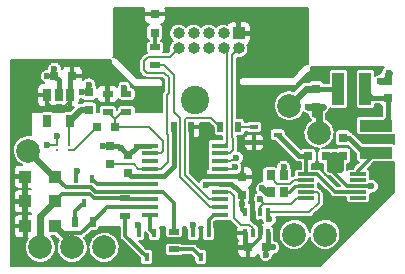
<source format=gbr>
%TF.GenerationSoftware,KiCad,Pcbnew,(5.99.0-2195-g476558ece)*%
%TF.CreationDate,2021-12-21T14:22:00-08:00*%
%TF.ProjectId,wwu_pico1,7777755f-7069-4636-9f31-2e6b69636164,rev?*%
%TF.SameCoordinates,Original*%
%TF.FileFunction,Copper,L1,Top*%
%TF.FilePolarity,Positive*%
%FSLAX46Y46*%
G04 Gerber Fmt 4.6, Leading zero omitted, Abs format (unit mm)*
G04 Created by KiCad (PCBNEW (5.99.0-2195-g476558ece)) date 2021-12-21 14:22:00*
%MOMM*%
%LPD*%
G01*
G04 APERTURE LIST*
%TA.AperFunction,ComponentPad*%
%ADD10C,1.998980*%
%TD*%
%TA.AperFunction,SMDPad,CuDef*%
%ADD11R,0.800000X0.900000*%
%TD*%
%TA.AperFunction,SMDPad,CuDef*%
%ADD12R,0.400000X0.650000*%
%TD*%
%TA.AperFunction,SMDPad,CuDef*%
%ADD13R,1.400000X0.300000*%
%TD*%
%TA.AperFunction,SMDPad,CuDef*%
%ADD14C,0.250000*%
%TD*%
%TA.AperFunction,SMDPad,CuDef*%
%ADD15R,1.450000X0.450000*%
%TD*%
%TA.AperFunction,SMDPad,CuDef*%
%ADD16R,0.650000X1.060000*%
%TD*%
%TA.AperFunction,SMDPad,CuDef*%
%ADD17R,0.500000X0.900000*%
%TD*%
%TA.AperFunction,SMDPad,CuDef*%
%ADD18R,0.900000X0.500000*%
%TD*%
%TA.AperFunction,SMDPad,CuDef*%
%ADD19R,0.700000X0.450000*%
%TD*%
%TA.AperFunction,SMDPad,CuDef*%
%ADD20R,0.450000X0.700000*%
%TD*%
%TA.AperFunction,SMDPad,CuDef*%
%ADD21R,1.000000X2.750000*%
%TD*%
%TA.AperFunction,SMDPad,CuDef*%
%ADD22R,2.750000X1.000000*%
%TD*%
%TA.AperFunction,ComponentPad*%
%ADD23R,1.000000X1.000000*%
%TD*%
%TA.AperFunction,ComponentPad*%
%ADD24O,1.000000X1.000000*%
%TD*%
%TA.AperFunction,SMDPad,CuDef*%
%ADD25R,1.000000X1.000000*%
%TD*%
%TA.AperFunction,SMDPad,CuDef*%
%ADD26R,0.800000X0.800000*%
%TD*%
%TA.AperFunction,SMDPad,CuDef*%
%ADD27R,0.750000X0.800000*%
%TD*%
%TA.AperFunction,SMDPad,CuDef*%
%ADD28R,0.800000X0.750000*%
%TD*%
%TA.AperFunction,ComponentPad*%
%ADD29R,2.400000X2.400000*%
%TD*%
%TA.AperFunction,ComponentPad*%
%ADD30C,2.400000*%
%TD*%
%TA.AperFunction,ViaPad*%
%ADD31C,0.600000*%
%TD*%
%TA.AperFunction,Conductor*%
%ADD32C,0.300000*%
%TD*%
%TA.AperFunction,Conductor*%
%ADD33C,0.600000*%
%TD*%
%TA.AperFunction,Conductor*%
%ADD34C,0.203200*%
%TD*%
%TA.AperFunction,Conductor*%
%ADD35C,0.152400*%
%TD*%
%TA.AperFunction,Conductor*%
%ADD36C,0.400000*%
%TD*%
%TA.AperFunction,Conductor*%
%ADD37C,0.500000*%
%TD*%
%TA.AperFunction,Conductor*%
%ADD38C,0.250000*%
%TD*%
%TA.AperFunction,Conductor*%
%ADD39C,0.210000*%
%TD*%
G04 APERTURE END LIST*
D10*
%TO.P,J7,1,Pin_1*%
%TO.N,GND*%
X127300000Y-86600000D03*
%TD*%
%TO.P,J6,1,Pin_1*%
%TO.N,Net-(D4-Pad2)*%
X124600000Y-86600000D03*
%TD*%
%TO.P,J5,1,Pin_1*%
%TO.N,GND*%
X143400000Y-85500000D03*
%TD*%
%TO.P,J4,1,Pin_1*%
%TO.N,Net-(D3-Pad2)*%
X121900000Y-86600000D03*
%TD*%
%TO.P,J3,1,Pin_1*%
%TO.N,GND*%
X146000000Y-85500000D03*
%TD*%
%TO.P,J2,1,Pin_1*%
%TO.N,Net-(D2-Pad2)*%
X120900000Y-78400000D03*
%TD*%
D11*
%TO.P,Y1,1,1*%
%TO.N,Net-(U4-Pad2)*%
X141400000Y-80500000D03*
%TO.P,Y1,2,2*%
%TO.N,GND*%
X141400000Y-81900000D03*
%TO.P,Y1,3,3*%
%TO.N,Net-(U4-Pad3)*%
X142500000Y-81900000D03*
%TO.P,Y1,4,4*%
%TO.N,GND*%
X142500000Y-80500000D03*
%TD*%
D12*
%TO.P,U5,8,VDD*%
%TO.N,VDD*%
X139225000Y-85375000D03*
%TO.P,U5,7,INT_DRDY*%
%TO.N,Net-(U2-Pad14)*%
X139875000Y-85375000D03*
%TO.P,U5,6,VDDIO*%
%TO.N,VDD*%
X140525000Y-85375000D03*
%TO.P,U5,5,SA0*%
%TO.N,GND*%
X141175000Y-85375000D03*
%TO.P,U5,4,SCL*%
%TO.N,Net-(U2-Pad17)*%
X141175000Y-83625000D03*
%TO.P,U5,3,SDA*%
%TO.N,Net-(U2-Pad18)*%
X140525000Y-83625000D03*
%TO.P,U5,2,CS*%
%TO.N,VDD*%
X139875000Y-83625000D03*
%TO.P,U5,1,GND*%
%TO.N,GND*%
X139225000Y-83625000D03*
%TD*%
D13*
%TO.P,U4,10,CLK0*%
%TO.N,Net-(C10-Pad2)*%
X148800000Y-80400000D03*
%TO.P,U4,9,CLK1*%
%TO.N,Net-(U4-Pad9)*%
X148800000Y-80900000D03*
%TO.P,U4,8,GND*%
%TO.N,GND*%
X148800000Y-81400000D03*
%TO.P,U4,7,VDDO*%
%TO.N,Net-(C8-Pad2)*%
X148800000Y-81900000D03*
%TO.P,U4,6,CLK2*%
%TO.N,Net-(U4-Pad6)*%
X148800000Y-82400000D03*
%TO.P,U4,5,SDA*%
%TO.N,Net-(U2-Pad18)*%
X144400000Y-82400000D03*
%TO.P,U4,4,SCL*%
%TO.N,Net-(U2-Pad17)*%
X144400000Y-81900000D03*
%TO.P,U4,3,XB*%
%TO.N,Net-(U4-Pad3)*%
X144400000Y-81400000D03*
%TO.P,U4,2,XA*%
%TO.N,Net-(U4-Pad2)*%
X144400000Y-80900000D03*
%TO.P,U4,1,VDD*%
%TO.N,Net-(C8-Pad2)*%
X144400000Y-80400000D03*
%TD*%
D14*
%TO.P,U3,4,GND*%
%TO.N,GND*%
X123300000Y-77895000D03*
%TO.P,U3,3,VDD*%
%TO.N,Net-(C3-Pad2)*%
X124300000Y-77895000D03*
%TO.P,U3,2,CLK*%
%TO.N,Net-(C5-Pad1)*%
X124300000Y-78305000D03*
%TO.P,U3,1,NC*%
%TO.N,Net-(U3-Pad1)*%
X123300000Y-78305000D03*
%TD*%
D15*
%TO.P,U2,1,BOOT0*%
%TO.N,GND*%
X131230000Y-77965000D03*
%TO.P,U2,2,OSC32_IN*%
%TO.N,Net-(C5-Pad2)*%
X131230000Y-78615000D03*
%TO.P,U2,3,PC15*%
%TO.N,Net-(U2-Pad3)*%
X131230000Y-79265000D03*
%TO.P,U2,4,NRST*%
%TO.N,/~RESET*%
X131230000Y-79915000D03*
%TO.P,U2,5,VDDA*%
%TO.N,Net-(C7-Pad2)*%
X131230000Y-80565000D03*
%TO.P,U2,6,PA0*%
%TO.N,Net-(Q3-Pad1)*%
X131230000Y-81215000D03*
%TO.P,U2,7,PA1_ADC1*%
%TO.N,Net-(D2-Pad2)*%
X131230000Y-81865000D03*
%TO.P,U2,8,PA2_ADC2*%
%TO.N,Net-(D3-Pad2)*%
X131230000Y-82515000D03*
%TO.P,U2,9,PA3_ADC3*%
%TO.N,Net-(D4-Pad2)*%
X131230000Y-83165000D03*
%TO.P,U2,10,PA4*%
%TO.N,Net-(Q2-Pad1)*%
X131230000Y-83815000D03*
%TO.P,U2,11,PA5*%
%TO.N,Net-(Q1-Pad1)*%
X137130000Y-83815000D03*
%TO.P,U2,12,PA6*%
%TO.N,Net-(R1-Pad2)*%
X137130000Y-83165000D03*
%TO.P,U2,13,PA7*%
%TO.N,Net-(R7-Pad2)*%
X137130000Y-82515000D03*
%TO.P,U2,14,PB1*%
%TO.N,Net-(U2-Pad14)*%
X137130000Y-81865000D03*
%TO.P,U2,15,VSS*%
%TO.N,GND*%
X137130000Y-81215000D03*
%TO.P,U2,16,VDD*%
%TO.N,VDD*%
X137130000Y-80565000D03*
%TO.P,U2,17,I2C_SCL*%
%TO.N,Net-(U2-Pad17)*%
X137130000Y-79915000D03*
%TO.P,U2,18,I2C_SDA*%
%TO.N,Net-(U2-Pad18)*%
X137130000Y-79265000D03*
%TO.P,U2,19,SWDIO*%
%TO.N,/SWDIO*%
X137130000Y-78615000D03*
%TO.P,U2,20,SWCLK*%
%TO.N,/SWDCLK*%
X137130000Y-77965000D03*
%TD*%
D16*
%TO.P,U1,1,IN*%
%TO.N,VDD*%
X124400000Y-73700000D03*
%TO.P,U1,2,GND*%
%TO.N,GND*%
X123450000Y-73700000D03*
%TO.P,U1,3,EN*%
%TO.N,VDD*%
X122500000Y-73700000D03*
%TO.P,U1,4,NC*%
%TO.N,Net-(U1-Pad4)*%
X122500000Y-75900000D03*
%TO.P,U1,5,OUT*%
%TO.N,Net-(C3-Pad2)*%
X124400000Y-75900000D03*
%TD*%
D17*
%TO.P,R7,1*%
%TO.N,Net-(Q4-Pad1)*%
X138650000Y-76400000D03*
%TO.P,R7,2*%
%TO.N,Net-(R7-Pad2)*%
X137150000Y-76400000D03*
%TD*%
D18*
%TO.P,R6,1*%
%TO.N,GND*%
X129200000Y-73600000D03*
%TO.P,R6,2*%
%TO.N,Net-(C5-Pad2)*%
X129200000Y-75100000D03*
%TD*%
%TO.P,R5,1*%
%TO.N,Net-(C5-Pad2)*%
X127600000Y-75100000D03*
%TO.P,R5,2*%
%TO.N,VDD*%
X127600000Y-73600000D03*
%TD*%
D17*
%TO.P,R4,1*%
%TO.N,Net-(Q3-Pad3)*%
X124850000Y-84400000D03*
%TO.P,R4,2*%
%TO.N,Net-(D4-Pad2)*%
X126350000Y-84400000D03*
%TD*%
D18*
%TO.P,R3,1*%
%TO.N,Net-(Q2-Pad3)*%
X129100000Y-83950000D03*
%TO.P,R3,2*%
%TO.N,Net-(D3-Pad2)*%
X129100000Y-82450000D03*
%TD*%
%TO.P,R2,1*%
%TO.N,Net-(Q1-Pad3)*%
X133200000Y-86750000D03*
%TO.P,R2,2*%
%TO.N,Net-(D2-Pad2)*%
X133200000Y-85250000D03*
%TD*%
%TO.P,R1,1*%
%TO.N,Net-(D1-Pad1)*%
X131600000Y-69650000D03*
%TO.P,R1,2*%
%TO.N,Net-(R1-Pad2)*%
X131600000Y-71150000D03*
%TD*%
D19*
%TO.P,Q4,1,G*%
%TO.N,Net-(Q4-Pad1)*%
X140000000Y-76400000D03*
%TO.P,Q4,2,S*%
%TO.N,VDD*%
X140000000Y-77700000D03*
%TO.P,Q4,3,D*%
%TO.N,Net-(C8-Pad2)*%
X142000000Y-77050000D03*
%TD*%
D20*
%TO.P,Q3,1,G*%
%TO.N,Net-(Q3-Pad1)*%
X126250000Y-80800000D03*
%TO.P,Q3,2,S*%
%TO.N,GND*%
X124950000Y-80800000D03*
%TO.P,Q3,3,D*%
%TO.N,Net-(Q3-Pad3)*%
X125600000Y-82800000D03*
%TD*%
%TO.P,Q2,1,G*%
%TO.N,Net-(Q2-Pad1)*%
X131550000Y-85400000D03*
%TO.P,Q2,2,S*%
%TO.N,GND*%
X130250000Y-85400000D03*
%TO.P,Q2,3,D*%
%TO.N,Net-(Q2-Pad3)*%
X130900000Y-87400000D03*
%TD*%
%TO.P,Q1,1,G*%
%TO.N,Net-(Q1-Pad1)*%
X136150000Y-85400000D03*
%TO.P,Q1,2,S*%
%TO.N,GND*%
X134850000Y-85400000D03*
%TO.P,Q1,3,D*%
%TO.N,Net-(Q1-Pad3)*%
X135500000Y-87400000D03*
%TD*%
D21*
%TO.P,L2,1*%
%TO.N,Net-(C11-Pad2)*%
X149425000Y-73175000D03*
%TO.P,L2,2*%
%TO.N,Net-(C12-Pad2)*%
X147125000Y-73175000D03*
%TD*%
D22*
%TO.P,L1,1*%
%TO.N,Net-(C10-Pad2)*%
X150325000Y-78575000D03*
%TO.P,L1,2*%
%TO.N,Net-(C11-Pad2)*%
X150325000Y-76275000D03*
%TD*%
D23*
%TO.P,J1,1,Pin_1*%
%TO.N,VDD*%
X138694134Y-68471908D03*
D24*
%TO.P,J1,2,Pin_2*%
%TO.N,/SWDIO*%
X138694134Y-69741908D03*
%TO.P,J1,3,Pin_3*%
%TO.N,GND*%
X137424134Y-68471908D03*
%TO.P,J1,4,Pin_4*%
%TO.N,/SWDCLK*%
X137424134Y-69741908D03*
%TO.P,J1,5,Pin_5*%
%TO.N,GND*%
X136154134Y-68471908D03*
%TO.P,J1,6,Pin_6*%
%TO.N,/SWO*%
X136154134Y-69741908D03*
%TO.P,J1,7,Pin_7*%
%TO.N,Net-(J1-Pad7)*%
X134884134Y-68471908D03*
%TO.P,J1,8,Pin_8*%
%TO.N,Net-(J1-Pad8)*%
X134884134Y-69741908D03*
%TO.P,J1,9,Pin_9*%
%TO.N,GND*%
X133614134Y-68471908D03*
%TO.P,J1,10,Pin_10*%
%TO.N,/~RESET*%
X133614134Y-69741908D03*
%TD*%
D10*
%TO.P,H2,1,1*%
%TO.N,GND*%
X145500000Y-76900000D03*
%TD*%
%TO.P,H1,1,1*%
%TO.N,Net-(C12-Pad2)*%
X143000000Y-74600000D03*
%TD*%
D17*
%TO.P,FB1,1*%
%TO.N,Net-(C7-Pad2)*%
X133200000Y-76400000D03*
%TO.P,FB1,2*%
%TO.N,VDD*%
X134700000Y-76400000D03*
%TD*%
D25*
%TO.P,D4,1,K*%
%TO.N,VDD*%
X120650000Y-84800000D03*
%TO.P,D4,2,A*%
%TO.N,Net-(D4-Pad2)*%
X123150000Y-84800000D03*
%TD*%
%TO.P,D3,1,K*%
%TO.N,VDD*%
X120650000Y-82700000D03*
%TO.P,D3,2,A*%
%TO.N,Net-(D3-Pad2)*%
X123150000Y-82700000D03*
%TD*%
%TO.P,D2,1,K*%
%TO.N,VDD*%
X120650000Y-80600000D03*
%TO.P,D2,2,A*%
%TO.N,Net-(D2-Pad2)*%
X123150000Y-80600000D03*
%TD*%
D26*
%TO.P,D1,2,A*%
%TO.N,VDD*%
X131600000Y-66800000D03*
%TO.P,D1,1,K*%
%TO.N,Net-(D1-Pad1)*%
X131600000Y-68400000D03*
%TD*%
D27*
%TO.P,C12,2*%
%TO.N,Net-(C12-Pad2)*%
X145225000Y-73175000D03*
%TO.P,C12,1*%
%TO.N,GND*%
X145225000Y-74675000D03*
%TD*%
%TO.P,C11,2*%
%TO.N,Net-(C11-Pad2)*%
X151325000Y-73975000D03*
%TO.P,C11,1*%
%TO.N,GND*%
X151325000Y-72475000D03*
%TD*%
%TO.P,C10,2*%
%TO.N,Net-(C10-Pad2)*%
X147525000Y-77325000D03*
%TO.P,C10,1*%
%TO.N,GND*%
X147525000Y-78825000D03*
%TD*%
D28*
%TO.P,C9,2*%
%TO.N,VDD*%
X139500000Y-86600000D03*
%TO.P,C9,1*%
%TO.N,GND*%
X141000000Y-86600000D03*
%TD*%
%TO.P,C8,2*%
%TO.N,Net-(C8-Pad2)*%
X144575000Y-78875000D03*
%TO.P,C8,1*%
%TO.N,GND*%
X146075000Y-78875000D03*
%TD*%
D27*
%TO.P,C7,2*%
%TO.N,Net-(C7-Pad2)*%
X129300000Y-80300000D03*
%TO.P,C7,1*%
%TO.N,GND*%
X129300000Y-78800000D03*
%TD*%
%TO.P,C6,2*%
%TO.N,VDD*%
X139000000Y-80650000D03*
%TO.P,C6,1*%
%TO.N,GND*%
X139000000Y-82150000D03*
%TD*%
D28*
%TO.P,C5,2*%
%TO.N,Net-(C5-Pad2)*%
X128200000Y-76400000D03*
%TO.P,C5,1*%
%TO.N,Net-(C5-Pad1)*%
X126700000Y-76400000D03*
%TD*%
D29*
%TO.P,C4,1*%
%TO.N,VDD*%
X140000000Y-74100000D03*
D30*
%TO.P,C4,2*%
%TO.N,GND*%
X135000000Y-74100000D03*
%TD*%
D27*
%TO.P,C3,2*%
%TO.N,Net-(C3-Pad2)*%
X126000000Y-74950000D03*
%TO.P,C3,1*%
%TO.N,GND*%
X126000000Y-73450000D03*
%TD*%
%TO.P,C2,2*%
%TO.N,/~RESET*%
X127800000Y-79500000D03*
%TO.P,C2,1*%
%TO.N,GND*%
X127800000Y-78000000D03*
%TD*%
D28*
%TO.P,C1,2*%
%TO.N,VDD*%
X124600000Y-72100000D03*
%TO.P,C1,1*%
%TO.N,GND*%
X123100000Y-72100000D03*
%TD*%
D31*
%TO.N,GND*%
X129000000Y-73100000D03*
X149925000Y-81425000D03*
X150700000Y-72500000D03*
X151400000Y-71800000D03*
X145200000Y-75300000D03*
X145800000Y-74700000D03*
X144600000Y-74700000D03*
X147250000Y-79950000D03*
X146450000Y-79950000D03*
X146850000Y-79400000D03*
X146850000Y-78750000D03*
X125400000Y-73400000D03*
X126000000Y-72800000D03*
X122500000Y-72100000D03*
X123100000Y-71500000D03*
X127200000Y-78000000D03*
X130050000Y-78050000D03*
X128700000Y-78200000D03*
X125000000Y-80100000D03*
X130200000Y-84700000D03*
X134800000Y-84700000D03*
X141000000Y-87200000D03*
X141600000Y-86600000D03*
X135900000Y-81300000D03*
X139000000Y-82900000D03*
X140700000Y-81600000D03*
X142500000Y-79800000D03*
%TO.N,Net-(U2-Pad18)*%
X140500000Y-82500000D03*
X138500000Y-79000000D03*
%TO.N,Net-(U2-Pad17)*%
X138400000Y-79800000D03*
X141300000Y-84200000D03*
%TO.N,GND*%
X122500000Y-77900000D03*
X123300000Y-77200000D03*
%TD*%
D32*
%TO.N,GND*%
X129200000Y-73600000D02*
X129000000Y-73100000D01*
X148800000Y-81400000D02*
X149900000Y-81400000D01*
X149900000Y-81400000D02*
X149925000Y-81425000D01*
X148800000Y-81400000D02*
X147900000Y-81400000D01*
X147900000Y-81400000D02*
X146450000Y-79950000D01*
D33*
X147250000Y-79950000D02*
X147250000Y-79150000D01*
X147250000Y-79150000D02*
X146925000Y-78825000D01*
X146450000Y-79950000D02*
X146450000Y-79150000D01*
X146450000Y-79150000D02*
X146725000Y-78875000D01*
X147525000Y-78825000D02*
X146925000Y-78825000D01*
X146925000Y-78825000D02*
X146850000Y-78750000D01*
X146075000Y-78875000D02*
X146725000Y-78875000D01*
X146725000Y-78875000D02*
X146850000Y-78750000D01*
X147250000Y-79950000D02*
X146450000Y-79950000D01*
X146850000Y-79400000D02*
X146850000Y-79550000D01*
X146850000Y-79550000D02*
X147250000Y-79950000D01*
X146850000Y-79550000D02*
X146450000Y-79950000D01*
X146850000Y-78750000D02*
X146850000Y-79400000D01*
D34*
%TO.N,/~RESET*%
X132500000Y-71900000D02*
X132800000Y-72200000D01*
X130700000Y-70800000D02*
X130700000Y-71600000D01*
X131000000Y-70500000D02*
X130700000Y-70800000D01*
X133614134Y-69741908D02*
X132856042Y-70500000D01*
X130700000Y-71600000D02*
X130900000Y-71800000D01*
X132856042Y-70500000D02*
X131000000Y-70500000D01*
X130900000Y-71800000D02*
X132400000Y-71800000D01*
X132400000Y-71800000D02*
X132500000Y-71900000D01*
X131230000Y-79915000D02*
X132158200Y-79915000D01*
X132158200Y-79915000D02*
X132695999Y-79377201D01*
X132695999Y-79377201D02*
X132695999Y-77095999D01*
X132695999Y-73604001D02*
X132600000Y-73700000D01*
X132695999Y-77095999D02*
X132600000Y-77000000D01*
X132800000Y-73200000D02*
X132800000Y-73491998D01*
X132600000Y-73700000D02*
X132600000Y-77000000D01*
X132800000Y-73491998D02*
X132695999Y-73595999D01*
X132800000Y-72200000D02*
X132800000Y-73200000D01*
X132695999Y-73595999D02*
X132695999Y-73604001D01*
%TO.N,Net-(R1-Pad2)*%
X133200000Y-75100000D02*
X133200000Y-72000000D01*
X136265000Y-83165000D02*
X133704001Y-80604001D01*
X133704001Y-75604001D02*
X133200000Y-75100000D01*
X137130000Y-83165000D02*
X136265000Y-83165000D01*
X133704001Y-80604001D02*
X133704001Y-75604001D01*
X133200000Y-72000000D02*
X132350000Y-71150000D01*
X132350000Y-71150000D02*
X131600000Y-71150000D01*
D33*
%TO.N,GND*%
X145500000Y-76900000D02*
X145500000Y-74950000D01*
X145500000Y-74950000D02*
X145225000Y-74675000D01*
%TO.N,Net-(C12-Pad2)*%
X145225000Y-73175000D02*
X144425000Y-73175000D01*
X144425000Y-73175000D02*
X143000000Y-74600000D01*
%TO.N,Net-(D2-Pad2)*%
X123150000Y-80600000D02*
X123100000Y-80600000D01*
X123100000Y-80600000D02*
X120900000Y-78400000D01*
%TO.N,Net-(D3-Pad2)*%
X121900000Y-86600000D02*
X121900000Y-83950000D01*
X121900000Y-83950000D02*
X123150000Y-82700000D01*
%TO.N,Net-(D4-Pad2)*%
X124600000Y-86600000D02*
X124600000Y-86250000D01*
X124600000Y-86250000D02*
X123150000Y-84800000D01*
%TO.N,GND*%
X151325000Y-72475000D02*
X150725000Y-72475000D01*
X150725000Y-72475000D02*
X150700000Y-72500000D01*
X151325000Y-72475000D02*
X151325000Y-71875000D01*
X151325000Y-71875000D02*
X151400000Y-71800000D01*
X145225000Y-74675000D02*
X145225000Y-75275000D01*
X145225000Y-75275000D02*
X145200000Y-75300000D01*
X145225000Y-74675000D02*
X145775000Y-74675000D01*
X145775000Y-74675000D02*
X145800000Y-74700000D01*
X145225000Y-74675000D02*
X144625000Y-74675000D01*
X144625000Y-74675000D02*
X144600000Y-74700000D01*
D32*
X126000000Y-73450000D02*
X125450000Y-73450000D01*
X125450000Y-73450000D02*
X125400000Y-73400000D01*
X126000000Y-73450000D02*
X126000000Y-72800000D01*
X123100000Y-72100000D02*
X122500000Y-72100000D01*
X123100000Y-72100000D02*
X123100000Y-71500000D01*
D35*
X123300000Y-77895000D02*
X123300000Y-77200000D01*
X123300000Y-77895000D02*
X122505000Y-77895000D01*
X122505000Y-77895000D02*
X122500000Y-77900000D01*
D32*
X127800000Y-78000000D02*
X127200000Y-78000000D01*
D36*
X130050000Y-78050000D02*
X129300000Y-78800000D01*
X128700000Y-78200000D02*
X129300000Y-78800000D01*
D32*
X124950000Y-80150000D02*
X125000000Y-80100000D01*
X124950000Y-80800000D02*
X124950000Y-80150000D01*
X130250000Y-85400000D02*
X130250000Y-84750000D01*
X130250000Y-84750000D02*
X130200000Y-84700000D01*
X134850000Y-85400000D02*
X134850000Y-84750000D01*
X134850000Y-84750000D02*
X134800000Y-84700000D01*
X141000000Y-86600000D02*
X141000000Y-87200000D01*
X141000000Y-86600000D02*
X141600000Y-86600000D01*
X137130000Y-81215000D02*
X135985000Y-81215000D01*
X135985000Y-81215000D02*
X135900000Y-81300000D01*
X139000000Y-82900000D02*
X139000000Y-83400000D01*
X139000000Y-83400000D02*
X139225000Y-83625000D01*
X139000000Y-82150000D02*
X139000000Y-82900000D01*
D34*
X141400000Y-81900000D02*
X141000000Y-81900000D01*
D33*
X141000000Y-81900000D02*
X140700000Y-81600000D01*
D34*
X142500000Y-80500000D02*
X142500000Y-79800000D01*
%TO.N,Net-(U2-Pad18)*%
X138500000Y-79000000D02*
X137965000Y-79265000D01*
X137965000Y-79265000D02*
X137130000Y-79265000D01*
X140800000Y-82800000D02*
X140500000Y-82500000D01*
X140800000Y-82900000D02*
X140800000Y-82800000D01*
%TO.N,Net-(U2-Pad17)*%
X141175000Y-83625000D02*
X141175000Y-84075000D01*
X141175000Y-84075000D02*
X141300000Y-84200000D01*
X138185000Y-79915000D02*
X137130000Y-79915000D01*
X138400000Y-79800000D02*
X138300000Y-79800000D01*
X138300000Y-79800000D02*
X138185000Y-79915000D01*
X141175000Y-83625000D02*
X141825000Y-83625000D01*
X141825000Y-83625000D02*
X144675000Y-83625000D01*
%TO.N,Net-(U2-Pad18)*%
X140800000Y-82900000D02*
X140600000Y-83100000D01*
X140600000Y-83100000D02*
X140525000Y-83175000D01*
D35*
%TO.N,Net-(C5-Pad1)*%
X124300000Y-78305000D02*
X124795000Y-78305000D01*
X124795000Y-78305000D02*
X126700000Y-76400000D01*
%TO.N,Net-(C3-Pad2)*%
X124300000Y-77895000D02*
X124300000Y-76000000D01*
X124300000Y-76000000D02*
X124400000Y-75900000D01*
D37*
X126000000Y-74950000D02*
X125350000Y-74950000D01*
X125350000Y-74950000D02*
X124400000Y-75900000D01*
%TO.N,VDD*%
X120650000Y-82700000D02*
X120650000Y-84800000D01*
X120650000Y-80600000D02*
X120650000Y-82700000D01*
D32*
%TO.N,Net-(Q3-Pad3)*%
X124850000Y-84400000D02*
X124850000Y-83550000D01*
X124850000Y-83550000D02*
X125600000Y-82800000D01*
%TO.N,Net-(Q2-Pad3)*%
X129100000Y-83950000D02*
X129100000Y-85600000D01*
X129100000Y-85600000D02*
X130900000Y-87400000D01*
%TO.N,Net-(Q1-Pad1)*%
X136150000Y-85400000D02*
X136150000Y-84250000D01*
X136150000Y-84250000D02*
X136585000Y-83815000D01*
X136585000Y-83815000D02*
X137130000Y-83815000D01*
%TO.N,Net-(Q1-Pad3)*%
X133200000Y-86750000D02*
X134850000Y-86750000D01*
X134850000Y-86750000D02*
X135500000Y-87400000D01*
%TO.N,Net-(D2-Pad2)*%
X131230000Y-81865000D02*
X132265000Y-81865000D01*
X132265000Y-81865000D02*
X133200000Y-82800000D01*
X133200000Y-82800000D02*
X133200000Y-85250000D01*
%TO.N,Net-(Q2-Pad1)*%
X131230000Y-83815000D02*
X131230000Y-85080000D01*
X131230000Y-85080000D02*
X131550000Y-85400000D01*
%TO.N,Net-(D4-Pad2)*%
X123150000Y-84800000D02*
X123750000Y-85400000D01*
X123750000Y-85400000D02*
X125350000Y-85400000D01*
X125350000Y-85400000D02*
X126350000Y-84400000D01*
%TO.N,Net-(D2-Pad2)*%
X126565000Y-81865000D02*
X126200000Y-81500000D01*
X131230000Y-81865000D02*
X126565000Y-81865000D01*
X126200000Y-81500000D02*
X124050000Y-81500000D01*
X124050000Y-81500000D02*
X123150000Y-80600000D01*
%TO.N,Net-(D3-Pad2)*%
X123150000Y-82700000D02*
X123750000Y-82100000D01*
X123750000Y-82100000D02*
X126100000Y-82100000D01*
X126100000Y-82100000D02*
X126450000Y-82450000D01*
X126450000Y-82450000D02*
X129100000Y-82450000D01*
%TO.N,Net-(D4-Pad2)*%
X131230000Y-83165000D02*
X127585000Y-83165000D01*
X127585000Y-83165000D02*
X126350000Y-84400000D01*
%TO.N,Net-(D3-Pad2)*%
X131230000Y-82515000D02*
X129165000Y-82515000D01*
X129165000Y-82515000D02*
X129100000Y-82450000D01*
%TO.N,Net-(Q3-Pad1)*%
X131230000Y-81215000D02*
X126665000Y-81215000D01*
X126665000Y-81215000D02*
X126250000Y-80800000D01*
D36*
%TO.N,Net-(C12-Pad2)*%
X147125000Y-73175000D02*
X145225000Y-73175000D01*
%TO.N,Net-(C11-Pad2)*%
X151325000Y-73975000D02*
X150025000Y-73975000D01*
X150025000Y-73975000D02*
X149425000Y-73375000D01*
X149425000Y-73375000D02*
X149425000Y-73175000D01*
X151325000Y-73975000D02*
X151325000Y-75675000D01*
X151325000Y-75675000D02*
X150725000Y-76275000D01*
X150725000Y-76275000D02*
X150325000Y-76275000D01*
%TO.N,Net-(C10-Pad2)*%
X147525000Y-77325000D02*
X148025000Y-77325000D01*
X148025000Y-77325000D02*
X149275000Y-78575000D01*
X149275000Y-78575000D02*
X150325000Y-78575000D01*
D32*
X148800000Y-80400000D02*
X148800000Y-80100000D01*
X148800000Y-80100000D02*
X150325000Y-78575000D01*
D34*
%TO.N,Net-(U2-Pad14)*%
X138300000Y-84100000D02*
X138900000Y-84700000D01*
X139875000Y-84975000D02*
X139875000Y-85375000D01*
X138300000Y-82200000D02*
X138300000Y-84100000D01*
X137130000Y-81865000D02*
X137965000Y-81865000D01*
X138900000Y-84700000D02*
X139600000Y-84700000D01*
X137965000Y-81865000D02*
X138300000Y-82200000D01*
X139600000Y-84700000D02*
X139875000Y-84975000D01*
%TO.N,Net-(U2-Pad18)*%
X143600000Y-82400000D02*
X143100000Y-82900000D01*
X140525000Y-83175000D02*
X140525000Y-83625000D01*
X143100000Y-82900000D02*
X140800000Y-82900000D01*
X144400000Y-82400000D02*
X143600000Y-82400000D01*
%TO.N,Net-(U2-Pad17)*%
X144675000Y-83625000D02*
X145500000Y-82800000D01*
X145300000Y-81900000D02*
X144400000Y-81900000D01*
X145500000Y-82800000D02*
X145500000Y-82100000D01*
X145500000Y-82100000D02*
X145300000Y-81900000D01*
%TO.N,Net-(Q4-Pad1)*%
X138650000Y-76400000D02*
X140000000Y-76400000D01*
D36*
%TO.N,GND*%
X137130000Y-81215000D02*
X138064322Y-81215000D01*
X138600678Y-81750678D02*
X139000000Y-82150000D01*
X138064322Y-81215000D02*
X138600000Y-81750678D01*
X138600000Y-81750678D02*
X138600678Y-81750678D01*
%TO.N,VDD*%
X137130000Y-80565000D02*
X138915000Y-80565000D01*
X138915000Y-80565000D02*
X139000000Y-80650000D01*
D32*
%TO.N,Net-(C8-Pad2)*%
X148800000Y-81900000D02*
X146850000Y-81900000D01*
X146850000Y-81900000D02*
X146150000Y-81200000D01*
X144400000Y-80400000D02*
X144400000Y-79050000D01*
X144400000Y-79050000D02*
X144575000Y-78875000D01*
D36*
X144575000Y-78875000D02*
X143825000Y-78875000D01*
X143825000Y-78875000D02*
X142000000Y-77050000D01*
D34*
%TO.N,Net-(C5-Pad2)*%
X132135000Y-78615000D02*
X132300000Y-78450000D01*
X131230000Y-78615000D02*
X132135000Y-78615000D01*
X132300000Y-77600000D02*
X131100000Y-76400000D01*
X132300000Y-78450000D02*
X132300000Y-77600000D01*
X131100000Y-76400000D02*
X128200000Y-76400000D01*
D32*
%TO.N,Net-(D1-Pad1)*%
X131600000Y-68400000D02*
X131600000Y-69650000D01*
%TO.N,VDD*%
X138694134Y-68471908D02*
X138694134Y-67594134D01*
X138694134Y-67594134D02*
X137900000Y-66800000D01*
X137900000Y-66800000D02*
X131600000Y-66800000D01*
D34*
%TO.N,/SWDIO*%
X138694134Y-69741908D02*
X138100000Y-70336042D01*
X138100000Y-70336042D02*
X138100000Y-77250000D01*
X138250000Y-78350000D02*
X137985000Y-78615000D01*
X138100000Y-77250000D02*
X138250000Y-77400000D01*
X138250000Y-77400000D02*
X138250000Y-78350000D01*
X137985000Y-78615000D02*
X137130000Y-78615000D01*
%TO.N,/SWDCLK*%
X137424134Y-69741908D02*
X137700000Y-70017774D01*
X137700000Y-70017774D02*
X137700000Y-77750000D01*
X137485000Y-77965000D02*
X137130000Y-77965000D01*
X137700000Y-77750000D02*
X137485000Y-77965000D01*
%TO.N,Net-(R7-Pad2)*%
X134150000Y-75750000D02*
X134300000Y-75600000D01*
X134150000Y-80463200D02*
X134150000Y-75750000D01*
X137130000Y-82515000D02*
X136201800Y-82515000D01*
X134300000Y-75600000D02*
X136350000Y-75600000D01*
X136201800Y-82515000D02*
X134150000Y-80463200D01*
X136350000Y-75600000D02*
X137150000Y-76400000D01*
%TO.N,/~RESET*%
X127850000Y-79550000D02*
X129850000Y-79550000D01*
X127800000Y-79500000D02*
X127850000Y-79550000D01*
X129850000Y-79550000D02*
X130215000Y-79915000D01*
X130215000Y-79915000D02*
X131230000Y-79915000D01*
D32*
%TO.N,Net-(C8-Pad2)*%
X146150000Y-81200000D02*
X145350000Y-80400000D01*
X145350000Y-80400000D02*
X144400000Y-80400000D01*
D34*
%TO.N,Net-(C5-Pad2)*%
X128200000Y-75700000D02*
X128800000Y-75100000D01*
X128800000Y-75100000D02*
X129200000Y-75100000D01*
X128200000Y-76400000D02*
X128200000Y-75700000D01*
X128200000Y-75700000D02*
X127600000Y-75100000D01*
D35*
%TO.N,Net-(C5-Pad1)*%
X126600000Y-76500000D02*
X126700000Y-76400000D01*
D32*
%TO.N,Net-(C8-Pad2)*%
X144400000Y-80400000D02*
X144050000Y-80400000D01*
D38*
%TO.N,Net-(U4-Pad3)*%
X144400000Y-81400000D02*
X143450000Y-81400000D01*
X142950000Y-81900000D02*
X142500000Y-81900000D01*
X143450000Y-81400000D02*
X142950000Y-81900000D01*
D35*
%TO.N,Net-(U4-Pad2)*%
X141400000Y-80650000D02*
X141950000Y-81200000D01*
X143050000Y-81200000D02*
X143350000Y-80900000D01*
X141950000Y-81200000D02*
X143050000Y-81200000D01*
X143350000Y-80900000D02*
X144400000Y-80900000D01*
D34*
X141400000Y-80500000D02*
X141400000Y-80650000D01*
D32*
%TO.N,VDD*%
X140525000Y-85375000D02*
X140525000Y-85794322D01*
X139719322Y-86600000D02*
X139500000Y-86600000D01*
X140525000Y-85794322D02*
X139719322Y-86600000D01*
D36*
X139875000Y-83625000D02*
X139875000Y-84175000D01*
X139875000Y-84175000D02*
X140400000Y-84700000D01*
X140400000Y-84700000D02*
X140525000Y-84825000D01*
X140525000Y-84825000D02*
X140525000Y-85375000D01*
X134700000Y-76400000D02*
X134700000Y-79400000D01*
X134700000Y-79400000D02*
X135865000Y-80565000D01*
X135865000Y-80565000D02*
X137130000Y-80565000D01*
D34*
X122500000Y-74300000D02*
X122800000Y-74600000D01*
X122800000Y-74600000D02*
X124000000Y-74600000D01*
X122500000Y-73700000D02*
X122500000Y-74300000D01*
X124000000Y-74600000D02*
X124400000Y-74200000D01*
X124400000Y-74200000D02*
X124400000Y-73700000D01*
D36*
%TO.N,GND*%
X123450000Y-73700000D02*
X123450000Y-72450000D01*
X123450000Y-72450000D02*
X123100000Y-72100000D01*
%TO.N,VDD*%
X124400000Y-73700000D02*
X124400000Y-72300000D01*
X124400000Y-72300000D02*
X124600000Y-72100000D01*
%TO.N,GND*%
X141000000Y-86600000D02*
X141175000Y-86425000D01*
X141175000Y-86425000D02*
X141175000Y-85375000D01*
%TO.N,VDD*%
X139225000Y-85375000D02*
X139225000Y-86325000D01*
X139225000Y-86325000D02*
X139500000Y-86600000D01*
%TO.N,Net-(C7-Pad2)*%
X131230000Y-80565000D02*
X132355000Y-80565000D01*
X132355000Y-80565000D02*
X133200000Y-79720000D01*
X133200000Y-79720000D02*
X133200000Y-76400000D01*
%TO.N,GND*%
X127800000Y-78000000D02*
X128500000Y-78000000D01*
X128500000Y-78000000D02*
X128700000Y-78200000D01*
%TO.N,Net-(C7-Pad2)*%
X131230000Y-80565000D02*
X129565000Y-80565000D01*
X129565000Y-80565000D02*
X129300000Y-80300000D01*
%TO.N,GND*%
X131230000Y-77965000D02*
X130135000Y-77965000D01*
X130135000Y-77965000D02*
X130050000Y-78050000D01*
%TD*%
%TO.N,VDD*%
D39*
X130689166Y-66384721D02*
X130688164Y-66394891D01*
X130688164Y-66643078D01*
X130749086Y-66704000D01*
X131443079Y-66704001D01*
X131443080Y-66704000D01*
X132450914Y-66704001D01*
X132511836Y-66643079D01*
X132511836Y-66394891D01*
X132510834Y-66384721D01*
X132496767Y-66314000D01*
X144586000Y-66314000D01*
X144586001Y-70992231D01*
X144585943Y-71059343D01*
X144591132Y-71082184D01*
X144599349Y-71099296D01*
X144582722Y-71091276D01*
X144559892Y-71086047D01*
X144553663Y-71086041D01*
X144547789Y-71083979D01*
X144524520Y-71081328D01*
X144482721Y-71085979D01*
X144440657Y-71085943D01*
X144417816Y-71091133D01*
X144412208Y-71093826D01*
X144405998Y-71094517D01*
X144383837Y-71102245D01*
X144348463Y-71124435D01*
X144310336Y-71142744D01*
X144292005Y-71157325D01*
X144265618Y-71190319D01*
X143269938Y-72186000D01*
X139006621Y-72186000D01*
X138940657Y-72185943D01*
X138917816Y-72191132D01*
X138895826Y-72201692D01*
X138872043Y-72207117D01*
X138850937Y-72217274D01*
X138832075Y-72232304D01*
X138810334Y-72242744D01*
X138792004Y-72257325D01*
X138776768Y-72276376D01*
X138757688Y-72291580D01*
X138743076Y-72309885D01*
X138732598Y-72331608D01*
X138717519Y-72350464D01*
X138707315Y-72371598D01*
X138701895Y-72395262D01*
X138691276Y-72417278D01*
X138686046Y-72440111D01*
X138686020Y-72470344D01*
X138686000Y-72470520D01*
X138686000Y-72493378D01*
X138685943Y-72559330D01*
X138686000Y-72559581D01*
X138686000Y-72593378D01*
X138685943Y-72659343D01*
X138691132Y-72682184D01*
X138701691Y-72704173D01*
X138707117Y-72727958D01*
X138717275Y-72749064D01*
X138732304Y-72767924D01*
X138742743Y-72789665D01*
X138757325Y-72807997D01*
X138776381Y-72823236D01*
X138791581Y-72842311D01*
X138809886Y-72856924D01*
X138831605Y-72867401D01*
X138850462Y-72882480D01*
X138871596Y-72892685D01*
X138895264Y-72898105D01*
X138917279Y-72908725D01*
X138940112Y-72913954D01*
X138970343Y-72913980D01*
X138970519Y-72914000D01*
X138993379Y-72914000D01*
X139059330Y-72914057D01*
X139059581Y-72914000D01*
X143346453Y-72914000D01*
X143352208Y-72916021D01*
X143375480Y-72918672D01*
X143417466Y-72914000D01*
X143429511Y-72914000D01*
X143441112Y-72912693D01*
X143452450Y-72910107D01*
X143494001Y-72905483D01*
X143516160Y-72897756D01*
X143521628Y-72894326D01*
X143527959Y-72892882D01*
X143549064Y-72882725D01*
X143582146Y-72856363D01*
X143592049Y-72850151D01*
X143601215Y-72842847D01*
X143609480Y-72834582D01*
X143642312Y-72808420D01*
X143656925Y-72790114D01*
X143659699Y-72784363D01*
X144684166Y-71759897D01*
X144689666Y-71757256D01*
X144707997Y-71742675D01*
X144734386Y-71709677D01*
X144742898Y-71701165D01*
X144750179Y-71692036D01*
X144756367Y-71682191D01*
X144782478Y-71649540D01*
X144792684Y-71628407D01*
X144794126Y-71622113D01*
X144797579Y-71616618D01*
X144805320Y-71594513D01*
X144810072Y-71552485D01*
X144812683Y-71541085D01*
X144814000Y-71529438D01*
X144814000Y-71517744D01*
X144818715Y-71476036D01*
X144816104Y-71452758D01*
X144814000Y-71446733D01*
X144814000Y-71417744D01*
X144818715Y-71376036D01*
X144816104Y-71352758D01*
X144802237Y-71313050D01*
X144799269Y-71300037D01*
X144817279Y-71308725D01*
X144840112Y-71313954D01*
X144870343Y-71313980D01*
X144870519Y-71314000D01*
X144893379Y-71314000D01*
X144959330Y-71314057D01*
X144959581Y-71314000D01*
X151009778Y-71314000D01*
X151005936Y-71316218D01*
X150991996Y-71327915D01*
X150945396Y-71383450D01*
X150908444Y-71420402D01*
X150852916Y-71466996D01*
X150841219Y-71480936D01*
X150804975Y-71543713D01*
X150763403Y-71603084D01*
X150755712Y-71619576D01*
X150750980Y-71637234D01*
X150741841Y-71653064D01*
X150735617Y-71670165D01*
X150723032Y-71741542D01*
X150704270Y-71811559D01*
X150702684Y-71829688D01*
X150704889Y-71854889D01*
X150679688Y-71852684D01*
X150661559Y-71854270D01*
X150591554Y-71873028D01*
X150520164Y-71885616D01*
X150503064Y-71891840D01*
X150487233Y-71900980D01*
X150469577Y-71905711D01*
X150453084Y-71913402D01*
X150393719Y-71954970D01*
X150330936Y-71991218D01*
X150316997Y-72002914D01*
X150305591Y-72016507D01*
X150291995Y-72027916D01*
X150245396Y-72083450D01*
X150243114Y-72085732D01*
X150243114Y-71794891D01*
X150242112Y-71784722D01*
X150222819Y-71687726D01*
X150214979Y-71668799D01*
X150157183Y-71582302D01*
X150142698Y-71567817D01*
X150056201Y-71510021D01*
X150037274Y-71502181D01*
X149940278Y-71482888D01*
X149930109Y-71481886D01*
X148919891Y-71481886D01*
X148909722Y-71482888D01*
X148812726Y-71502181D01*
X148793799Y-71510021D01*
X148707302Y-71567817D01*
X148692817Y-71582302D01*
X148635021Y-71668799D01*
X148627181Y-71687726D01*
X148607888Y-71784722D01*
X148606886Y-71794891D01*
X148606886Y-74555109D01*
X148607888Y-74565278D01*
X148627181Y-74662274D01*
X148635021Y-74681201D01*
X148692817Y-74767698D01*
X148707302Y-74782183D01*
X148793799Y-74839979D01*
X148812726Y-74847819D01*
X148909722Y-74867112D01*
X148919891Y-74868114D01*
X149930109Y-74868114D01*
X149940278Y-74867112D01*
X150037274Y-74847819D01*
X150056201Y-74839979D01*
X150142698Y-74782183D01*
X150157183Y-74767698D01*
X150214979Y-74681201D01*
X150222819Y-74662274D01*
X150242112Y-74565278D01*
X150243114Y-74555109D01*
X150243114Y-74491000D01*
X150653725Y-74491000D01*
X150660021Y-74506201D01*
X150717817Y-74592698D01*
X150732302Y-74607183D01*
X150809000Y-74658432D01*
X150809001Y-75456886D01*
X148944891Y-75456886D01*
X148934722Y-75457888D01*
X148837726Y-75477181D01*
X148818799Y-75485021D01*
X148732302Y-75542817D01*
X148717817Y-75557302D01*
X148660021Y-75643799D01*
X148652181Y-75662726D01*
X148632888Y-75759722D01*
X148631886Y-75769891D01*
X148631886Y-76780109D01*
X148632888Y-76790278D01*
X148652181Y-76887274D01*
X148660021Y-76906201D01*
X148717817Y-76992698D01*
X148732302Y-77007183D01*
X148818799Y-77064979D01*
X148837726Y-77072819D01*
X148934722Y-77092112D01*
X148944891Y-77093114D01*
X151705109Y-77093114D01*
X151715278Y-77092112D01*
X151812274Y-77072819D01*
X151831201Y-77064979D01*
X151886001Y-77028363D01*
X151886001Y-77821637D01*
X151831201Y-77785021D01*
X151812274Y-77777181D01*
X151715278Y-77757888D01*
X151705109Y-77756886D01*
X149186620Y-77756886D01*
X148425803Y-76996070D01*
X148402817Y-76961669D01*
X148388331Y-76947183D01*
X148235017Y-76844741D01*
X148216090Y-76836902D01*
X148202073Y-76834114D01*
X148197819Y-76812727D01*
X148189979Y-76793799D01*
X148132183Y-76707302D01*
X148117698Y-76692817D01*
X148031201Y-76635021D01*
X148012274Y-76627181D01*
X147915278Y-76607888D01*
X147905109Y-76606886D01*
X147144891Y-76606886D01*
X147134722Y-76607888D01*
X147037726Y-76627181D01*
X147018799Y-76635021D01*
X146932302Y-76692817D01*
X146917817Y-76707302D01*
X146860021Y-76793799D01*
X146852181Y-76812726D01*
X146832888Y-76909722D01*
X146831886Y-76919891D01*
X146831886Y-77730109D01*
X146832888Y-77740278D01*
X146852181Y-77837274D01*
X146860021Y-77856201D01*
X146917817Y-77942698D01*
X146932302Y-77957183D01*
X147018799Y-78014979D01*
X147037726Y-78022819D01*
X147134722Y-78042112D01*
X147144891Y-78043114D01*
X147905109Y-78043114D01*
X147915278Y-78042112D01*
X147996269Y-78026002D01*
X148631886Y-78661620D01*
X148631886Y-79080109D01*
X148632888Y-79090278D01*
X148652181Y-79187274D01*
X148660021Y-79206201D01*
X148717817Y-79292698D01*
X148732302Y-79307183D01*
X148818799Y-79364979D01*
X148837726Y-79372819D01*
X148863109Y-79377868D01*
X148502939Y-79738038D01*
X148472718Y-79758231D01*
X148458232Y-79772717D01*
X148366841Y-79909492D01*
X148359001Y-79928419D01*
X148358311Y-79931886D01*
X148094891Y-79931886D01*
X148084722Y-79932888D01*
X147987726Y-79952181D01*
X147968799Y-79960021D01*
X147882302Y-80017817D01*
X147867817Y-80032302D01*
X147866000Y-80035021D01*
X147866000Y-79976878D01*
X147872316Y-79904687D01*
X147870730Y-79886559D01*
X147866000Y-79868906D01*
X147866000Y-79543114D01*
X147905109Y-79543114D01*
X147915278Y-79542112D01*
X148012274Y-79522819D01*
X148031201Y-79514979D01*
X148117698Y-79457183D01*
X148132183Y-79442698D01*
X148189979Y-79356201D01*
X148197819Y-79337274D01*
X148217112Y-79240278D01*
X148218114Y-79230109D01*
X148218114Y-78419891D01*
X148217112Y-78409722D01*
X148197819Y-78312726D01*
X148189979Y-78293799D01*
X148132183Y-78207302D01*
X148117698Y-78192817D01*
X148031201Y-78135021D01*
X148012274Y-78127181D01*
X147915278Y-78107888D01*
X147905109Y-78106886D01*
X147144891Y-78106886D01*
X147134722Y-78107888D01*
X147037726Y-78127181D01*
X147018799Y-78135021D01*
X147003522Y-78145229D01*
X147002686Y-78145005D01*
X146984477Y-78143413D01*
X146967299Y-78137160D01*
X146949377Y-78134000D01*
X146931093Y-78134000D01*
X146913441Y-78129270D01*
X146895313Y-78127684D01*
X146877104Y-78129277D01*
X146859098Y-78126102D01*
X146840902Y-78126102D01*
X146822896Y-78129277D01*
X146804687Y-78127684D01*
X146786559Y-78129270D01*
X146768907Y-78134000D01*
X146750622Y-78134000D01*
X146732700Y-78137160D01*
X146715518Y-78143414D01*
X146697314Y-78145007D01*
X146679737Y-78149716D01*
X146663170Y-78157441D01*
X146645162Y-78160617D01*
X146628063Y-78166840D01*
X146612230Y-78175982D01*
X146594577Y-78180712D01*
X146578084Y-78188402D01*
X146564792Y-78197709D01*
X146490278Y-78182888D01*
X146480109Y-78181886D01*
X145793415Y-78181886D01*
X145961681Y-78134906D01*
X145970346Y-78131632D01*
X146173067Y-78033632D01*
X146181016Y-78028875D01*
X146363179Y-77896526D01*
X146370159Y-77890437D01*
X146526007Y-77727921D01*
X146531799Y-77720691D01*
X146656403Y-77533146D01*
X146660823Y-77525005D01*
X146750247Y-77318359D01*
X146753156Y-77309564D01*
X146804729Y-77089682D01*
X146806088Y-77079141D01*
X146813673Y-76789459D01*
X146812867Y-76778862D01*
X146772873Y-76556583D01*
X146770429Y-76547648D01*
X146691943Y-76336604D01*
X146687955Y-76328243D01*
X146573335Y-76134433D01*
X146567930Y-76126910D01*
X146420802Y-75956461D01*
X146414150Y-75950015D01*
X146239163Y-75808313D01*
X146231474Y-75803147D01*
X146116000Y-75739664D01*
X146116000Y-75232327D01*
X146150400Y-75216286D01*
X146165306Y-75205848D01*
X146178231Y-75192923D01*
X146194064Y-75183782D01*
X146208004Y-75172085D01*
X146254603Y-75116551D01*
X146305848Y-75065307D01*
X146316285Y-75050401D01*
X146324010Y-75033834D01*
X146335763Y-75019828D01*
X146344861Y-75004069D01*
X146369656Y-74935945D01*
X146400283Y-74870265D01*
X146404993Y-74852687D01*
X146406586Y-74834482D01*
X146412840Y-74817300D01*
X146416000Y-74799378D01*
X146416000Y-74787995D01*
X146493799Y-74839979D01*
X146512726Y-74847819D01*
X146609722Y-74867112D01*
X146619891Y-74868114D01*
X147630109Y-74868114D01*
X147640278Y-74867112D01*
X147737274Y-74847819D01*
X147756201Y-74839979D01*
X147842698Y-74782183D01*
X147857183Y-74767698D01*
X147914979Y-74681201D01*
X147922819Y-74662274D01*
X147942112Y-74565278D01*
X147943114Y-74555109D01*
X147943114Y-71794891D01*
X147942112Y-71784722D01*
X147922819Y-71687726D01*
X147914979Y-71668799D01*
X147857183Y-71582302D01*
X147842698Y-71567817D01*
X147756201Y-71510021D01*
X147737274Y-71502181D01*
X147640278Y-71482888D01*
X147630109Y-71481886D01*
X146619891Y-71481886D01*
X146609722Y-71482888D01*
X146512726Y-71502181D01*
X146493799Y-71510021D01*
X146407302Y-71567817D01*
X146392817Y-71582302D01*
X146335021Y-71668799D01*
X146327181Y-71687726D01*
X146307888Y-71784722D01*
X146306886Y-71794891D01*
X146306886Y-72659000D01*
X145896275Y-72659000D01*
X145889979Y-72643799D01*
X145832183Y-72557302D01*
X145817698Y-72542817D01*
X145731201Y-72485021D01*
X145712274Y-72477181D01*
X145615278Y-72457888D01*
X145605109Y-72456886D01*
X144844891Y-72456886D01*
X144834722Y-72457888D01*
X144737726Y-72477181D01*
X144718799Y-72485021D01*
X144632303Y-72542817D01*
X144617818Y-72557302D01*
X144616683Y-72559000D01*
X144451878Y-72559000D01*
X144379687Y-72552684D01*
X144361559Y-72554270D01*
X144291553Y-72573028D01*
X144220164Y-72585616D01*
X144203065Y-72591840D01*
X144187233Y-72600980D01*
X144169574Y-72605712D01*
X144153082Y-72613403D01*
X144093715Y-72654973D01*
X144030937Y-72691218D01*
X144016996Y-72702915D01*
X143970401Y-72758444D01*
X143385180Y-73343666D01*
X143312273Y-73319130D01*
X143303265Y-73316967D01*
X143080514Y-73284075D01*
X143071267Y-73283542D01*
X142846212Y-73290614D01*
X142837016Y-73291727D01*
X142616771Y-73338542D01*
X142607917Y-73341265D01*
X142399442Y-73426343D01*
X142391211Y-73430591D01*
X142201097Y-73551241D01*
X142193748Y-73556880D01*
X142028004Y-73709289D01*
X142021769Y-73716140D01*
X141885634Y-73895492D01*
X141880712Y-73903339D01*
X141778489Y-74103964D01*
X141775034Y-74112559D01*
X141709953Y-74328115D01*
X141708075Y-74337186D01*
X141682195Y-74560859D01*
X141681952Y-74570119D01*
X141696091Y-74794841D01*
X141697492Y-74803998D01*
X141751202Y-75022663D01*
X141754202Y-75031427D01*
X141845785Y-75237127D01*
X141850290Y-75245221D01*
X141976852Y-75431451D01*
X141982719Y-75438620D01*
X142140261Y-75599494D01*
X142147304Y-75605510D01*
X142330843Y-75735945D01*
X142338841Y-75740619D01*
X142542577Y-75836489D01*
X142551276Y-75839673D01*
X142768770Y-75897950D01*
X142777895Y-75899543D01*
X143002271Y-75918384D01*
X143011534Y-75918335D01*
X143235701Y-75897146D01*
X143244809Y-75895457D01*
X143461681Y-75834906D01*
X143470346Y-75831632D01*
X143673067Y-75733632D01*
X143681016Y-75728875D01*
X143863179Y-75596526D01*
X143870159Y-75590437D01*
X144026007Y-75427921D01*
X144031799Y-75420691D01*
X144156403Y-75233146D01*
X144160823Y-75225005D01*
X144186538Y-75165581D01*
X144191996Y-75172085D01*
X144205936Y-75183782D01*
X144221769Y-75192923D01*
X144234694Y-75205848D01*
X144249600Y-75216286D01*
X144315281Y-75246913D01*
X144378063Y-75283160D01*
X144395162Y-75289384D01*
X144413172Y-75292560D01*
X144429737Y-75300284D01*
X144447314Y-75304993D01*
X144519507Y-75311309D01*
X144583627Y-75322616D01*
X144584000Y-75326879D01*
X144584000Y-75399378D01*
X144587160Y-75417300D01*
X144593414Y-75434482D01*
X144595007Y-75452687D01*
X144599717Y-75470265D01*
X144630344Y-75535945D01*
X144655139Y-75604069D01*
X144664237Y-75619828D01*
X144675990Y-75633834D01*
X144683715Y-75650401D01*
X144694152Y-75665307D01*
X144745397Y-75716551D01*
X144791996Y-75772085D01*
X144805936Y-75783782D01*
X144806700Y-75784223D01*
X144701097Y-75851241D01*
X144693748Y-75856880D01*
X144528004Y-76009289D01*
X144521769Y-76016140D01*
X144385634Y-76195492D01*
X144380712Y-76203339D01*
X144278489Y-76403964D01*
X144275034Y-76412559D01*
X144209953Y-76628115D01*
X144208075Y-76637186D01*
X144182195Y-76860859D01*
X144181952Y-76870119D01*
X144196091Y-77094841D01*
X144197492Y-77103998D01*
X144251202Y-77322663D01*
X144254202Y-77331427D01*
X144345785Y-77537127D01*
X144350290Y-77545221D01*
X144476852Y-77731451D01*
X144482719Y-77738620D01*
X144640261Y-77899494D01*
X144647304Y-77905510D01*
X144830843Y-78035945D01*
X144838841Y-78040619D01*
X145042577Y-78136489D01*
X145051276Y-78139673D01*
X145268770Y-78197950D01*
X145277895Y-78199543D01*
X145502271Y-78218384D01*
X145511534Y-78218335D01*
X145534623Y-78216153D01*
X145457302Y-78267817D01*
X145442817Y-78282302D01*
X145385021Y-78368799D01*
X145377181Y-78387726D01*
X145357888Y-78484722D01*
X145356886Y-78494891D01*
X145356886Y-79255109D01*
X145357888Y-79265278D01*
X145377181Y-79362274D01*
X145385021Y-79381201D01*
X145442817Y-79467698D01*
X145457302Y-79482183D01*
X145543799Y-79539979D01*
X145562726Y-79547819D01*
X145659722Y-79567112D01*
X145669891Y-79568114D01*
X145834001Y-79568114D01*
X145834000Y-79859721D01*
X145834000Y-79868907D01*
X145829270Y-79886560D01*
X145827684Y-79904688D01*
X145834000Y-79976879D01*
X145834000Y-80049378D01*
X145837160Y-80067300D01*
X145843414Y-80084482D01*
X145845007Y-80102687D01*
X145849717Y-80120266D01*
X145857442Y-80136831D01*
X145860616Y-80154834D01*
X145866840Y-80171935D01*
X145889582Y-80211326D01*
X145905139Y-80254069D01*
X145914237Y-80269828D01*
X145925990Y-80283834D01*
X145933715Y-80300401D01*
X145944152Y-80315307D01*
X145957078Y-80328232D01*
X145966218Y-80344064D01*
X145977916Y-80358005D01*
X146012759Y-80387241D01*
X146041995Y-80422084D01*
X146055936Y-80433782D01*
X146071768Y-80442922D01*
X146084693Y-80455848D01*
X146099599Y-80466285D01*
X146116166Y-80474010D01*
X146130172Y-80485763D01*
X146145931Y-80494861D01*
X146188676Y-80510419D01*
X146228063Y-80533160D01*
X146245162Y-80539383D01*
X146263170Y-80542559D01*
X146279737Y-80550284D01*
X146297314Y-80554993D01*
X146315518Y-80556586D01*
X146332700Y-80562840D01*
X146350622Y-80566000D01*
X146396109Y-80566000D01*
X146409304Y-80568327D01*
X147274977Y-81434000D01*
X147043023Y-81434000D01*
X145711964Y-80102941D01*
X145691769Y-80072717D01*
X145677283Y-80058231D01*
X145540507Y-79966840D01*
X145521580Y-79959001D01*
X145405938Y-79935999D01*
X145405938Y-79935998D01*
X145360243Y-79926909D01*
X145339757Y-79926909D01*
X145304107Y-79934000D01*
X145120870Y-79934000D01*
X145115278Y-79932888D01*
X145105109Y-79931886D01*
X144866000Y-79931886D01*
X144866000Y-79568114D01*
X144980109Y-79568114D01*
X144990278Y-79567112D01*
X145087274Y-79547819D01*
X145106201Y-79539979D01*
X145192698Y-79482183D01*
X145207183Y-79467698D01*
X145264979Y-79381201D01*
X145272819Y-79362274D01*
X145292112Y-79265278D01*
X145293114Y-79255109D01*
X145293114Y-78494891D01*
X145292112Y-78484722D01*
X145272819Y-78387726D01*
X145264979Y-78368799D01*
X145207183Y-78282302D01*
X145192698Y-78267817D01*
X145106201Y-78210021D01*
X145087274Y-78202181D01*
X144990278Y-78182888D01*
X144980109Y-78181886D01*
X144169891Y-78181886D01*
X144159722Y-78182888D01*
X144062726Y-78202181D01*
X144043799Y-78210021D01*
X143957302Y-78267817D01*
X143952426Y-78272693D01*
X142668114Y-76988381D01*
X142668114Y-76819891D01*
X142667112Y-76809722D01*
X142647819Y-76712726D01*
X142639979Y-76693799D01*
X142582183Y-76607302D01*
X142567698Y-76592817D01*
X142481201Y-76535021D01*
X142462274Y-76527181D01*
X142365278Y-76507888D01*
X142355109Y-76506886D01*
X141644891Y-76506886D01*
X141634722Y-76507888D01*
X141537726Y-76527181D01*
X141518799Y-76535021D01*
X141432302Y-76592817D01*
X141417817Y-76607302D01*
X141360021Y-76693799D01*
X141352181Y-76712726D01*
X141332888Y-76809722D01*
X141331886Y-76819891D01*
X141331886Y-77280109D01*
X141332888Y-77290278D01*
X141352181Y-77387274D01*
X141360021Y-77406201D01*
X141417817Y-77492698D01*
X141432302Y-77507183D01*
X141518799Y-77564979D01*
X141537726Y-77572819D01*
X141634722Y-77592112D01*
X141644891Y-77593114D01*
X141813381Y-77593114D01*
X143424199Y-79203933D01*
X143447183Y-79238331D01*
X143461669Y-79252817D01*
X143504584Y-79281492D01*
X143614983Y-79355259D01*
X143633909Y-79363098D01*
X143814757Y-79399071D01*
X143835243Y-79399071D01*
X143875820Y-79391000D01*
X143891569Y-79391000D01*
X143934001Y-79454503D01*
X143934000Y-79931886D01*
X143694891Y-79931886D01*
X143684722Y-79932888D01*
X143587726Y-79952181D01*
X143568799Y-79960021D01*
X143482302Y-80017817D01*
X143467817Y-80032302D01*
X143410021Y-80118799D01*
X143402181Y-80137726D01*
X143382888Y-80234722D01*
X143381886Y-80244891D01*
X143381886Y-80501824D01*
X143328182Y-80507800D01*
X143311675Y-80507800D01*
X143300075Y-80509106D01*
X143284479Y-80512663D01*
X143229617Y-80518769D01*
X143218114Y-80522781D01*
X143218114Y-80044891D01*
X143217112Y-80034722D01*
X143197819Y-79937726D01*
X143189979Y-79918799D01*
X143132183Y-79832303D01*
X143117698Y-79817818D01*
X143116000Y-79816683D01*
X143116000Y-79700622D01*
X143112840Y-79682701D01*
X143044861Y-79495931D01*
X143035762Y-79480171D01*
X142908004Y-79327915D01*
X142894064Y-79316218D01*
X142721936Y-79216840D01*
X142704836Y-79210616D01*
X142509099Y-79176102D01*
X142490901Y-79176102D01*
X142295164Y-79210616D01*
X142278064Y-79216840D01*
X142105936Y-79316218D01*
X142091996Y-79327915D01*
X141964238Y-79480171D01*
X141955139Y-79495931D01*
X141887160Y-79682701D01*
X141884000Y-79700622D01*
X141884000Y-79746557D01*
X141815278Y-79732888D01*
X141805109Y-79731886D01*
X140994891Y-79731886D01*
X140984722Y-79732888D01*
X140887726Y-79752181D01*
X140868799Y-79760021D01*
X140782302Y-79817817D01*
X140767817Y-79832302D01*
X140710021Y-79918799D01*
X140702181Y-79937726D01*
X140682888Y-80034722D01*
X140681886Y-80044891D01*
X140681886Y-80955109D01*
X140682888Y-80965278D01*
X140685239Y-80977100D01*
X140619507Y-80988691D01*
X140547314Y-80995007D01*
X140529737Y-80999716D01*
X140513172Y-81007440D01*
X140495162Y-81010616D01*
X140478063Y-81016840D01*
X140415281Y-81053087D01*
X140349600Y-81083714D01*
X140334694Y-81094152D01*
X140321769Y-81107077D01*
X140305936Y-81116218D01*
X140291996Y-81127915D01*
X140245397Y-81183449D01*
X140194152Y-81234693D01*
X140183715Y-81249599D01*
X140175990Y-81266166D01*
X140164237Y-81280172D01*
X140155139Y-81295931D01*
X140130344Y-81364055D01*
X140099717Y-81429735D01*
X140095007Y-81447313D01*
X140093414Y-81465518D01*
X140087160Y-81482700D01*
X140084000Y-81500622D01*
X140084000Y-81573121D01*
X140077684Y-81645312D01*
X140079270Y-81663440D01*
X140084000Y-81681093D01*
X140084000Y-81699378D01*
X140087160Y-81717299D01*
X140111956Y-81785425D01*
X140130712Y-81855423D01*
X140138402Y-81871916D01*
X140148885Y-81886888D01*
X140155139Y-81904069D01*
X140164238Y-81919829D01*
X140199695Y-81962086D01*
X140105936Y-82016218D01*
X140091996Y-82027915D01*
X139964238Y-82180171D01*
X139955139Y-82195931D01*
X139887160Y-82382701D01*
X139884000Y-82400622D01*
X139884000Y-82599378D01*
X139887160Y-82617299D01*
X139955139Y-82804069D01*
X139964238Y-82819829D01*
X139978497Y-82836822D01*
X139971000Y-82842975D01*
X139970999Y-83468079D01*
X139971000Y-83468080D01*
X139970999Y-84400914D01*
X140031921Y-84461836D01*
X140080109Y-84461836D01*
X140090279Y-84460834D01*
X140261408Y-84426794D01*
X140280334Y-84418955D01*
X140429680Y-84319166D01*
X140444166Y-84304680D01*
X140468598Y-84268114D01*
X140684000Y-84268114D01*
X140684000Y-84299378D01*
X140687160Y-84317299D01*
X140755139Y-84504069D01*
X140764238Y-84519829D01*
X140788514Y-84548761D01*
X140697046Y-84530566D01*
X140621000Y-84592976D01*
X140620999Y-85471000D01*
X140429000Y-85470999D01*
X140429001Y-84599086D01*
X140368079Y-84538164D01*
X140319891Y-84538164D01*
X140309721Y-84539166D01*
X140138592Y-84573206D01*
X140119666Y-84581045D01*
X140090864Y-84600290D01*
X139945648Y-84455074D01*
X139940419Y-84444184D01*
X139925838Y-84425852D01*
X139878846Y-84388272D01*
X139866163Y-84375589D01*
X139857037Y-84368310D01*
X139842311Y-84359055D01*
X139795788Y-84321850D01*
X139779000Y-84313743D01*
X139779001Y-83781921D01*
X139779000Y-83781920D01*
X139779001Y-82849086D01*
X139718079Y-82788164D01*
X139669891Y-82788164D01*
X139659721Y-82789166D01*
X139615530Y-82797956D01*
X139612840Y-82782701D01*
X139607310Y-82767507D01*
X139664979Y-82681201D01*
X139672819Y-82662274D01*
X139692112Y-82565278D01*
X139693114Y-82555109D01*
X139693114Y-81744891D01*
X139692112Y-81734722D01*
X139672819Y-81637726D01*
X139664979Y-81618799D01*
X139607183Y-81532302D01*
X139592698Y-81517817D01*
X139587368Y-81514255D01*
X139729680Y-81419166D01*
X139744166Y-81404680D01*
X139843955Y-81255334D01*
X139851794Y-81236408D01*
X139885834Y-81065279D01*
X139886836Y-81055109D01*
X139886836Y-80806922D01*
X139825914Y-80746000D01*
X138800000Y-80746000D01*
X138291187Y-80745999D01*
X138289000Y-80744538D01*
X138289000Y-80721922D01*
X138228078Y-80661000D01*
X135954086Y-80661000D01*
X135934504Y-80680582D01*
X135909099Y-80676102D01*
X135890901Y-80676102D01*
X135695164Y-80710616D01*
X135678064Y-80716840D01*
X135505936Y-80816218D01*
X135491996Y-80827915D01*
X135364238Y-80980171D01*
X135355139Y-80995931D01*
X135333302Y-81055928D01*
X134567600Y-80290226D01*
X134567600Y-77337314D01*
X134604000Y-77300914D01*
X134604000Y-76556922D01*
X134796000Y-76556922D01*
X134796000Y-77300914D01*
X134856922Y-77361836D01*
X134955109Y-77361836D01*
X134965279Y-77360834D01*
X135136408Y-77326794D01*
X135155334Y-77318955D01*
X135304680Y-77219166D01*
X135319166Y-77204680D01*
X135418955Y-77055334D01*
X135426794Y-77036408D01*
X135460834Y-76865279D01*
X135461836Y-76855109D01*
X135461836Y-76556922D01*
X135400914Y-76496000D01*
X134856922Y-76496000D01*
X134796000Y-76556922D01*
X134604000Y-76556922D01*
X134604000Y-76304000D01*
X135400914Y-76304000D01*
X135461836Y-76243078D01*
X135461836Y-76017600D01*
X136177025Y-76017600D01*
X136581886Y-76422461D01*
X136581886Y-76855109D01*
X136582888Y-76865278D01*
X136602181Y-76962274D01*
X136610021Y-76981201D01*
X136667817Y-77067698D01*
X136682302Y-77082183D01*
X136768799Y-77139979D01*
X136787726Y-77147819D01*
X136884722Y-77167112D01*
X136894891Y-77168114D01*
X137282401Y-77168114D01*
X137282401Y-77421886D01*
X136399891Y-77421886D01*
X136389722Y-77422888D01*
X136292726Y-77442181D01*
X136273799Y-77450021D01*
X136187302Y-77507817D01*
X136172817Y-77522302D01*
X136115021Y-77608799D01*
X136107181Y-77627726D01*
X136087888Y-77724722D01*
X136086886Y-77734891D01*
X136086886Y-78195109D01*
X136087888Y-78205278D01*
X136104740Y-78290000D01*
X136087888Y-78374722D01*
X136086886Y-78384891D01*
X136086886Y-78845109D01*
X136087888Y-78855278D01*
X136104740Y-78940000D01*
X136087888Y-79024722D01*
X136086886Y-79034891D01*
X136086886Y-79495109D01*
X136087888Y-79505278D01*
X136104740Y-79590000D01*
X136087888Y-79674722D01*
X136086886Y-79684891D01*
X136086886Y-79946402D01*
X136050320Y-79970834D01*
X136035834Y-79985320D01*
X135936045Y-80134666D01*
X135928206Y-80153592D01*
X135894166Y-80324721D01*
X135893164Y-80334891D01*
X135893164Y-80408078D01*
X135954086Y-80469000D01*
X138191000Y-80469000D01*
X138191000Y-80493078D01*
X138251922Y-80554000D01*
X138843078Y-80554000D01*
X138904000Y-80493078D01*
X138904001Y-80157681D01*
X138935762Y-80119829D01*
X138944861Y-80104069D01*
X139012840Y-79917299D01*
X139016000Y-79899378D01*
X139016000Y-79799086D01*
X139096000Y-79799086D01*
X139096000Y-80493078D01*
X139156922Y-80554000D01*
X139825914Y-80554001D01*
X139886836Y-80493079D01*
X139886836Y-80244891D01*
X139885834Y-80234721D01*
X139851794Y-80063592D01*
X139843955Y-80044666D01*
X139744166Y-79895320D01*
X139729680Y-79880834D01*
X139580334Y-79781045D01*
X139561408Y-79773206D01*
X139390279Y-79739166D01*
X139380109Y-79738164D01*
X139156922Y-79738164D01*
X139096000Y-79799086D01*
X139016000Y-79799086D01*
X139016000Y-79700622D01*
X139012840Y-79682701D01*
X138944861Y-79495931D01*
X138935762Y-79480171D01*
X138918491Y-79459588D01*
X139035762Y-79319829D01*
X139044861Y-79304069D01*
X139112840Y-79117299D01*
X139116000Y-79099378D01*
X139116000Y-78900622D01*
X139112840Y-78882701D01*
X139044861Y-78695931D01*
X139035762Y-78680171D01*
X138908004Y-78527915D01*
X138894064Y-78516218D01*
X138721936Y-78416840D01*
X138704836Y-78410616D01*
X138666041Y-78403775D01*
X138666284Y-78402713D01*
X138667600Y-78391068D01*
X138667600Y-78373603D01*
X138674316Y-78314191D01*
X138671706Y-78290915D01*
X138667600Y-78279157D01*
X138667600Y-77856921D01*
X139138164Y-77856921D01*
X139138164Y-77930109D01*
X139139166Y-77940279D01*
X139173206Y-78111408D01*
X139181045Y-78130334D01*
X139280834Y-78279680D01*
X139295320Y-78294166D01*
X139444666Y-78393955D01*
X139463592Y-78401794D01*
X139634721Y-78435834D01*
X139644891Y-78436836D01*
X139843078Y-78436836D01*
X139904000Y-78375914D01*
X140095999Y-78375914D01*
X140156921Y-78436836D01*
X140355109Y-78436836D01*
X140365279Y-78435834D01*
X140536408Y-78401794D01*
X140555334Y-78393955D01*
X140704680Y-78294166D01*
X140719166Y-78279680D01*
X140818955Y-78130334D01*
X140826794Y-78111408D01*
X140860834Y-77940279D01*
X140861836Y-77930109D01*
X140861836Y-77856922D01*
X140800914Y-77796000D01*
X140156922Y-77795999D01*
X140096000Y-77856921D01*
X140095999Y-78375914D01*
X139904000Y-78375914D01*
X139904001Y-77856922D01*
X139843079Y-77796000D01*
X139199086Y-77795999D01*
X139138164Y-77856921D01*
X138667600Y-77856921D01*
X138667600Y-77471217D01*
X138668065Y-77469891D01*
X139138164Y-77469891D01*
X139138164Y-77543078D01*
X139199086Y-77604000D01*
X139843078Y-77604001D01*
X139904000Y-77543079D01*
X139904000Y-77543078D01*
X140095999Y-77543078D01*
X140156921Y-77604000D01*
X140800914Y-77604001D01*
X140861836Y-77543079D01*
X140861836Y-77469891D01*
X140860834Y-77459721D01*
X140826794Y-77288592D01*
X140818955Y-77269666D01*
X140719166Y-77120320D01*
X140704680Y-77105834D01*
X140555334Y-77006045D01*
X140536408Y-76998206D01*
X140365279Y-76964166D01*
X140355109Y-76963164D01*
X140156922Y-76963164D01*
X140096000Y-77024086D01*
X140095999Y-77543078D01*
X139904000Y-77543078D01*
X139904001Y-77024086D01*
X139843079Y-76963164D01*
X139644891Y-76963164D01*
X139634721Y-76964166D01*
X139463592Y-76998206D01*
X139444666Y-77006045D01*
X139295320Y-77105834D01*
X139280834Y-77120320D01*
X139181045Y-77269666D01*
X139173206Y-77288592D01*
X139139166Y-77459721D01*
X139138164Y-77469891D01*
X138668065Y-77469891D01*
X138671602Y-77459822D01*
X138674253Y-77436550D01*
X138667600Y-77376765D01*
X138667600Y-77358811D01*
X138666293Y-77347210D01*
X138662422Y-77330240D01*
X138655835Y-77271050D01*
X138648108Y-77248891D01*
X138641441Y-77238263D01*
X138638634Y-77225958D01*
X138628477Y-77204853D01*
X138599200Y-77168114D01*
X138905109Y-77168114D01*
X138915278Y-77167112D01*
X139012274Y-77147819D01*
X139031201Y-77139979D01*
X139117698Y-77082183D01*
X139132183Y-77067698D01*
X139189979Y-76981201D01*
X139197819Y-76962274D01*
X139217112Y-76865278D01*
X139218114Y-76855109D01*
X139218114Y-76817600D01*
X139401048Y-76817600D01*
X139417817Y-76842697D01*
X139432302Y-76857183D01*
X139518799Y-76914979D01*
X139537726Y-76922819D01*
X139634722Y-76942112D01*
X139644891Y-76943114D01*
X140355109Y-76943114D01*
X140365278Y-76942112D01*
X140462274Y-76922819D01*
X140481201Y-76914979D01*
X140567698Y-76857183D01*
X140582183Y-76842698D01*
X140639979Y-76756201D01*
X140647819Y-76737274D01*
X140667112Y-76640278D01*
X140668114Y-76630109D01*
X140668114Y-76169891D01*
X140667112Y-76159722D01*
X140647819Y-76062726D01*
X140639979Y-76043799D01*
X140582183Y-75957302D01*
X140567698Y-75942817D01*
X140481201Y-75885021D01*
X140462274Y-75877181D01*
X140365278Y-75857888D01*
X140355109Y-75856886D01*
X139644891Y-75856886D01*
X139634722Y-75857888D01*
X139537726Y-75877181D01*
X139518799Y-75885021D01*
X139432302Y-75942817D01*
X139417817Y-75957303D01*
X139401048Y-75982400D01*
X139218114Y-75982400D01*
X139218114Y-75944891D01*
X139217112Y-75934722D01*
X139197819Y-75837726D01*
X139189979Y-75818799D01*
X139132183Y-75732302D01*
X139117698Y-75717817D01*
X139031201Y-75660021D01*
X139012274Y-75652181D01*
X138915278Y-75632888D01*
X138905109Y-75631886D01*
X138517600Y-75631886D01*
X138517600Y-70539362D01*
X138674997Y-70560923D01*
X138687535Y-70561120D01*
X138870912Y-70541846D01*
X138883136Y-70539046D01*
X139056621Y-70476588D01*
X139067824Y-70470953D01*
X139221403Y-70368915D01*
X139230938Y-70360771D01*
X139355746Y-70225045D01*
X139363064Y-70214861D01*
X139451892Y-70053282D01*
X139456568Y-70041648D01*
X139504363Y-69863280D01*
X139506139Y-69850315D01*
X139508231Y-69650530D01*
X139506727Y-69637531D01*
X139462679Y-69458202D01*
X139458247Y-69446471D01*
X139440857Y-69413208D01*
X139548814Y-69341074D01*
X139563300Y-69326588D01*
X139663089Y-69177242D01*
X139670928Y-69158316D01*
X139704968Y-68987187D01*
X139705970Y-68977017D01*
X139705970Y-68628830D01*
X139645048Y-68567908D01*
X138851055Y-68567907D01*
X138851054Y-68567908D01*
X138598134Y-68567907D01*
X138598134Y-68314986D01*
X138790133Y-68314986D01*
X138851055Y-68375908D01*
X139645048Y-68375909D01*
X139705970Y-68314987D01*
X139705970Y-67966799D01*
X139704968Y-67956629D01*
X139670928Y-67785500D01*
X139663089Y-67766574D01*
X139563300Y-67617228D01*
X139548814Y-67602742D01*
X139399468Y-67502953D01*
X139380542Y-67495114D01*
X139209413Y-67461074D01*
X139199243Y-67460072D01*
X138851056Y-67460072D01*
X138790134Y-67520994D01*
X138790133Y-68314986D01*
X138598134Y-68314986D01*
X138598135Y-67520994D01*
X138537213Y-67460072D01*
X138189025Y-67460072D01*
X138178855Y-67461074D01*
X138007726Y-67495114D01*
X137988800Y-67502953D01*
X137839454Y-67602742D01*
X137824968Y-67617228D01*
X137752329Y-67725941D01*
X137629788Y-67678903D01*
X137617626Y-67675848D01*
X137434693Y-67652738D01*
X137422154Y-67652673D01*
X137238989Y-67673865D01*
X137226796Y-67676792D01*
X137053973Y-67741065D01*
X137042830Y-67746816D01*
X136890328Y-67850457D01*
X136880878Y-67858700D01*
X136788848Y-67960910D01*
X136703781Y-67864422D01*
X136694419Y-67856081D01*
X136543010Y-67750848D01*
X136531928Y-67744980D01*
X136359788Y-67678903D01*
X136347626Y-67675848D01*
X136164693Y-67652738D01*
X136152154Y-67652673D01*
X135968989Y-67673865D01*
X135956796Y-67676792D01*
X135783973Y-67741065D01*
X135772830Y-67746816D01*
X135620328Y-67850457D01*
X135610878Y-67858700D01*
X135518848Y-67960910D01*
X135433781Y-67864422D01*
X135424419Y-67856081D01*
X135273010Y-67750848D01*
X135261928Y-67744980D01*
X135089788Y-67678903D01*
X135077626Y-67675848D01*
X134894693Y-67652738D01*
X134882154Y-67652673D01*
X134698989Y-67673865D01*
X134686796Y-67676792D01*
X134513973Y-67741065D01*
X134502830Y-67746816D01*
X134350328Y-67850457D01*
X134340878Y-67858700D01*
X134248848Y-67960910D01*
X134163781Y-67864422D01*
X134154419Y-67856081D01*
X134003010Y-67750848D01*
X133991928Y-67744980D01*
X133819788Y-67678903D01*
X133807626Y-67675848D01*
X133624693Y-67652738D01*
X133612154Y-67652673D01*
X133428989Y-67673865D01*
X133416796Y-67676792D01*
X133243973Y-67741065D01*
X133232830Y-67746816D01*
X133080328Y-67850457D01*
X133070878Y-67858700D01*
X132947500Y-67995726D01*
X132940289Y-68005985D01*
X132853157Y-68168486D01*
X132848602Y-68180170D01*
X132802747Y-68358763D01*
X132801110Y-68371195D01*
X132799179Y-68555572D01*
X132800555Y-68568037D01*
X132842661Y-68747551D01*
X132846970Y-68759327D01*
X132930680Y-68923616D01*
X132937673Y-68934024D01*
X133058155Y-69073605D01*
X133067430Y-69082044D01*
X133101365Y-69106160D01*
X133080328Y-69120457D01*
X133070878Y-69128700D01*
X132947500Y-69265726D01*
X132940289Y-69275985D01*
X132853157Y-69438486D01*
X132848602Y-69450170D01*
X132802747Y-69628763D01*
X132801110Y-69641195D01*
X132799179Y-69825572D01*
X132800555Y-69838037D01*
X132824660Y-69940807D01*
X132683068Y-70082400D01*
X132305769Y-70082400D01*
X132339979Y-70031201D01*
X132347819Y-70012274D01*
X132367112Y-69915278D01*
X132368114Y-69905109D01*
X132368114Y-69394891D01*
X132367112Y-69384722D01*
X132347819Y-69287726D01*
X132339979Y-69268799D01*
X132282183Y-69182302D01*
X132267698Y-69167817D01*
X132181201Y-69110021D01*
X132162274Y-69102181D01*
X132121380Y-69094047D01*
X132131201Y-69089979D01*
X132217698Y-69032183D01*
X132232183Y-69017698D01*
X132289979Y-68931201D01*
X132297819Y-68912274D01*
X132317112Y-68815278D01*
X132318114Y-68805109D01*
X132318114Y-67994891D01*
X132317112Y-67984722D01*
X132297819Y-67887726D01*
X132289979Y-67868799D01*
X132232183Y-67782302D01*
X132217698Y-67767817D01*
X132131201Y-67710021D01*
X132112274Y-67702181D01*
X132085526Y-67696861D01*
X132186408Y-67676794D01*
X132205334Y-67668955D01*
X132354680Y-67569166D01*
X132369166Y-67554680D01*
X132468955Y-67405334D01*
X132476794Y-67386408D01*
X132510834Y-67215279D01*
X132511836Y-67205109D01*
X132511836Y-66956922D01*
X132450914Y-66896000D01*
X131756921Y-66895999D01*
X131756920Y-66896000D01*
X130749086Y-66895999D01*
X130688164Y-66956921D01*
X130688164Y-67205109D01*
X130689166Y-67215279D01*
X130723206Y-67386408D01*
X130731045Y-67405334D01*
X130830834Y-67554680D01*
X130845320Y-67569166D01*
X130994666Y-67668955D01*
X131013592Y-67676794D01*
X131114474Y-67696861D01*
X131087726Y-67702181D01*
X131068799Y-67710021D01*
X130982302Y-67767817D01*
X130967817Y-67782302D01*
X130910021Y-67868799D01*
X130902181Y-67887726D01*
X130882888Y-67984722D01*
X130881886Y-67994891D01*
X130881886Y-68805109D01*
X130882888Y-68815278D01*
X130902181Y-68912274D01*
X130910021Y-68931201D01*
X130967817Y-69017698D01*
X130982302Y-69032183D01*
X131068799Y-69089979D01*
X131078620Y-69094047D01*
X131037726Y-69102181D01*
X131018799Y-69110021D01*
X130932302Y-69167817D01*
X130917817Y-69182302D01*
X130860021Y-69268799D01*
X130852181Y-69287726D01*
X130832888Y-69384722D01*
X130831886Y-69394891D01*
X130831886Y-69905109D01*
X130832888Y-69915278D01*
X130852181Y-70012274D01*
X130860021Y-70031201D01*
X130899944Y-70090950D01*
X130871051Y-70094165D01*
X130848893Y-70101892D01*
X130838265Y-70108558D01*
X130825957Y-70111366D01*
X130804853Y-70121523D01*
X130757715Y-70159086D01*
X130742919Y-70168367D01*
X130733752Y-70175672D01*
X130721404Y-70188020D01*
X130674642Y-70225284D01*
X130660029Y-70243588D01*
X130654618Y-70254806D01*
X130455074Y-70454352D01*
X130444184Y-70459581D01*
X130425852Y-70474163D01*
X130388274Y-70521152D01*
X130375589Y-70533837D01*
X130368310Y-70542963D01*
X130359050Y-70557696D01*
X130321849Y-70604214D01*
X130311644Y-70625349D01*
X130308844Y-70637574D01*
X130302129Y-70648257D01*
X130294387Y-70670365D01*
X130287615Y-70730266D01*
X130283716Y-70747287D01*
X130282400Y-70758932D01*
X130282400Y-70776396D01*
X130275684Y-70835809D01*
X130278294Y-70859085D01*
X130282400Y-70870843D01*
X130282401Y-71528780D01*
X130278399Y-71540177D01*
X130275747Y-71563450D01*
X130282401Y-71623243D01*
X130282401Y-71641188D01*
X130283707Y-71652790D01*
X130287577Y-71669753D01*
X130294165Y-71728949D01*
X130301893Y-71751109D01*
X130308559Y-71761737D01*
X130311366Y-71774040D01*
X130321524Y-71795146D01*
X130359085Y-71842283D01*
X130368368Y-71857081D01*
X130375672Y-71866247D01*
X130388021Y-71878596D01*
X130425285Y-71925358D01*
X130443589Y-71939971D01*
X130454807Y-71945382D01*
X130554351Y-72044926D01*
X130559580Y-72055816D01*
X130574162Y-72074148D01*
X130621149Y-72111724D01*
X130633836Y-72124411D01*
X130642963Y-72131691D01*
X130657695Y-72140950D01*
X130704213Y-72178151D01*
X130725348Y-72188356D01*
X130737573Y-72191156D01*
X130748256Y-72197871D01*
X130770364Y-72205613D01*
X130830265Y-72212385D01*
X130847286Y-72216284D01*
X130858931Y-72217600D01*
X130876396Y-72217600D01*
X130935809Y-72224316D01*
X130959085Y-72221706D01*
X130970843Y-72217600D01*
X132227025Y-72217600D01*
X132382400Y-72372975D01*
X132382401Y-73158407D01*
X132382400Y-73158415D01*
X132382400Y-73319024D01*
X132371588Y-73329836D01*
X132364309Y-73338962D01*
X132355050Y-73353693D01*
X132354180Y-73354781D01*
X132344184Y-73359581D01*
X132325852Y-73374163D01*
X132288274Y-73421152D01*
X132275589Y-73433837D01*
X132268310Y-73442963D01*
X132259050Y-73457696D01*
X132221849Y-73504214D01*
X132211644Y-73525349D01*
X132208844Y-73537574D01*
X132202129Y-73548257D01*
X132194387Y-73570365D01*
X132187615Y-73630266D01*
X132183716Y-73647287D01*
X132182400Y-73658932D01*
X132182400Y-73676397D01*
X132175684Y-73735809D01*
X132178294Y-73759085D01*
X132182400Y-73770843D01*
X132182400Y-75096000D01*
X129968114Y-75096000D01*
X129968114Y-74844891D01*
X129967112Y-74834722D01*
X129947819Y-74737726D01*
X129939979Y-74718799D01*
X129882183Y-74632302D01*
X129867698Y-74617817D01*
X129781201Y-74560021D01*
X129762274Y-74552181D01*
X129665278Y-74532888D01*
X129655109Y-74531886D01*
X128744891Y-74531886D01*
X128734722Y-74532888D01*
X128637726Y-74552181D01*
X128618799Y-74560021D01*
X128532302Y-74617817D01*
X128517817Y-74632302D01*
X128460021Y-74718799D01*
X128452181Y-74737726D01*
X128432888Y-74834722D01*
X128431886Y-74844891D01*
X128431886Y-74877538D01*
X128368114Y-74941310D01*
X128368114Y-74844891D01*
X128367112Y-74834722D01*
X128347819Y-74737726D01*
X128339979Y-74718799D01*
X128282183Y-74632302D01*
X128267698Y-74617817D01*
X128181201Y-74560021D01*
X128162274Y-74552181D01*
X128065278Y-74532888D01*
X128055109Y-74531886D01*
X127144891Y-74531886D01*
X127134722Y-74532888D01*
X127037726Y-74552181D01*
X127018799Y-74560021D01*
X126932302Y-74617817D01*
X126917817Y-74632302D01*
X126860021Y-74718799D01*
X126852181Y-74737726D01*
X126832888Y-74834722D01*
X126831886Y-74844891D01*
X126831886Y-75096000D01*
X126693114Y-75096000D01*
X126693114Y-74544891D01*
X126692112Y-74534722D01*
X126672819Y-74437726D01*
X126664979Y-74418799D01*
X126607183Y-74332302D01*
X126592698Y-74317817D01*
X126506201Y-74260021D01*
X126487274Y-74252181D01*
X126390278Y-74232888D01*
X126380109Y-74231886D01*
X125619891Y-74231886D01*
X125609722Y-74232888D01*
X125512726Y-74252181D01*
X125493799Y-74260021D01*
X125407302Y-74317817D01*
X125392817Y-74332302D01*
X125359180Y-74382642D01*
X125309113Y-74378262D01*
X125290984Y-74379848D01*
X125227385Y-74396890D01*
X125204887Y-74400856D01*
X125235834Y-74245279D01*
X125236836Y-74235109D01*
X125236836Y-73996732D01*
X125359897Y-74018431D01*
X125392817Y-74067698D01*
X125407302Y-74082183D01*
X125493799Y-74139979D01*
X125512726Y-74147819D01*
X125609722Y-74167112D01*
X125619891Y-74168114D01*
X126380109Y-74168114D01*
X126390278Y-74167112D01*
X126487274Y-74147819D01*
X126506201Y-74139979D01*
X126592698Y-74082183D01*
X126607183Y-74067698D01*
X126662856Y-73984378D01*
X126673206Y-74036408D01*
X126681045Y-74055334D01*
X126780834Y-74204680D01*
X126795320Y-74219166D01*
X126944666Y-74318955D01*
X126963592Y-74326794D01*
X127134721Y-74360834D01*
X127144891Y-74361836D01*
X127443078Y-74361836D01*
X127504000Y-74300914D01*
X127695999Y-74300914D01*
X127756921Y-74361836D01*
X128055109Y-74361836D01*
X128065279Y-74360834D01*
X128236408Y-74326794D01*
X128255334Y-74318955D01*
X128404680Y-74219166D01*
X128419166Y-74204680D01*
X128514255Y-74062368D01*
X128517817Y-74067698D01*
X128532302Y-74082183D01*
X128618799Y-74139979D01*
X128637726Y-74147819D01*
X128734722Y-74167112D01*
X128744891Y-74168114D01*
X129655109Y-74168114D01*
X129665278Y-74167112D01*
X129762274Y-74147819D01*
X129781201Y-74139979D01*
X129867698Y-74082183D01*
X129882183Y-74067698D01*
X129939979Y-73981201D01*
X129947819Y-73962274D01*
X129967112Y-73865278D01*
X129968114Y-73855109D01*
X129968114Y-73344891D01*
X129967112Y-73334722D01*
X129947819Y-73237726D01*
X129939979Y-73218799D01*
X129882183Y-73132302D01*
X129867698Y-73117817D01*
X129781201Y-73060021D01*
X129762274Y-73052181D01*
X129665278Y-73032888D01*
X129655109Y-73031886D01*
X129616000Y-73031886D01*
X129616000Y-73000622D01*
X129612840Y-72982701D01*
X129544861Y-72795931D01*
X129535762Y-72780171D01*
X129408004Y-72627915D01*
X129394064Y-72616218D01*
X129221936Y-72516840D01*
X129204836Y-72510616D01*
X129009099Y-72476102D01*
X128990901Y-72476102D01*
X128795164Y-72510616D01*
X128778064Y-72516840D01*
X128605936Y-72616218D01*
X128591996Y-72627915D01*
X128464238Y-72780171D01*
X128455139Y-72795931D01*
X128391134Y-72971783D01*
X128255334Y-72881045D01*
X128236408Y-72873206D01*
X128065279Y-72839166D01*
X128055109Y-72838164D01*
X127756922Y-72838164D01*
X127696000Y-72899086D01*
X127696000Y-73400000D01*
X127695999Y-74300914D01*
X127504000Y-74300914D01*
X127504000Y-73400000D01*
X127504001Y-72899086D01*
X127443079Y-72838164D01*
X127144891Y-72838164D01*
X127134721Y-72839166D01*
X126963592Y-72873206D01*
X126944666Y-72881045D01*
X126795320Y-72980834D01*
X126780834Y-72995320D01*
X126693114Y-73126603D01*
X126693114Y-73044891D01*
X126692112Y-73034722D01*
X126672819Y-72937726D01*
X126664979Y-72918799D01*
X126616000Y-72845498D01*
X126616000Y-72700622D01*
X126612840Y-72682701D01*
X126544861Y-72495931D01*
X126535762Y-72480171D01*
X126408004Y-72327915D01*
X126394064Y-72316218D01*
X126221936Y-72216840D01*
X126204836Y-72210616D01*
X126009099Y-72176102D01*
X125990901Y-72176102D01*
X125795164Y-72210616D01*
X125778064Y-72216840D01*
X125605936Y-72316218D01*
X125591996Y-72327915D01*
X125511836Y-72423446D01*
X125511836Y-72256922D01*
X125450914Y-72196000D01*
X124504000Y-72196000D01*
X124504000Y-71274086D01*
X124696000Y-71274086D01*
X124696000Y-71943078D01*
X124756922Y-72004000D01*
X125450914Y-72004000D01*
X125511836Y-71943078D01*
X125511836Y-71719891D01*
X125510834Y-71709721D01*
X125476794Y-71538592D01*
X125468955Y-71519666D01*
X125369166Y-71370320D01*
X125354680Y-71355834D01*
X125205334Y-71256045D01*
X125186408Y-71248206D01*
X125015279Y-71214166D01*
X125005109Y-71213164D01*
X124756922Y-71213164D01*
X124696000Y-71274086D01*
X124504000Y-71274086D01*
X124443078Y-71213164D01*
X124194891Y-71213164D01*
X124184721Y-71214166D01*
X124013592Y-71248206D01*
X123994666Y-71256045D01*
X123845320Y-71355834D01*
X123830834Y-71370320D01*
X123735744Y-71512633D01*
X123732183Y-71507303D01*
X123717698Y-71492818D01*
X123716000Y-71491683D01*
X123716000Y-71400622D01*
X123712840Y-71382701D01*
X123644861Y-71195931D01*
X123635762Y-71180171D01*
X123508004Y-71027915D01*
X123494064Y-71016218D01*
X123321936Y-70916840D01*
X123304836Y-70910616D01*
X123109099Y-70876102D01*
X123090901Y-70876102D01*
X122895164Y-70910616D01*
X122878064Y-70916840D01*
X122705936Y-71016218D01*
X122691996Y-71027915D01*
X122564238Y-71180171D01*
X122555139Y-71195931D01*
X122487160Y-71382701D01*
X122484000Y-71400622D01*
X122484000Y-71477319D01*
X122295164Y-71510616D01*
X122278064Y-71516840D01*
X122105936Y-71616218D01*
X122091996Y-71627915D01*
X121964238Y-71780171D01*
X121955139Y-71795931D01*
X121887160Y-71982701D01*
X121884000Y-72000622D01*
X121884000Y-72199378D01*
X121887160Y-72217299D01*
X121955139Y-72404069D01*
X121964238Y-72419829D01*
X122091996Y-72572085D01*
X122105936Y-72583782D01*
X122234770Y-72658164D01*
X122169891Y-72658164D01*
X122159721Y-72659166D01*
X121988592Y-72693206D01*
X121969666Y-72701045D01*
X121820320Y-72800834D01*
X121805834Y-72815320D01*
X121706045Y-72964666D01*
X121698206Y-72983592D01*
X121664166Y-73154721D01*
X121663164Y-73164891D01*
X121663164Y-73543078D01*
X121724086Y-73604000D01*
X122343079Y-73604001D01*
X122343080Y-73604000D01*
X122596000Y-73604001D01*
X122595999Y-74680914D01*
X122656921Y-74741836D01*
X122830109Y-74741836D01*
X122840279Y-74740834D01*
X123011408Y-74706794D01*
X123030334Y-74698955D01*
X123179680Y-74599166D01*
X123194166Y-74584680D01*
X123218598Y-74548114D01*
X123681402Y-74548114D01*
X123705834Y-74584680D01*
X123720320Y-74599166D01*
X123869666Y-74698955D01*
X123888592Y-74706794D01*
X124059721Y-74740834D01*
X124069891Y-74741836D01*
X124243078Y-74741836D01*
X124304000Y-74680914D01*
X124304001Y-73856921D01*
X124304000Y-73856920D01*
X124304001Y-72834000D01*
X124496000Y-72834000D01*
X124495999Y-73543079D01*
X124496000Y-73543080D01*
X124495999Y-74680914D01*
X124556921Y-74741836D01*
X124730109Y-74741836D01*
X124740279Y-74740834D01*
X124763302Y-74736254D01*
X124447671Y-75051886D01*
X124069891Y-75051886D01*
X124059722Y-75052888D01*
X123962726Y-75072181D01*
X123943798Y-75080021D01*
X123919885Y-75096000D01*
X122980115Y-75096000D01*
X122956202Y-75080021D01*
X122937274Y-75072181D01*
X122840278Y-75052888D01*
X122830109Y-75051886D01*
X122169891Y-75051886D01*
X122159722Y-75052888D01*
X122062726Y-75072181D01*
X122043798Y-75080021D01*
X122019885Y-75096000D01*
X121156922Y-75096000D01*
X121096000Y-75156922D01*
X121096000Y-77101128D01*
X120980514Y-77084075D01*
X120971267Y-77083542D01*
X120746212Y-77090614D01*
X120737016Y-77091727D01*
X120516771Y-77138542D01*
X120507917Y-77141265D01*
X120299442Y-77226343D01*
X120291211Y-77230591D01*
X120101097Y-77351241D01*
X120093748Y-77356880D01*
X119928004Y-77509289D01*
X119921769Y-77516140D01*
X119785634Y-77695492D01*
X119780712Y-77703339D01*
X119678489Y-77903964D01*
X119675034Y-77912559D01*
X119609953Y-78128115D01*
X119608075Y-78137186D01*
X119582195Y-78360859D01*
X119581952Y-78370119D01*
X119596091Y-78594841D01*
X119597492Y-78603998D01*
X119651202Y-78822663D01*
X119654202Y-78831427D01*
X119745785Y-79037127D01*
X119750290Y-79045221D01*
X119876852Y-79231451D01*
X119882719Y-79238620D01*
X120040261Y-79399494D01*
X120047304Y-79405510D01*
X120230843Y-79535945D01*
X120238841Y-79540619D01*
X120339880Y-79588164D01*
X120144891Y-79588164D01*
X120134721Y-79589166D01*
X119963592Y-79623206D01*
X119944666Y-79631045D01*
X119795320Y-79730834D01*
X119780834Y-79745320D01*
X119681045Y-79894666D01*
X119673206Y-79913592D01*
X119639166Y-80084721D01*
X119638164Y-80094891D01*
X119638164Y-80443078D01*
X119699086Y-80504000D01*
X120746000Y-80504000D01*
X120746000Y-81550914D01*
X120806922Y-81611836D01*
X121096000Y-81611836D01*
X121096000Y-81688164D01*
X120806922Y-81688164D01*
X120746000Y-81749086D01*
X120746000Y-83650914D01*
X120806922Y-83711836D01*
X121096000Y-83711836D01*
X121096000Y-83788164D01*
X120806922Y-83788164D01*
X120746000Y-83849086D01*
X120746000Y-85750914D01*
X120806922Y-85811836D01*
X120849132Y-85811836D01*
X120785634Y-85895492D01*
X120780712Y-85903339D01*
X120678489Y-86103964D01*
X120675034Y-86112559D01*
X120609953Y-86328115D01*
X120608075Y-86337186D01*
X120582195Y-86560859D01*
X120581952Y-86570119D01*
X120596091Y-86794841D01*
X120597492Y-86803998D01*
X120651202Y-87022663D01*
X120654202Y-87031427D01*
X120745785Y-87237127D01*
X120750290Y-87245221D01*
X120876852Y-87431451D01*
X120882719Y-87438620D01*
X121040261Y-87599494D01*
X121047304Y-87605510D01*
X121230843Y-87735945D01*
X121238841Y-87740619D01*
X121442577Y-87836489D01*
X121451276Y-87839673D01*
X121668770Y-87897950D01*
X121677895Y-87899543D01*
X121902271Y-87918384D01*
X121911534Y-87918335D01*
X122135701Y-87897146D01*
X122144809Y-87895457D01*
X122361681Y-87834906D01*
X122370346Y-87831632D01*
X122573067Y-87733632D01*
X122581016Y-87728875D01*
X122763179Y-87596526D01*
X122770159Y-87590437D01*
X122926007Y-87427921D01*
X122931799Y-87420691D01*
X123056403Y-87233146D01*
X123060823Y-87225005D01*
X123150247Y-87018359D01*
X123153156Y-87009564D01*
X123204729Y-86789682D01*
X123206088Y-86779141D01*
X123213673Y-86489459D01*
X123212867Y-86478862D01*
X123172873Y-86256583D01*
X123170429Y-86247648D01*
X123091943Y-86036604D01*
X123087955Y-86028243D01*
X122973335Y-85834433D01*
X122967930Y-85826910D01*
X122820802Y-85656461D01*
X122814150Y-85650015D01*
X122774756Y-85618114D01*
X123096960Y-85618114D01*
X123447455Y-85968610D01*
X123378489Y-86103964D01*
X123375034Y-86112559D01*
X123309953Y-86328115D01*
X123308075Y-86337186D01*
X123282195Y-86560859D01*
X123281952Y-86570119D01*
X123296091Y-86794841D01*
X123297492Y-86803998D01*
X123351202Y-87022663D01*
X123354202Y-87031427D01*
X123445785Y-87237127D01*
X123450290Y-87245221D01*
X123576852Y-87431451D01*
X123582719Y-87438620D01*
X123740261Y-87599494D01*
X123747304Y-87605510D01*
X123930843Y-87735945D01*
X123938841Y-87740619D01*
X124142577Y-87836489D01*
X124151276Y-87839673D01*
X124368770Y-87897950D01*
X124377895Y-87899543D01*
X124602271Y-87918384D01*
X124611534Y-87918335D01*
X124835701Y-87897146D01*
X124844809Y-87895457D01*
X125061681Y-87834906D01*
X125070346Y-87831632D01*
X125273067Y-87733632D01*
X125281016Y-87728875D01*
X125463179Y-87596526D01*
X125470159Y-87590437D01*
X125626007Y-87427921D01*
X125631799Y-87420691D01*
X125756403Y-87233146D01*
X125760823Y-87225005D01*
X125850247Y-87018359D01*
X125853156Y-87009564D01*
X125904729Y-86789682D01*
X125906088Y-86779141D01*
X125911561Y-86570119D01*
X125981952Y-86570119D01*
X125996091Y-86794841D01*
X125997492Y-86803998D01*
X126051202Y-87022663D01*
X126054202Y-87031427D01*
X126145785Y-87237127D01*
X126150290Y-87245221D01*
X126276852Y-87431451D01*
X126282719Y-87438620D01*
X126440261Y-87599494D01*
X126447304Y-87605510D01*
X126630843Y-87735945D01*
X126638841Y-87740619D01*
X126842577Y-87836489D01*
X126851276Y-87839673D01*
X127068770Y-87897950D01*
X127077895Y-87899543D01*
X127302271Y-87918384D01*
X127311534Y-87918335D01*
X127535701Y-87897146D01*
X127544809Y-87895457D01*
X127761681Y-87834906D01*
X127770346Y-87831632D01*
X127973067Y-87733632D01*
X127981016Y-87728875D01*
X128163179Y-87596526D01*
X128170159Y-87590437D01*
X128326007Y-87427921D01*
X128331799Y-87420691D01*
X128456403Y-87233146D01*
X128460823Y-87225005D01*
X128550247Y-87018359D01*
X128553156Y-87009564D01*
X128604729Y-86789682D01*
X128606088Y-86779141D01*
X128613673Y-86489459D01*
X128612867Y-86478862D01*
X128572873Y-86256583D01*
X128570429Y-86247648D01*
X128491943Y-86036604D01*
X128487955Y-86028243D01*
X128373335Y-85834433D01*
X128367930Y-85826910D01*
X128220802Y-85656461D01*
X128214150Y-85650015D01*
X128039163Y-85508313D01*
X128031474Y-85503147D01*
X127834161Y-85394672D01*
X127825679Y-85390948D01*
X127612273Y-85319130D01*
X127603265Y-85316967D01*
X127380514Y-85284075D01*
X127371267Y-85283542D01*
X127146212Y-85290614D01*
X127137016Y-85291727D01*
X126916771Y-85338542D01*
X126907917Y-85341265D01*
X126699442Y-85426343D01*
X126691211Y-85430591D01*
X126501097Y-85551241D01*
X126493748Y-85556880D01*
X126328004Y-85709289D01*
X126321769Y-85716140D01*
X126185634Y-85895492D01*
X126180712Y-85903339D01*
X126078489Y-86103964D01*
X126075034Y-86112559D01*
X126009953Y-86328115D01*
X126008075Y-86337186D01*
X125982195Y-86560859D01*
X125981952Y-86570119D01*
X125911561Y-86570119D01*
X125913673Y-86489459D01*
X125912867Y-86478862D01*
X125872873Y-86256583D01*
X125870429Y-86247648D01*
X125791943Y-86036604D01*
X125787955Y-86028243D01*
X125673335Y-85834433D01*
X125667930Y-85826910D01*
X125624742Y-85776876D01*
X125677283Y-85741769D01*
X125691769Y-85727283D01*
X125711964Y-85697059D01*
X126240909Y-85168114D01*
X126605109Y-85168114D01*
X126615278Y-85167112D01*
X126712274Y-85147819D01*
X126731201Y-85139979D01*
X126817698Y-85082183D01*
X126832183Y-85067698D01*
X126889979Y-84981201D01*
X126897819Y-84962274D01*
X126909410Y-84904000D01*
X128634001Y-84904000D01*
X128634001Y-85554102D01*
X128626909Y-85589757D01*
X128626909Y-85610244D01*
X128648799Y-85720289D01*
X128659002Y-85771580D01*
X128666841Y-85790507D01*
X128758232Y-85927283D01*
X128772718Y-85941769D01*
X128802939Y-85961962D01*
X130356886Y-87515910D01*
X130356886Y-87755109D01*
X130357888Y-87765278D01*
X130377181Y-87862274D01*
X130385021Y-87881201D01*
X130442817Y-87967698D01*
X130457302Y-87982183D01*
X130543799Y-88039979D01*
X130562726Y-88047819D01*
X130659722Y-88067112D01*
X130669891Y-88068114D01*
X131130109Y-88068114D01*
X131140278Y-88067112D01*
X131237274Y-88047819D01*
X131256201Y-88039979D01*
X131342698Y-87982183D01*
X131357183Y-87967698D01*
X131414979Y-87881201D01*
X131422819Y-87862274D01*
X131442112Y-87765278D01*
X131443114Y-87755109D01*
X131443114Y-87044891D01*
X131442112Y-87034722D01*
X131422819Y-86937726D01*
X131414979Y-86918799D01*
X131357183Y-86832302D01*
X131342698Y-86817817D01*
X131256201Y-86760021D01*
X131237274Y-86752181D01*
X131140278Y-86732888D01*
X131130109Y-86731886D01*
X130890910Y-86731886D01*
X130653915Y-86494891D01*
X132431886Y-86494891D01*
X132431886Y-87005109D01*
X132432888Y-87015278D01*
X132452181Y-87112274D01*
X132460021Y-87131201D01*
X132517817Y-87217698D01*
X132532302Y-87232183D01*
X132618799Y-87289979D01*
X132637726Y-87297819D01*
X132734722Y-87317112D01*
X132744891Y-87318114D01*
X133655109Y-87318114D01*
X133665278Y-87317112D01*
X133762274Y-87297819D01*
X133781201Y-87289979D01*
X133867697Y-87232183D01*
X133882182Y-87217698D01*
X133883317Y-87216000D01*
X134656977Y-87216000D01*
X134956886Y-87515909D01*
X134956886Y-87755109D01*
X134957888Y-87765278D01*
X134977181Y-87862274D01*
X134985021Y-87881201D01*
X135042817Y-87967698D01*
X135057302Y-87982183D01*
X135143799Y-88039979D01*
X135162726Y-88047819D01*
X135259722Y-88067112D01*
X135269891Y-88068114D01*
X135730109Y-88068114D01*
X135740278Y-88067112D01*
X135837274Y-88047819D01*
X135856201Y-88039979D01*
X135942698Y-87982183D01*
X135957183Y-87967698D01*
X136014979Y-87881201D01*
X136022819Y-87862274D01*
X136042112Y-87765278D01*
X136043114Y-87755109D01*
X136043114Y-87044891D01*
X136042112Y-87034722D01*
X136022819Y-86937726D01*
X136014979Y-86918799D01*
X135957183Y-86832302D01*
X135942698Y-86817817D01*
X135856201Y-86760021D01*
X135848718Y-86756921D01*
X138588164Y-86756921D01*
X138588164Y-86980109D01*
X138589166Y-86990279D01*
X138623206Y-87161408D01*
X138631045Y-87180334D01*
X138730834Y-87329680D01*
X138745320Y-87344166D01*
X138894666Y-87443955D01*
X138913592Y-87451794D01*
X139084721Y-87485834D01*
X139094891Y-87486836D01*
X139343078Y-87486836D01*
X139404000Y-87425914D01*
X139404001Y-86756922D01*
X139343079Y-86696000D01*
X138649086Y-86695999D01*
X138588164Y-86756921D01*
X135848718Y-86756921D01*
X135837274Y-86752181D01*
X135740278Y-86732888D01*
X135730109Y-86731886D01*
X135490909Y-86731886D01*
X135211964Y-86452941D01*
X135191769Y-86422717D01*
X135177283Y-86408231D01*
X135040507Y-86316840D01*
X135021580Y-86309001D01*
X134905938Y-86285999D01*
X134905938Y-86285998D01*
X134860243Y-86276909D01*
X134839757Y-86276909D01*
X134804107Y-86284000D01*
X133883317Y-86284000D01*
X133882182Y-86282302D01*
X133867697Y-86267817D01*
X133781201Y-86210021D01*
X133762274Y-86202181D01*
X133665278Y-86182888D01*
X133655109Y-86181886D01*
X132744891Y-86181886D01*
X132734722Y-86182888D01*
X132637726Y-86202181D01*
X132618799Y-86210021D01*
X132532302Y-86267817D01*
X132517817Y-86282302D01*
X132460021Y-86368799D01*
X132452181Y-86387726D01*
X132432888Y-86484722D01*
X132431886Y-86494891D01*
X130653915Y-86494891D01*
X130227138Y-86068114D01*
X130480109Y-86068114D01*
X130490278Y-86067112D01*
X130587274Y-86047819D01*
X130606201Y-86039979D01*
X130692698Y-85982183D01*
X130707183Y-85967698D01*
X130764979Y-85881201D01*
X130772819Y-85862274D01*
X130792112Y-85765278D01*
X130793114Y-85755109D01*
X130793114Y-85261508D01*
X130796842Y-85270508D01*
X130851586Y-85352439D01*
X130888232Y-85407283D01*
X130902718Y-85421769D01*
X130932939Y-85441962D01*
X131006886Y-85515909D01*
X131006886Y-85755109D01*
X131007888Y-85765278D01*
X131027181Y-85862274D01*
X131035021Y-85881201D01*
X131092817Y-85967698D01*
X131107302Y-85982183D01*
X131193799Y-86039979D01*
X131212726Y-86047819D01*
X131309722Y-86067112D01*
X131319891Y-86068114D01*
X131780109Y-86068114D01*
X131790278Y-86067112D01*
X131887274Y-86047819D01*
X131906201Y-86039979D01*
X131992698Y-85982183D01*
X132007183Y-85967698D01*
X132064979Y-85881201D01*
X132072819Y-85862274D01*
X132092112Y-85765278D01*
X132093114Y-85755109D01*
X132093114Y-85044891D01*
X132092112Y-85034722D01*
X132072819Y-84937726D01*
X132064979Y-84918799D01*
X132055091Y-84904000D01*
X132448944Y-84904000D01*
X132432888Y-84984722D01*
X132431886Y-84994891D01*
X132431886Y-85505109D01*
X132432888Y-85515278D01*
X132452181Y-85612274D01*
X132460021Y-85631201D01*
X132517817Y-85717698D01*
X132532302Y-85732183D01*
X132618799Y-85789979D01*
X132637726Y-85797819D01*
X132734722Y-85817112D01*
X132744891Y-85818114D01*
X133655109Y-85818114D01*
X133665278Y-85817112D01*
X133762274Y-85797819D01*
X133781201Y-85789979D01*
X133867698Y-85732183D01*
X133882183Y-85717698D01*
X133939979Y-85631201D01*
X133947819Y-85612274D01*
X133967112Y-85515278D01*
X133968114Y-85505109D01*
X133968114Y-84994891D01*
X133967112Y-84984722D01*
X133951056Y-84904000D01*
X134218717Y-84904000D01*
X134255139Y-85004069D01*
X134264238Y-85019829D01*
X134306886Y-85070656D01*
X134306886Y-85755109D01*
X134307888Y-85765278D01*
X134327181Y-85862274D01*
X134335021Y-85881201D01*
X134392817Y-85967698D01*
X134407302Y-85982183D01*
X134493799Y-86039979D01*
X134512726Y-86047819D01*
X134609722Y-86067112D01*
X134619891Y-86068114D01*
X135080109Y-86068114D01*
X135090278Y-86067112D01*
X135187274Y-86047819D01*
X135206201Y-86039979D01*
X135292698Y-85982183D01*
X135307183Y-85967698D01*
X135364979Y-85881201D01*
X135372819Y-85862274D01*
X135392112Y-85765278D01*
X135393114Y-85755109D01*
X135393114Y-85044891D01*
X135392112Y-85034722D01*
X135372819Y-84937727D01*
X135370791Y-84932830D01*
X135381284Y-84904000D01*
X135644910Y-84904000D01*
X135635021Y-84918799D01*
X135627181Y-84937726D01*
X135607888Y-85034722D01*
X135606886Y-85044891D01*
X135606886Y-85755109D01*
X135607888Y-85765278D01*
X135627181Y-85862274D01*
X135635021Y-85881201D01*
X135692817Y-85967698D01*
X135707302Y-85982183D01*
X135793799Y-86039979D01*
X135812726Y-86047819D01*
X135909722Y-86067112D01*
X135919891Y-86068114D01*
X136380109Y-86068114D01*
X136390278Y-86067112D01*
X136487274Y-86047819D01*
X136506201Y-86039979D01*
X136592698Y-85982183D01*
X136607183Y-85967698D01*
X136664979Y-85881201D01*
X136672819Y-85862274D01*
X136692112Y-85765278D01*
X136693114Y-85755109D01*
X136693114Y-85044891D01*
X136692112Y-85034722D01*
X136672819Y-84937726D01*
X136664979Y-84918799D01*
X136616000Y-84845498D01*
X136616000Y-84443023D01*
X136700909Y-84358114D01*
X137860109Y-84358114D01*
X137870278Y-84357112D01*
X137957135Y-84339836D01*
X137959085Y-84342283D01*
X137968368Y-84357081D01*
X137975672Y-84366247D01*
X137988021Y-84378596D01*
X138025285Y-84425358D01*
X138043589Y-84439971D01*
X138054807Y-84445382D01*
X138535731Y-84926306D01*
X138514166Y-85034721D01*
X138513164Y-85044891D01*
X138513164Y-85218078D01*
X138574086Y-85279000D01*
X139321000Y-85279001D01*
X139320999Y-85471000D01*
X138574086Y-85470999D01*
X138513164Y-85531921D01*
X138513164Y-85705109D01*
X138514166Y-85715279D01*
X138548206Y-85886408D01*
X138556045Y-85905334D01*
X138631742Y-86018623D01*
X138631045Y-86019666D01*
X138623206Y-86038592D01*
X138589166Y-86209721D01*
X138588164Y-86219891D01*
X138588164Y-86443078D01*
X138649086Y-86504000D01*
X139343079Y-86504001D01*
X139343080Y-86504000D01*
X139596000Y-86504001D01*
X139595999Y-87425914D01*
X139656921Y-87486836D01*
X139905109Y-87486836D01*
X139915279Y-87485834D01*
X140086408Y-87451794D01*
X140105334Y-87443955D01*
X140254680Y-87344166D01*
X140269166Y-87329680D01*
X140364256Y-87187367D01*
X140367817Y-87192697D01*
X140382302Y-87207182D01*
X140384000Y-87208317D01*
X140384000Y-87299378D01*
X140387160Y-87317299D01*
X140455139Y-87504069D01*
X140464238Y-87519829D01*
X140591996Y-87672085D01*
X140605936Y-87683782D01*
X140778064Y-87783160D01*
X140795164Y-87789384D01*
X140990901Y-87823898D01*
X141009099Y-87823898D01*
X141204836Y-87789384D01*
X141221936Y-87783160D01*
X141394064Y-87683782D01*
X141408004Y-87672085D01*
X141535762Y-87519829D01*
X141544861Y-87504069D01*
X141612840Y-87317299D01*
X141616000Y-87299378D01*
X141616000Y-87222681D01*
X141804836Y-87189384D01*
X141821936Y-87183160D01*
X141994064Y-87083782D01*
X142008004Y-87072085D01*
X142135762Y-86919829D01*
X142144861Y-86904069D01*
X142212840Y-86717299D01*
X142216000Y-86699378D01*
X142216000Y-86500622D01*
X142212840Y-86482701D01*
X142144861Y-86295931D01*
X142135762Y-86280171D01*
X142008004Y-86127915D01*
X141994064Y-86116218D01*
X141821936Y-86016840D01*
X141804836Y-86010616D01*
X141691000Y-85990543D01*
X141691000Y-85720870D01*
X141692112Y-85715278D01*
X141693114Y-85705109D01*
X141693114Y-85470119D01*
X142081952Y-85470119D01*
X142096091Y-85694841D01*
X142097492Y-85703998D01*
X142151202Y-85922663D01*
X142154202Y-85931427D01*
X142245785Y-86137127D01*
X142250290Y-86145221D01*
X142376852Y-86331451D01*
X142382719Y-86338620D01*
X142540261Y-86499494D01*
X142547304Y-86505510D01*
X142730843Y-86635945D01*
X142738841Y-86640619D01*
X142942577Y-86736489D01*
X142951276Y-86739673D01*
X143168770Y-86797950D01*
X143177895Y-86799543D01*
X143402271Y-86818384D01*
X143411534Y-86818335D01*
X143635701Y-86797146D01*
X143644809Y-86795457D01*
X143861681Y-86734906D01*
X143870346Y-86731632D01*
X144073067Y-86633632D01*
X144081016Y-86628875D01*
X144263179Y-86496526D01*
X144270159Y-86490437D01*
X144426007Y-86327921D01*
X144431799Y-86320691D01*
X144556403Y-86133146D01*
X144560823Y-86125005D01*
X144650247Y-85918359D01*
X144653156Y-85909564D01*
X144699476Y-85712077D01*
X144751202Y-85922663D01*
X144754202Y-85931427D01*
X144845785Y-86137127D01*
X144850290Y-86145221D01*
X144976852Y-86331451D01*
X144982719Y-86338620D01*
X145140261Y-86499494D01*
X145147304Y-86505510D01*
X145330843Y-86635945D01*
X145338841Y-86640619D01*
X145542577Y-86736489D01*
X145551276Y-86739673D01*
X145768770Y-86797950D01*
X145777895Y-86799543D01*
X146002271Y-86818384D01*
X146011534Y-86818335D01*
X146235701Y-86797146D01*
X146244809Y-86795457D01*
X146461681Y-86734906D01*
X146470346Y-86731632D01*
X146673067Y-86633632D01*
X146681016Y-86628875D01*
X146863179Y-86496526D01*
X146870159Y-86490437D01*
X147026007Y-86327921D01*
X147031799Y-86320691D01*
X147156403Y-86133146D01*
X147160823Y-86125005D01*
X147250247Y-85918359D01*
X147253156Y-85909564D01*
X147304729Y-85689682D01*
X147306088Y-85679141D01*
X147313673Y-85389459D01*
X147312867Y-85378862D01*
X147272873Y-85156583D01*
X147270429Y-85147648D01*
X147191943Y-84936604D01*
X147187955Y-84928243D01*
X147073335Y-84734433D01*
X147067930Y-84726910D01*
X146920802Y-84556461D01*
X146914150Y-84550015D01*
X146739163Y-84408313D01*
X146731474Y-84403147D01*
X146534161Y-84294672D01*
X146525679Y-84290948D01*
X146312273Y-84219130D01*
X146303265Y-84216967D01*
X146080514Y-84184075D01*
X146071267Y-84183542D01*
X145846212Y-84190614D01*
X145837016Y-84191727D01*
X145616771Y-84238542D01*
X145607917Y-84241265D01*
X145399442Y-84326343D01*
X145391211Y-84330591D01*
X145201097Y-84451241D01*
X145193748Y-84456880D01*
X145028004Y-84609289D01*
X145021769Y-84616140D01*
X144885634Y-84795492D01*
X144880712Y-84803339D01*
X144778489Y-85003964D01*
X144775034Y-85012559D01*
X144709953Y-85228115D01*
X144708075Y-85237186D01*
X144699974Y-85307203D01*
X144672873Y-85156583D01*
X144670429Y-85147648D01*
X144591943Y-84936604D01*
X144587955Y-84928243D01*
X144473335Y-84734433D01*
X144467930Y-84726910D01*
X144320802Y-84556461D01*
X144314150Y-84550015D01*
X144139163Y-84408313D01*
X144131474Y-84403147D01*
X143934161Y-84294672D01*
X143925679Y-84290948D01*
X143712273Y-84219130D01*
X143703265Y-84216967D01*
X143480514Y-84184075D01*
X143471267Y-84183542D01*
X143246212Y-84190614D01*
X143237016Y-84191727D01*
X143016771Y-84238542D01*
X143007917Y-84241265D01*
X142799442Y-84326343D01*
X142791211Y-84330591D01*
X142601097Y-84451241D01*
X142593748Y-84456880D01*
X142428004Y-84609289D01*
X142421769Y-84616140D01*
X142285634Y-84795492D01*
X142280712Y-84803339D01*
X142178489Y-85003964D01*
X142175034Y-85012559D01*
X142109953Y-85228115D01*
X142108075Y-85237186D01*
X142082195Y-85460859D01*
X142081952Y-85470119D01*
X141693114Y-85470119D01*
X141693114Y-85044891D01*
X141692112Y-85034722D01*
X141672819Y-84937726D01*
X141664979Y-84918799D01*
X141607183Y-84832302D01*
X141592698Y-84817817D01*
X141532072Y-84777308D01*
X141694064Y-84683782D01*
X141708004Y-84672085D01*
X141835762Y-84519829D01*
X141844861Y-84504069D01*
X141912840Y-84317299D01*
X141916000Y-84299378D01*
X141916000Y-84100622D01*
X141912840Y-84082701D01*
X141898244Y-84042600D01*
X144603783Y-84042600D01*
X144615178Y-84046602D01*
X144638450Y-84049253D01*
X144698235Y-84042600D01*
X144716189Y-84042600D01*
X144727790Y-84041293D01*
X144744760Y-84037422D01*
X144803949Y-84030835D01*
X144826108Y-84023108D01*
X144836735Y-84016442D01*
X144849041Y-84013635D01*
X144870147Y-84003477D01*
X144917292Y-83965910D01*
X144932080Y-83956633D01*
X144941247Y-83949328D01*
X144953590Y-83936985D01*
X145000359Y-83899716D01*
X145014972Y-83881410D01*
X145020383Y-83870192D01*
X145744928Y-83145647D01*
X145755816Y-83140419D01*
X145774147Y-83125838D01*
X145811717Y-83078858D01*
X145824411Y-83066164D01*
X145831690Y-83057038D01*
X145840951Y-83042305D01*
X145878151Y-82995788D01*
X145888355Y-82974654D01*
X145891156Y-82962424D01*
X145897870Y-82951742D01*
X145905612Y-82929636D01*
X145912384Y-82869744D01*
X145916284Y-82852713D01*
X145917600Y-82841068D01*
X145917600Y-82823600D01*
X145924316Y-82764191D01*
X145921706Y-82740915D01*
X145917600Y-82729157D01*
X145917600Y-82171217D01*
X145921602Y-82159822D01*
X145924253Y-82136550D01*
X145917600Y-82076765D01*
X145917600Y-82058811D01*
X145916293Y-82047210D01*
X145912422Y-82030240D01*
X145905835Y-81971050D01*
X145898108Y-81948891D01*
X145891441Y-81938263D01*
X145888634Y-81925958D01*
X145878477Y-81904853D01*
X145840909Y-81857708D01*
X145831632Y-81842918D01*
X145824328Y-81833753D01*
X145811984Y-81821409D01*
X145774716Y-81774642D01*
X145756412Y-81760029D01*
X145745192Y-81754617D01*
X145645648Y-81655074D01*
X145640419Y-81644184D01*
X145625838Y-81625852D01*
X145578846Y-81588272D01*
X145566163Y-81575589D01*
X145557037Y-81568310D01*
X145542311Y-81559055D01*
X145495788Y-81521850D01*
X145474655Y-81511645D01*
X145462425Y-81508844D01*
X145451740Y-81502128D01*
X145429634Y-81494387D01*
X145418114Y-81493085D01*
X145418114Y-81244891D01*
X145417112Y-81234722D01*
X145400260Y-81150000D01*
X145407015Y-81116038D01*
X146488036Y-82197059D01*
X146508231Y-82227283D01*
X146522717Y-82241769D01*
X146659493Y-82333160D01*
X146678420Y-82340999D01*
X146794062Y-82364002D01*
X146839756Y-82373091D01*
X146860243Y-82373091D01*
X146895892Y-82366000D01*
X147781886Y-82366000D01*
X147781886Y-82555109D01*
X147782888Y-82565278D01*
X147802181Y-82662274D01*
X147810021Y-82681201D01*
X147867817Y-82767698D01*
X147882302Y-82782183D01*
X147968799Y-82839979D01*
X147987726Y-82847819D01*
X148084722Y-82867112D01*
X148094891Y-82868114D01*
X149505109Y-82868114D01*
X149515278Y-82867112D01*
X149612274Y-82847819D01*
X149631201Y-82839979D01*
X149717698Y-82782183D01*
X149732183Y-82767698D01*
X149789979Y-82681201D01*
X149797819Y-82662274D01*
X149817112Y-82565278D01*
X149818114Y-82555109D01*
X149818114Y-82244891D01*
X149817112Y-82234722D01*
X149800260Y-82150000D01*
X149817112Y-82065278D01*
X149818114Y-82055109D01*
X149818114Y-82031655D01*
X149915901Y-82048898D01*
X149934099Y-82048898D01*
X150129836Y-82014384D01*
X150146936Y-82008160D01*
X150319064Y-81908782D01*
X150333004Y-81897085D01*
X150460762Y-81744829D01*
X150469861Y-81729069D01*
X150537840Y-81542299D01*
X150541000Y-81524378D01*
X150541000Y-81325622D01*
X150537840Y-81307701D01*
X150469861Y-81120931D01*
X150460762Y-81105171D01*
X150333004Y-80952915D01*
X150319064Y-80941218D01*
X150146936Y-80841840D01*
X150129836Y-80835616D01*
X149934099Y-80801102D01*
X149915901Y-80801102D01*
X149818114Y-80818345D01*
X149818114Y-80744891D01*
X149817112Y-80734722D01*
X149800260Y-80650000D01*
X149817112Y-80565278D01*
X149818114Y-80555109D01*
X149818114Y-80244891D01*
X149817112Y-80234722D01*
X149797819Y-80137726D01*
X149789979Y-80118799D01*
X149732183Y-80032302D01*
X149717698Y-80017817D01*
X149631201Y-79960021D01*
X149612274Y-79952181D01*
X149607743Y-79951280D01*
X150165909Y-79393114D01*
X151705109Y-79393114D01*
X151715278Y-79392112D01*
X151812274Y-79372819D01*
X151831201Y-79364979D01*
X151886001Y-79328363D01*
X151886001Y-81869936D01*
X145569938Y-88186000D01*
X119414000Y-88186000D01*
X119414000Y-84956922D01*
X119638164Y-84956922D01*
X119638164Y-85305109D01*
X119639166Y-85315279D01*
X119673206Y-85486408D01*
X119681045Y-85505334D01*
X119780834Y-85654680D01*
X119795320Y-85669166D01*
X119944666Y-85768955D01*
X119963592Y-85776794D01*
X120134721Y-85810834D01*
X120144891Y-85811836D01*
X120493078Y-85811836D01*
X120554000Y-85750914D01*
X120554000Y-84956922D01*
X120493078Y-84896000D01*
X119699086Y-84896000D01*
X119638164Y-84956922D01*
X119414000Y-84956922D01*
X119414000Y-84294891D01*
X119638164Y-84294891D01*
X119638164Y-84643078D01*
X119699086Y-84704000D01*
X120493078Y-84704000D01*
X120554000Y-84643078D01*
X120554000Y-83849086D01*
X120493078Y-83788164D01*
X120144891Y-83788164D01*
X120134721Y-83789166D01*
X119963592Y-83823206D01*
X119944666Y-83831045D01*
X119795320Y-83930834D01*
X119780834Y-83945320D01*
X119681045Y-84094666D01*
X119673206Y-84113592D01*
X119639166Y-84284721D01*
X119638164Y-84294891D01*
X119414000Y-84294891D01*
X119414000Y-82856922D01*
X119638164Y-82856922D01*
X119638164Y-83205109D01*
X119639166Y-83215279D01*
X119673206Y-83386408D01*
X119681045Y-83405334D01*
X119780834Y-83554680D01*
X119795320Y-83569166D01*
X119944666Y-83668955D01*
X119963592Y-83676794D01*
X120134721Y-83710834D01*
X120144891Y-83711836D01*
X120493078Y-83711836D01*
X120554000Y-83650914D01*
X120554000Y-82856922D01*
X120493078Y-82796000D01*
X119699086Y-82796000D01*
X119638164Y-82856922D01*
X119414000Y-82856922D01*
X119414000Y-82194891D01*
X119638164Y-82194891D01*
X119638164Y-82543078D01*
X119699086Y-82604000D01*
X120493078Y-82604000D01*
X120554000Y-82543078D01*
X120554000Y-81749086D01*
X120493078Y-81688164D01*
X120144891Y-81688164D01*
X120134721Y-81689166D01*
X119963592Y-81723206D01*
X119944666Y-81731045D01*
X119795320Y-81830834D01*
X119780834Y-81845320D01*
X119681045Y-81994666D01*
X119673206Y-82013592D01*
X119639166Y-82184721D01*
X119638164Y-82194891D01*
X119414000Y-82194891D01*
X119414000Y-80756922D01*
X119638164Y-80756922D01*
X119638164Y-81105109D01*
X119639166Y-81115279D01*
X119673206Y-81286408D01*
X119681045Y-81305334D01*
X119780834Y-81454680D01*
X119795320Y-81469166D01*
X119944666Y-81568955D01*
X119963592Y-81576794D01*
X120134721Y-81610834D01*
X120144891Y-81611836D01*
X120493078Y-81611836D01*
X120554000Y-81550914D01*
X120554000Y-80756922D01*
X120493078Y-80696000D01*
X119699086Y-80696000D01*
X119638164Y-80756922D01*
X119414000Y-80756922D01*
X119414000Y-73856921D01*
X121663164Y-73856921D01*
X121663164Y-74235109D01*
X121664166Y-74245279D01*
X121698206Y-74416408D01*
X121706045Y-74435334D01*
X121805834Y-74584680D01*
X121820320Y-74599166D01*
X121969666Y-74698955D01*
X121988592Y-74706794D01*
X122159721Y-74740834D01*
X122169891Y-74741836D01*
X122343078Y-74741836D01*
X122404000Y-74680914D01*
X122404001Y-73856922D01*
X122343079Y-73796000D01*
X121724086Y-73795999D01*
X121663164Y-73856921D01*
X119414000Y-73856921D01*
X119414000Y-70714000D01*
X127793378Y-70714000D01*
X127859342Y-70714057D01*
X127882183Y-70708868D01*
X127900830Y-70699914D01*
X127897993Y-70712300D01*
X127883979Y-70752209D01*
X127881328Y-70775480D01*
X127886000Y-70817466D01*
X127886000Y-70846453D01*
X127883979Y-70852208D01*
X127881328Y-70875480D01*
X127886000Y-70917466D01*
X127886000Y-70929511D01*
X127887307Y-70941112D01*
X127889893Y-70952450D01*
X127894517Y-70994001D01*
X127902244Y-71016160D01*
X127905674Y-71021628D01*
X127907118Y-71027959D01*
X127917275Y-71049063D01*
X127943637Y-71082146D01*
X127949851Y-71092052D01*
X127957154Y-71101216D01*
X127965418Y-71109480D01*
X127991581Y-71142312D01*
X128009887Y-71156925D01*
X128015636Y-71159698D01*
X129740103Y-72884166D01*
X129742744Y-72889666D01*
X129757325Y-72907997D01*
X129790323Y-72934386D01*
X129798835Y-72942898D01*
X129807962Y-72950178D01*
X129817807Y-72956365D01*
X129850461Y-72982479D01*
X129871596Y-72992685D01*
X129877884Y-72994125D01*
X129883379Y-72997579D01*
X129905487Y-73005320D01*
X129947510Y-73010071D01*
X129958913Y-73012683D01*
X129970561Y-73014000D01*
X129982262Y-73014000D01*
X130023964Y-73018714D01*
X130047240Y-73016104D01*
X130053265Y-73014000D01*
X131993378Y-73014000D01*
X132059342Y-73014057D01*
X132082183Y-73008868D01*
X132104173Y-72998308D01*
X132127956Y-72992883D01*
X132149062Y-72982726D01*
X132167924Y-72967696D01*
X132189666Y-72957256D01*
X132207998Y-72942674D01*
X132223231Y-72923624D01*
X132242310Y-72908422D01*
X132256924Y-72890116D01*
X132267402Y-72868393D01*
X132282480Y-72849538D01*
X132292685Y-72828405D01*
X132298105Y-72804740D01*
X132308725Y-72782721D01*
X132313954Y-72759889D01*
X132313980Y-72729657D01*
X132314000Y-72729481D01*
X132314000Y-72706622D01*
X132314057Y-72640670D01*
X132314000Y-72640419D01*
X132314000Y-72606622D01*
X132314057Y-72540657D01*
X132308868Y-72517817D01*
X132298308Y-72495824D01*
X132292883Y-72472042D01*
X132282726Y-72450937D01*
X132267696Y-72432075D01*
X132257256Y-72410334D01*
X132242674Y-72392002D01*
X132223624Y-72376769D01*
X132208422Y-72357690D01*
X132190116Y-72343076D01*
X132168393Y-72332598D01*
X132149538Y-72317520D01*
X132128405Y-72307315D01*
X132104740Y-72301895D01*
X132082721Y-72291275D01*
X132059889Y-72286046D01*
X132029657Y-72286020D01*
X132029481Y-72286000D01*
X132006622Y-72286000D01*
X131940671Y-72285943D01*
X131940420Y-72286000D01*
X130130063Y-72286000D01*
X128434582Y-70590520D01*
X128408420Y-70557688D01*
X128390114Y-70543075D01*
X128352222Y-70524799D01*
X128316619Y-70502422D01*
X128294513Y-70494680D01*
X128288331Y-70493981D01*
X128282721Y-70491275D01*
X128259888Y-70486046D01*
X128217823Y-70486010D01*
X128176037Y-70481285D01*
X128152757Y-70483896D01*
X128146882Y-70485948D01*
X128140659Y-70485942D01*
X128117817Y-70491132D01*
X128100705Y-70499349D01*
X128108725Y-70482721D01*
X128113954Y-70459889D01*
X128113980Y-70429657D01*
X128114000Y-70429481D01*
X128114000Y-70406622D01*
X128114057Y-70340670D01*
X128114000Y-70340419D01*
X128114000Y-66314000D01*
X130703233Y-66314000D01*
X130689166Y-66384721D01*
%TA.AperFunction,Conductor*%
G36*
X130689166Y-66384721D02*
G01*
X130688164Y-66394891D01*
X130688164Y-66643078D01*
X130749086Y-66704000D01*
X131443079Y-66704001D01*
X131443080Y-66704000D01*
X132450914Y-66704001D01*
X132511836Y-66643079D01*
X132511836Y-66394891D01*
X132510834Y-66384721D01*
X132496767Y-66314000D01*
X144586000Y-66314000D01*
X144586001Y-70992231D01*
X144585943Y-71059343D01*
X144591132Y-71082184D01*
X144599349Y-71099296D01*
X144582722Y-71091276D01*
X144559892Y-71086047D01*
X144553663Y-71086041D01*
X144547789Y-71083979D01*
X144524520Y-71081328D01*
X144482721Y-71085979D01*
X144440657Y-71085943D01*
X144417816Y-71091133D01*
X144412208Y-71093826D01*
X144405998Y-71094517D01*
X144383837Y-71102245D01*
X144348463Y-71124435D01*
X144310336Y-71142744D01*
X144292005Y-71157325D01*
X144265618Y-71190319D01*
X143269938Y-72186000D01*
X139006621Y-72186000D01*
X138940657Y-72185943D01*
X138917816Y-72191132D01*
X138895826Y-72201692D01*
X138872043Y-72207117D01*
X138850937Y-72217274D01*
X138832075Y-72232304D01*
X138810334Y-72242744D01*
X138792004Y-72257325D01*
X138776768Y-72276376D01*
X138757688Y-72291580D01*
X138743076Y-72309885D01*
X138732598Y-72331608D01*
X138717519Y-72350464D01*
X138707315Y-72371598D01*
X138701895Y-72395262D01*
X138691276Y-72417278D01*
X138686046Y-72440111D01*
X138686020Y-72470344D01*
X138686000Y-72470520D01*
X138686000Y-72493378D01*
X138685943Y-72559330D01*
X138686000Y-72559581D01*
X138686000Y-72593378D01*
X138685943Y-72659343D01*
X138691132Y-72682184D01*
X138701691Y-72704173D01*
X138707117Y-72727958D01*
X138717275Y-72749064D01*
X138732304Y-72767924D01*
X138742743Y-72789665D01*
X138757325Y-72807997D01*
X138776381Y-72823236D01*
X138791581Y-72842311D01*
X138809886Y-72856924D01*
X138831605Y-72867401D01*
X138850462Y-72882480D01*
X138871596Y-72892685D01*
X138895264Y-72898105D01*
X138917279Y-72908725D01*
X138940112Y-72913954D01*
X138970343Y-72913980D01*
X138970519Y-72914000D01*
X138993379Y-72914000D01*
X139059330Y-72914057D01*
X139059581Y-72914000D01*
X143346453Y-72914000D01*
X143352208Y-72916021D01*
X143375480Y-72918672D01*
X143417466Y-72914000D01*
X143429511Y-72914000D01*
X143441112Y-72912693D01*
X143452450Y-72910107D01*
X143494001Y-72905483D01*
X143516160Y-72897756D01*
X143521628Y-72894326D01*
X143527959Y-72892882D01*
X143549064Y-72882725D01*
X143582146Y-72856363D01*
X143592049Y-72850151D01*
X143601215Y-72842847D01*
X143609480Y-72834582D01*
X143642312Y-72808420D01*
X143656925Y-72790114D01*
X143659699Y-72784363D01*
X144684166Y-71759897D01*
X144689666Y-71757256D01*
X144707997Y-71742675D01*
X144734386Y-71709677D01*
X144742898Y-71701165D01*
X144750179Y-71692036D01*
X144756367Y-71682191D01*
X144782478Y-71649540D01*
X144792684Y-71628407D01*
X144794126Y-71622113D01*
X144797579Y-71616618D01*
X144805320Y-71594513D01*
X144810072Y-71552485D01*
X144812683Y-71541085D01*
X144814000Y-71529438D01*
X144814000Y-71517744D01*
X144818715Y-71476036D01*
X144816104Y-71452758D01*
X144814000Y-71446733D01*
X144814000Y-71417744D01*
X144818715Y-71376036D01*
X144816104Y-71352758D01*
X144802237Y-71313050D01*
X144799269Y-71300037D01*
X144817279Y-71308725D01*
X144840112Y-71313954D01*
X144870343Y-71313980D01*
X144870519Y-71314000D01*
X144893379Y-71314000D01*
X144959330Y-71314057D01*
X144959581Y-71314000D01*
X151009778Y-71314000D01*
X151005936Y-71316218D01*
X150991996Y-71327915D01*
X150945396Y-71383450D01*
X150908444Y-71420402D01*
X150852916Y-71466996D01*
X150841219Y-71480936D01*
X150804975Y-71543713D01*
X150763403Y-71603084D01*
X150755712Y-71619576D01*
X150750980Y-71637234D01*
X150741841Y-71653064D01*
X150735617Y-71670165D01*
X150723032Y-71741542D01*
X150704270Y-71811559D01*
X150702684Y-71829688D01*
X150704889Y-71854889D01*
X150679688Y-71852684D01*
X150661559Y-71854270D01*
X150591554Y-71873028D01*
X150520164Y-71885616D01*
X150503064Y-71891840D01*
X150487233Y-71900980D01*
X150469577Y-71905711D01*
X150453084Y-71913402D01*
X150393719Y-71954970D01*
X150330936Y-71991218D01*
X150316997Y-72002914D01*
X150305591Y-72016507D01*
X150291995Y-72027916D01*
X150245396Y-72083450D01*
X150243114Y-72085732D01*
X150243114Y-71794891D01*
X150242112Y-71784722D01*
X150222819Y-71687726D01*
X150214979Y-71668799D01*
X150157183Y-71582302D01*
X150142698Y-71567817D01*
X150056201Y-71510021D01*
X150037274Y-71502181D01*
X149940278Y-71482888D01*
X149930109Y-71481886D01*
X148919891Y-71481886D01*
X148909722Y-71482888D01*
X148812726Y-71502181D01*
X148793799Y-71510021D01*
X148707302Y-71567817D01*
X148692817Y-71582302D01*
X148635021Y-71668799D01*
X148627181Y-71687726D01*
X148607888Y-71784722D01*
X148606886Y-71794891D01*
X148606886Y-74555109D01*
X148607888Y-74565278D01*
X148627181Y-74662274D01*
X148635021Y-74681201D01*
X148692817Y-74767698D01*
X148707302Y-74782183D01*
X148793799Y-74839979D01*
X148812726Y-74847819D01*
X148909722Y-74867112D01*
X148919891Y-74868114D01*
X149930109Y-74868114D01*
X149940278Y-74867112D01*
X150037274Y-74847819D01*
X150056201Y-74839979D01*
X150142698Y-74782183D01*
X150157183Y-74767698D01*
X150214979Y-74681201D01*
X150222819Y-74662274D01*
X150242112Y-74565278D01*
X150243114Y-74555109D01*
X150243114Y-74491000D01*
X150653725Y-74491000D01*
X150660021Y-74506201D01*
X150717817Y-74592698D01*
X150732302Y-74607183D01*
X150809000Y-74658432D01*
X150809001Y-75456886D01*
X148944891Y-75456886D01*
X148934722Y-75457888D01*
X148837726Y-75477181D01*
X148818799Y-75485021D01*
X148732302Y-75542817D01*
X148717817Y-75557302D01*
X148660021Y-75643799D01*
X148652181Y-75662726D01*
X148632888Y-75759722D01*
X148631886Y-75769891D01*
X148631886Y-76780109D01*
X148632888Y-76790278D01*
X148652181Y-76887274D01*
X148660021Y-76906201D01*
X148717817Y-76992698D01*
X148732302Y-77007183D01*
X148818799Y-77064979D01*
X148837726Y-77072819D01*
X148934722Y-77092112D01*
X148944891Y-77093114D01*
X151705109Y-77093114D01*
X151715278Y-77092112D01*
X151812274Y-77072819D01*
X151831201Y-77064979D01*
X151886001Y-77028363D01*
X151886001Y-77821637D01*
X151831201Y-77785021D01*
X151812274Y-77777181D01*
X151715278Y-77757888D01*
X151705109Y-77756886D01*
X149186620Y-77756886D01*
X148425803Y-76996070D01*
X148402817Y-76961669D01*
X148388331Y-76947183D01*
X148235017Y-76844741D01*
X148216090Y-76836902D01*
X148202073Y-76834114D01*
X148197819Y-76812727D01*
X148189979Y-76793799D01*
X148132183Y-76707302D01*
X148117698Y-76692817D01*
X148031201Y-76635021D01*
X148012274Y-76627181D01*
X147915278Y-76607888D01*
X147905109Y-76606886D01*
X147144891Y-76606886D01*
X147134722Y-76607888D01*
X147037726Y-76627181D01*
X147018799Y-76635021D01*
X146932302Y-76692817D01*
X146917817Y-76707302D01*
X146860021Y-76793799D01*
X146852181Y-76812726D01*
X146832888Y-76909722D01*
X146831886Y-76919891D01*
X146831886Y-77730109D01*
X146832888Y-77740278D01*
X146852181Y-77837274D01*
X146860021Y-77856201D01*
X146917817Y-77942698D01*
X146932302Y-77957183D01*
X147018799Y-78014979D01*
X147037726Y-78022819D01*
X147134722Y-78042112D01*
X147144891Y-78043114D01*
X147905109Y-78043114D01*
X147915278Y-78042112D01*
X147996269Y-78026002D01*
X148631886Y-78661620D01*
X148631886Y-79080109D01*
X148632888Y-79090278D01*
X148652181Y-79187274D01*
X148660021Y-79206201D01*
X148717817Y-79292698D01*
X148732302Y-79307183D01*
X148818799Y-79364979D01*
X148837726Y-79372819D01*
X148863109Y-79377868D01*
X148502939Y-79738038D01*
X148472718Y-79758231D01*
X148458232Y-79772717D01*
X148366841Y-79909492D01*
X148359001Y-79928419D01*
X148358311Y-79931886D01*
X148094891Y-79931886D01*
X148084722Y-79932888D01*
X147987726Y-79952181D01*
X147968799Y-79960021D01*
X147882302Y-80017817D01*
X147867817Y-80032302D01*
X147866000Y-80035021D01*
X147866000Y-79976878D01*
X147872316Y-79904687D01*
X147870730Y-79886559D01*
X147866000Y-79868906D01*
X147866000Y-79543114D01*
X147905109Y-79543114D01*
X147915278Y-79542112D01*
X148012274Y-79522819D01*
X148031201Y-79514979D01*
X148117698Y-79457183D01*
X148132183Y-79442698D01*
X148189979Y-79356201D01*
X148197819Y-79337274D01*
X148217112Y-79240278D01*
X148218114Y-79230109D01*
X148218114Y-78419891D01*
X148217112Y-78409722D01*
X148197819Y-78312726D01*
X148189979Y-78293799D01*
X148132183Y-78207302D01*
X148117698Y-78192817D01*
X148031201Y-78135021D01*
X148012274Y-78127181D01*
X147915278Y-78107888D01*
X147905109Y-78106886D01*
X147144891Y-78106886D01*
X147134722Y-78107888D01*
X147037726Y-78127181D01*
X147018799Y-78135021D01*
X147003522Y-78145229D01*
X147002686Y-78145005D01*
X146984477Y-78143413D01*
X146967299Y-78137160D01*
X146949377Y-78134000D01*
X146931093Y-78134000D01*
X146913441Y-78129270D01*
X146895313Y-78127684D01*
X146877104Y-78129277D01*
X146859098Y-78126102D01*
X146840902Y-78126102D01*
X146822896Y-78129277D01*
X146804687Y-78127684D01*
X146786559Y-78129270D01*
X146768907Y-78134000D01*
X146750622Y-78134000D01*
X146732700Y-78137160D01*
X146715518Y-78143414D01*
X146697314Y-78145007D01*
X146679737Y-78149716D01*
X146663170Y-78157441D01*
X146645162Y-78160617D01*
X146628063Y-78166840D01*
X146612230Y-78175982D01*
X146594577Y-78180712D01*
X146578084Y-78188402D01*
X146564792Y-78197709D01*
X146490278Y-78182888D01*
X146480109Y-78181886D01*
X145793415Y-78181886D01*
X145961681Y-78134906D01*
X145970346Y-78131632D01*
X146173067Y-78033632D01*
X146181016Y-78028875D01*
X146363179Y-77896526D01*
X146370159Y-77890437D01*
X146526007Y-77727921D01*
X146531799Y-77720691D01*
X146656403Y-77533146D01*
X146660823Y-77525005D01*
X146750247Y-77318359D01*
X146753156Y-77309564D01*
X146804729Y-77089682D01*
X146806088Y-77079141D01*
X146813673Y-76789459D01*
X146812867Y-76778862D01*
X146772873Y-76556583D01*
X146770429Y-76547648D01*
X146691943Y-76336604D01*
X146687955Y-76328243D01*
X146573335Y-76134433D01*
X146567930Y-76126910D01*
X146420802Y-75956461D01*
X146414150Y-75950015D01*
X146239163Y-75808313D01*
X146231474Y-75803147D01*
X146116000Y-75739664D01*
X146116000Y-75232327D01*
X146150400Y-75216286D01*
X146165306Y-75205848D01*
X146178231Y-75192923D01*
X146194064Y-75183782D01*
X146208004Y-75172085D01*
X146254603Y-75116551D01*
X146305848Y-75065307D01*
X146316285Y-75050401D01*
X146324010Y-75033834D01*
X146335763Y-75019828D01*
X146344861Y-75004069D01*
X146369656Y-74935945D01*
X146400283Y-74870265D01*
X146404993Y-74852687D01*
X146406586Y-74834482D01*
X146412840Y-74817300D01*
X146416000Y-74799378D01*
X146416000Y-74787995D01*
X146493799Y-74839979D01*
X146512726Y-74847819D01*
X146609722Y-74867112D01*
X146619891Y-74868114D01*
X147630109Y-74868114D01*
X147640278Y-74867112D01*
X147737274Y-74847819D01*
X147756201Y-74839979D01*
X147842698Y-74782183D01*
X147857183Y-74767698D01*
X147914979Y-74681201D01*
X147922819Y-74662274D01*
X147942112Y-74565278D01*
X147943114Y-74555109D01*
X147943114Y-71794891D01*
X147942112Y-71784722D01*
X147922819Y-71687726D01*
X147914979Y-71668799D01*
X147857183Y-71582302D01*
X147842698Y-71567817D01*
X147756201Y-71510021D01*
X147737274Y-71502181D01*
X147640278Y-71482888D01*
X147630109Y-71481886D01*
X146619891Y-71481886D01*
X146609722Y-71482888D01*
X146512726Y-71502181D01*
X146493799Y-71510021D01*
X146407302Y-71567817D01*
X146392817Y-71582302D01*
X146335021Y-71668799D01*
X146327181Y-71687726D01*
X146307888Y-71784722D01*
X146306886Y-71794891D01*
X146306886Y-72659000D01*
X145896275Y-72659000D01*
X145889979Y-72643799D01*
X145832183Y-72557302D01*
X145817698Y-72542817D01*
X145731201Y-72485021D01*
X145712274Y-72477181D01*
X145615278Y-72457888D01*
X145605109Y-72456886D01*
X144844891Y-72456886D01*
X144834722Y-72457888D01*
X144737726Y-72477181D01*
X144718799Y-72485021D01*
X144632303Y-72542817D01*
X144617818Y-72557302D01*
X144616683Y-72559000D01*
X144451878Y-72559000D01*
X144379687Y-72552684D01*
X144361559Y-72554270D01*
X144291553Y-72573028D01*
X144220164Y-72585616D01*
X144203065Y-72591840D01*
X144187233Y-72600980D01*
X144169574Y-72605712D01*
X144153082Y-72613403D01*
X144093715Y-72654973D01*
X144030937Y-72691218D01*
X144016996Y-72702915D01*
X143970401Y-72758444D01*
X143385180Y-73343666D01*
X143312273Y-73319130D01*
X143303265Y-73316967D01*
X143080514Y-73284075D01*
X143071267Y-73283542D01*
X142846212Y-73290614D01*
X142837016Y-73291727D01*
X142616771Y-73338542D01*
X142607917Y-73341265D01*
X142399442Y-73426343D01*
X142391211Y-73430591D01*
X142201097Y-73551241D01*
X142193748Y-73556880D01*
X142028004Y-73709289D01*
X142021769Y-73716140D01*
X141885634Y-73895492D01*
X141880712Y-73903339D01*
X141778489Y-74103964D01*
X141775034Y-74112559D01*
X141709953Y-74328115D01*
X141708075Y-74337186D01*
X141682195Y-74560859D01*
X141681952Y-74570119D01*
X141696091Y-74794841D01*
X141697492Y-74803998D01*
X141751202Y-75022663D01*
X141754202Y-75031427D01*
X141845785Y-75237127D01*
X141850290Y-75245221D01*
X141976852Y-75431451D01*
X141982719Y-75438620D01*
X142140261Y-75599494D01*
X142147304Y-75605510D01*
X142330843Y-75735945D01*
X142338841Y-75740619D01*
X142542577Y-75836489D01*
X142551276Y-75839673D01*
X142768770Y-75897950D01*
X142777895Y-75899543D01*
X143002271Y-75918384D01*
X143011534Y-75918335D01*
X143235701Y-75897146D01*
X143244809Y-75895457D01*
X143461681Y-75834906D01*
X143470346Y-75831632D01*
X143673067Y-75733632D01*
X143681016Y-75728875D01*
X143863179Y-75596526D01*
X143870159Y-75590437D01*
X144026007Y-75427921D01*
X144031799Y-75420691D01*
X144156403Y-75233146D01*
X144160823Y-75225005D01*
X144186538Y-75165581D01*
X144191996Y-75172085D01*
X144205936Y-75183782D01*
X144221769Y-75192923D01*
X144234694Y-75205848D01*
X144249600Y-75216286D01*
X144315281Y-75246913D01*
X144378063Y-75283160D01*
X144395162Y-75289384D01*
X144413172Y-75292560D01*
X144429737Y-75300284D01*
X144447314Y-75304993D01*
X144519507Y-75311309D01*
X144583627Y-75322616D01*
X144584000Y-75326879D01*
X144584000Y-75399378D01*
X144587160Y-75417300D01*
X144593414Y-75434482D01*
X144595007Y-75452687D01*
X144599717Y-75470265D01*
X144630344Y-75535945D01*
X144655139Y-75604069D01*
X144664237Y-75619828D01*
X144675990Y-75633834D01*
X144683715Y-75650401D01*
X144694152Y-75665307D01*
X144745397Y-75716551D01*
X144791996Y-75772085D01*
X144805936Y-75783782D01*
X144806700Y-75784223D01*
X144701097Y-75851241D01*
X144693748Y-75856880D01*
X144528004Y-76009289D01*
X144521769Y-76016140D01*
X144385634Y-76195492D01*
X144380712Y-76203339D01*
X144278489Y-76403964D01*
X144275034Y-76412559D01*
X144209953Y-76628115D01*
X144208075Y-76637186D01*
X144182195Y-76860859D01*
X144181952Y-76870119D01*
X144196091Y-77094841D01*
X144197492Y-77103998D01*
X144251202Y-77322663D01*
X144254202Y-77331427D01*
X144345785Y-77537127D01*
X144350290Y-77545221D01*
X144476852Y-77731451D01*
X144482719Y-77738620D01*
X144640261Y-77899494D01*
X144647304Y-77905510D01*
X144830843Y-78035945D01*
X144838841Y-78040619D01*
X145042577Y-78136489D01*
X145051276Y-78139673D01*
X145268770Y-78197950D01*
X145277895Y-78199543D01*
X145502271Y-78218384D01*
X145511534Y-78218335D01*
X145534623Y-78216153D01*
X145457302Y-78267817D01*
X145442817Y-78282302D01*
X145385021Y-78368799D01*
X145377181Y-78387726D01*
X145357888Y-78484722D01*
X145356886Y-78494891D01*
X145356886Y-79255109D01*
X145357888Y-79265278D01*
X145377181Y-79362274D01*
X145385021Y-79381201D01*
X145442817Y-79467698D01*
X145457302Y-79482183D01*
X145543799Y-79539979D01*
X145562726Y-79547819D01*
X145659722Y-79567112D01*
X145669891Y-79568114D01*
X145834001Y-79568114D01*
X145834000Y-79859721D01*
X145834000Y-79868907D01*
X145829270Y-79886560D01*
X145827684Y-79904688D01*
X145834000Y-79976879D01*
X145834000Y-80049378D01*
X145837160Y-80067300D01*
X145843414Y-80084482D01*
X145845007Y-80102687D01*
X145849717Y-80120266D01*
X145857442Y-80136831D01*
X145860616Y-80154834D01*
X145866840Y-80171935D01*
X145889582Y-80211326D01*
X145905139Y-80254069D01*
X145914237Y-80269828D01*
X145925990Y-80283834D01*
X145933715Y-80300401D01*
X145944152Y-80315307D01*
X145957078Y-80328232D01*
X145966218Y-80344064D01*
X145977916Y-80358005D01*
X146012759Y-80387241D01*
X146041995Y-80422084D01*
X146055936Y-80433782D01*
X146071768Y-80442922D01*
X146084693Y-80455848D01*
X146099599Y-80466285D01*
X146116166Y-80474010D01*
X146130172Y-80485763D01*
X146145931Y-80494861D01*
X146188676Y-80510419D01*
X146228063Y-80533160D01*
X146245162Y-80539383D01*
X146263170Y-80542559D01*
X146279737Y-80550284D01*
X146297314Y-80554993D01*
X146315518Y-80556586D01*
X146332700Y-80562840D01*
X146350622Y-80566000D01*
X146396109Y-80566000D01*
X146409304Y-80568327D01*
X147274977Y-81434000D01*
X147043023Y-81434000D01*
X145711964Y-80102941D01*
X145691769Y-80072717D01*
X145677283Y-80058231D01*
X145540507Y-79966840D01*
X145521580Y-79959001D01*
X145405938Y-79935999D01*
X145405938Y-79935998D01*
X145360243Y-79926909D01*
X145339757Y-79926909D01*
X145304107Y-79934000D01*
X145120870Y-79934000D01*
X145115278Y-79932888D01*
X145105109Y-79931886D01*
X144866000Y-79931886D01*
X144866000Y-79568114D01*
X144980109Y-79568114D01*
X144990278Y-79567112D01*
X145087274Y-79547819D01*
X145106201Y-79539979D01*
X145192698Y-79482183D01*
X145207183Y-79467698D01*
X145264979Y-79381201D01*
X145272819Y-79362274D01*
X145292112Y-79265278D01*
X145293114Y-79255109D01*
X145293114Y-78494891D01*
X145292112Y-78484722D01*
X145272819Y-78387726D01*
X145264979Y-78368799D01*
X145207183Y-78282302D01*
X145192698Y-78267817D01*
X145106201Y-78210021D01*
X145087274Y-78202181D01*
X144990278Y-78182888D01*
X144980109Y-78181886D01*
X144169891Y-78181886D01*
X144159722Y-78182888D01*
X144062726Y-78202181D01*
X144043799Y-78210021D01*
X143957302Y-78267817D01*
X143952426Y-78272693D01*
X142668114Y-76988381D01*
X142668114Y-76819891D01*
X142667112Y-76809722D01*
X142647819Y-76712726D01*
X142639979Y-76693799D01*
X142582183Y-76607302D01*
X142567698Y-76592817D01*
X142481201Y-76535021D01*
X142462274Y-76527181D01*
X142365278Y-76507888D01*
X142355109Y-76506886D01*
X141644891Y-76506886D01*
X141634722Y-76507888D01*
X141537726Y-76527181D01*
X141518799Y-76535021D01*
X141432302Y-76592817D01*
X141417817Y-76607302D01*
X141360021Y-76693799D01*
X141352181Y-76712726D01*
X141332888Y-76809722D01*
X141331886Y-76819891D01*
X141331886Y-77280109D01*
X141332888Y-77290278D01*
X141352181Y-77387274D01*
X141360021Y-77406201D01*
X141417817Y-77492698D01*
X141432302Y-77507183D01*
X141518799Y-77564979D01*
X141537726Y-77572819D01*
X141634722Y-77592112D01*
X141644891Y-77593114D01*
X141813381Y-77593114D01*
X143424199Y-79203933D01*
X143447183Y-79238331D01*
X143461669Y-79252817D01*
X143504584Y-79281492D01*
X143614983Y-79355259D01*
X143633909Y-79363098D01*
X143814757Y-79399071D01*
X143835243Y-79399071D01*
X143875820Y-79391000D01*
X143891569Y-79391000D01*
X143934001Y-79454503D01*
X143934000Y-79931886D01*
X143694891Y-79931886D01*
X143684722Y-79932888D01*
X143587726Y-79952181D01*
X143568799Y-79960021D01*
X143482302Y-80017817D01*
X143467817Y-80032302D01*
X143410021Y-80118799D01*
X143402181Y-80137726D01*
X143382888Y-80234722D01*
X143381886Y-80244891D01*
X143381886Y-80501824D01*
X143328182Y-80507800D01*
X143311675Y-80507800D01*
X143300075Y-80509106D01*
X143284479Y-80512663D01*
X143229617Y-80518769D01*
X143218114Y-80522781D01*
X143218114Y-80044891D01*
X143217112Y-80034722D01*
X143197819Y-79937726D01*
X143189979Y-79918799D01*
X143132183Y-79832303D01*
X143117698Y-79817818D01*
X143116000Y-79816683D01*
X143116000Y-79700622D01*
X143112840Y-79682701D01*
X143044861Y-79495931D01*
X143035762Y-79480171D01*
X142908004Y-79327915D01*
X142894064Y-79316218D01*
X142721936Y-79216840D01*
X142704836Y-79210616D01*
X142509099Y-79176102D01*
X142490901Y-79176102D01*
X142295164Y-79210616D01*
X142278064Y-79216840D01*
X142105936Y-79316218D01*
X142091996Y-79327915D01*
X141964238Y-79480171D01*
X141955139Y-79495931D01*
X141887160Y-79682701D01*
X141884000Y-79700622D01*
X141884000Y-79746557D01*
X141815278Y-79732888D01*
X141805109Y-79731886D01*
X140994891Y-79731886D01*
X140984722Y-79732888D01*
X140887726Y-79752181D01*
X140868799Y-79760021D01*
X140782302Y-79817817D01*
X140767817Y-79832302D01*
X140710021Y-79918799D01*
X140702181Y-79937726D01*
X140682888Y-80034722D01*
X140681886Y-80044891D01*
X140681886Y-80955109D01*
X140682888Y-80965278D01*
X140685239Y-80977100D01*
X140619507Y-80988691D01*
X140547314Y-80995007D01*
X140529737Y-80999716D01*
X140513172Y-81007440D01*
X140495162Y-81010616D01*
X140478063Y-81016840D01*
X140415281Y-81053087D01*
X140349600Y-81083714D01*
X140334694Y-81094152D01*
X140321769Y-81107077D01*
X140305936Y-81116218D01*
X140291996Y-81127915D01*
X140245397Y-81183449D01*
X140194152Y-81234693D01*
X140183715Y-81249599D01*
X140175990Y-81266166D01*
X140164237Y-81280172D01*
X140155139Y-81295931D01*
X140130344Y-81364055D01*
X140099717Y-81429735D01*
X140095007Y-81447313D01*
X140093414Y-81465518D01*
X140087160Y-81482700D01*
X140084000Y-81500622D01*
X140084000Y-81573121D01*
X140077684Y-81645312D01*
X140079270Y-81663440D01*
X140084000Y-81681093D01*
X140084000Y-81699378D01*
X140087160Y-81717299D01*
X140111956Y-81785425D01*
X140130712Y-81855423D01*
X140138402Y-81871916D01*
X140148885Y-81886888D01*
X140155139Y-81904069D01*
X140164238Y-81919829D01*
X140199695Y-81962086D01*
X140105936Y-82016218D01*
X140091996Y-82027915D01*
X139964238Y-82180171D01*
X139955139Y-82195931D01*
X139887160Y-82382701D01*
X139884000Y-82400622D01*
X139884000Y-82599378D01*
X139887160Y-82617299D01*
X139955139Y-82804069D01*
X139964238Y-82819829D01*
X139978497Y-82836822D01*
X139971000Y-82842975D01*
X139970999Y-83468079D01*
X139971000Y-83468080D01*
X139970999Y-84400914D01*
X140031921Y-84461836D01*
X140080109Y-84461836D01*
X140090279Y-84460834D01*
X140261408Y-84426794D01*
X140280334Y-84418955D01*
X140429680Y-84319166D01*
X140444166Y-84304680D01*
X140468598Y-84268114D01*
X140684000Y-84268114D01*
X140684000Y-84299378D01*
X140687160Y-84317299D01*
X140755139Y-84504069D01*
X140764238Y-84519829D01*
X140788514Y-84548761D01*
X140697046Y-84530566D01*
X140621000Y-84592976D01*
X140620999Y-85471000D01*
X140429000Y-85470999D01*
X140429001Y-84599086D01*
X140368079Y-84538164D01*
X140319891Y-84538164D01*
X140309721Y-84539166D01*
X140138592Y-84573206D01*
X140119666Y-84581045D01*
X140090864Y-84600290D01*
X139945648Y-84455074D01*
X139940419Y-84444184D01*
X139925838Y-84425852D01*
X139878846Y-84388272D01*
X139866163Y-84375589D01*
X139857037Y-84368310D01*
X139842311Y-84359055D01*
X139795788Y-84321850D01*
X139779000Y-84313743D01*
X139779001Y-83781921D01*
X139779000Y-83781920D01*
X139779001Y-82849086D01*
X139718079Y-82788164D01*
X139669891Y-82788164D01*
X139659721Y-82789166D01*
X139615530Y-82797956D01*
X139612840Y-82782701D01*
X139607310Y-82767507D01*
X139664979Y-82681201D01*
X139672819Y-82662274D01*
X139692112Y-82565278D01*
X139693114Y-82555109D01*
X139693114Y-81744891D01*
X139692112Y-81734722D01*
X139672819Y-81637726D01*
X139664979Y-81618799D01*
X139607183Y-81532302D01*
X139592698Y-81517817D01*
X139587368Y-81514255D01*
X139729680Y-81419166D01*
X139744166Y-81404680D01*
X139843955Y-81255334D01*
X139851794Y-81236408D01*
X139885834Y-81065279D01*
X139886836Y-81055109D01*
X139886836Y-80806922D01*
X139825914Y-80746000D01*
X138800000Y-80746000D01*
X138291187Y-80745999D01*
X138289000Y-80744538D01*
X138289000Y-80721922D01*
X138228078Y-80661000D01*
X135954086Y-80661000D01*
X135934504Y-80680582D01*
X135909099Y-80676102D01*
X135890901Y-80676102D01*
X135695164Y-80710616D01*
X135678064Y-80716840D01*
X135505936Y-80816218D01*
X135491996Y-80827915D01*
X135364238Y-80980171D01*
X135355139Y-80995931D01*
X135333302Y-81055928D01*
X134567600Y-80290226D01*
X134567600Y-77337314D01*
X134604000Y-77300914D01*
X134604000Y-76556922D01*
X134796000Y-76556922D01*
X134796000Y-77300914D01*
X134856922Y-77361836D01*
X134955109Y-77361836D01*
X134965279Y-77360834D01*
X135136408Y-77326794D01*
X135155334Y-77318955D01*
X135304680Y-77219166D01*
X135319166Y-77204680D01*
X135418955Y-77055334D01*
X135426794Y-77036408D01*
X135460834Y-76865279D01*
X135461836Y-76855109D01*
X135461836Y-76556922D01*
X135400914Y-76496000D01*
X134856922Y-76496000D01*
X134796000Y-76556922D01*
X134604000Y-76556922D01*
X134604000Y-76304000D01*
X135400914Y-76304000D01*
X135461836Y-76243078D01*
X135461836Y-76017600D01*
X136177025Y-76017600D01*
X136581886Y-76422461D01*
X136581886Y-76855109D01*
X136582888Y-76865278D01*
X136602181Y-76962274D01*
X136610021Y-76981201D01*
X136667817Y-77067698D01*
X136682302Y-77082183D01*
X136768799Y-77139979D01*
X136787726Y-77147819D01*
X136884722Y-77167112D01*
X136894891Y-77168114D01*
X137282401Y-77168114D01*
X137282401Y-77421886D01*
X136399891Y-77421886D01*
X136389722Y-77422888D01*
X136292726Y-77442181D01*
X136273799Y-77450021D01*
X136187302Y-77507817D01*
X136172817Y-77522302D01*
X136115021Y-77608799D01*
X136107181Y-77627726D01*
X136087888Y-77724722D01*
X136086886Y-77734891D01*
X136086886Y-78195109D01*
X136087888Y-78205278D01*
X136104740Y-78290000D01*
X136087888Y-78374722D01*
X136086886Y-78384891D01*
X136086886Y-78845109D01*
X136087888Y-78855278D01*
X136104740Y-78940000D01*
X136087888Y-79024722D01*
X136086886Y-79034891D01*
X136086886Y-79495109D01*
X136087888Y-79505278D01*
X136104740Y-79590000D01*
X136087888Y-79674722D01*
X136086886Y-79684891D01*
X136086886Y-79946402D01*
X136050320Y-79970834D01*
X136035834Y-79985320D01*
X135936045Y-80134666D01*
X135928206Y-80153592D01*
X135894166Y-80324721D01*
X135893164Y-80334891D01*
X135893164Y-80408078D01*
X135954086Y-80469000D01*
X138191000Y-80469000D01*
X138191000Y-80493078D01*
X138251922Y-80554000D01*
X138843078Y-80554000D01*
X138904000Y-80493078D01*
X138904001Y-80157681D01*
X138935762Y-80119829D01*
X138944861Y-80104069D01*
X139012840Y-79917299D01*
X139016000Y-79899378D01*
X139016000Y-79799086D01*
X139096000Y-79799086D01*
X139096000Y-80493078D01*
X139156922Y-80554000D01*
X139825914Y-80554001D01*
X139886836Y-80493079D01*
X139886836Y-80244891D01*
X139885834Y-80234721D01*
X139851794Y-80063592D01*
X139843955Y-80044666D01*
X139744166Y-79895320D01*
X139729680Y-79880834D01*
X139580334Y-79781045D01*
X139561408Y-79773206D01*
X139390279Y-79739166D01*
X139380109Y-79738164D01*
X139156922Y-79738164D01*
X139096000Y-79799086D01*
X139016000Y-79799086D01*
X139016000Y-79700622D01*
X139012840Y-79682701D01*
X138944861Y-79495931D01*
X138935762Y-79480171D01*
X138918491Y-79459588D01*
X139035762Y-79319829D01*
X139044861Y-79304069D01*
X139112840Y-79117299D01*
X139116000Y-79099378D01*
X139116000Y-78900622D01*
X139112840Y-78882701D01*
X139044861Y-78695931D01*
X139035762Y-78680171D01*
X138908004Y-78527915D01*
X138894064Y-78516218D01*
X138721936Y-78416840D01*
X138704836Y-78410616D01*
X138666041Y-78403775D01*
X138666284Y-78402713D01*
X138667600Y-78391068D01*
X138667600Y-78373603D01*
X138674316Y-78314191D01*
X138671706Y-78290915D01*
X138667600Y-78279157D01*
X138667600Y-77856921D01*
X139138164Y-77856921D01*
X139138164Y-77930109D01*
X139139166Y-77940279D01*
X139173206Y-78111408D01*
X139181045Y-78130334D01*
X139280834Y-78279680D01*
X139295320Y-78294166D01*
X139444666Y-78393955D01*
X139463592Y-78401794D01*
X139634721Y-78435834D01*
X139644891Y-78436836D01*
X139843078Y-78436836D01*
X139904000Y-78375914D01*
X140095999Y-78375914D01*
X140156921Y-78436836D01*
X140355109Y-78436836D01*
X140365279Y-78435834D01*
X140536408Y-78401794D01*
X140555334Y-78393955D01*
X140704680Y-78294166D01*
X140719166Y-78279680D01*
X140818955Y-78130334D01*
X140826794Y-78111408D01*
X140860834Y-77940279D01*
X140861836Y-77930109D01*
X140861836Y-77856922D01*
X140800914Y-77796000D01*
X140156922Y-77795999D01*
X140096000Y-77856921D01*
X140095999Y-78375914D01*
X139904000Y-78375914D01*
X139904001Y-77856922D01*
X139843079Y-77796000D01*
X139199086Y-77795999D01*
X139138164Y-77856921D01*
X138667600Y-77856921D01*
X138667600Y-77471217D01*
X138668065Y-77469891D01*
X139138164Y-77469891D01*
X139138164Y-77543078D01*
X139199086Y-77604000D01*
X139843078Y-77604001D01*
X139904000Y-77543079D01*
X139904000Y-77543078D01*
X140095999Y-77543078D01*
X140156921Y-77604000D01*
X140800914Y-77604001D01*
X140861836Y-77543079D01*
X140861836Y-77469891D01*
X140860834Y-77459721D01*
X140826794Y-77288592D01*
X140818955Y-77269666D01*
X140719166Y-77120320D01*
X140704680Y-77105834D01*
X140555334Y-77006045D01*
X140536408Y-76998206D01*
X140365279Y-76964166D01*
X140355109Y-76963164D01*
X140156922Y-76963164D01*
X140096000Y-77024086D01*
X140095999Y-77543078D01*
X139904000Y-77543078D01*
X139904001Y-77024086D01*
X139843079Y-76963164D01*
X139644891Y-76963164D01*
X139634721Y-76964166D01*
X139463592Y-76998206D01*
X139444666Y-77006045D01*
X139295320Y-77105834D01*
X139280834Y-77120320D01*
X139181045Y-77269666D01*
X139173206Y-77288592D01*
X139139166Y-77459721D01*
X139138164Y-77469891D01*
X138668065Y-77469891D01*
X138671602Y-77459822D01*
X138674253Y-77436550D01*
X138667600Y-77376765D01*
X138667600Y-77358811D01*
X138666293Y-77347210D01*
X138662422Y-77330240D01*
X138655835Y-77271050D01*
X138648108Y-77248891D01*
X138641441Y-77238263D01*
X138638634Y-77225958D01*
X138628477Y-77204853D01*
X138599200Y-77168114D01*
X138905109Y-77168114D01*
X138915278Y-77167112D01*
X139012274Y-77147819D01*
X139031201Y-77139979D01*
X139117698Y-77082183D01*
X139132183Y-77067698D01*
X139189979Y-76981201D01*
X139197819Y-76962274D01*
X139217112Y-76865278D01*
X139218114Y-76855109D01*
X139218114Y-76817600D01*
X139401048Y-76817600D01*
X139417817Y-76842697D01*
X139432302Y-76857183D01*
X139518799Y-76914979D01*
X139537726Y-76922819D01*
X139634722Y-76942112D01*
X139644891Y-76943114D01*
X140355109Y-76943114D01*
X140365278Y-76942112D01*
X140462274Y-76922819D01*
X140481201Y-76914979D01*
X140567698Y-76857183D01*
X140582183Y-76842698D01*
X140639979Y-76756201D01*
X140647819Y-76737274D01*
X140667112Y-76640278D01*
X140668114Y-76630109D01*
X140668114Y-76169891D01*
X140667112Y-76159722D01*
X140647819Y-76062726D01*
X140639979Y-76043799D01*
X140582183Y-75957302D01*
X140567698Y-75942817D01*
X140481201Y-75885021D01*
X140462274Y-75877181D01*
X140365278Y-75857888D01*
X140355109Y-75856886D01*
X139644891Y-75856886D01*
X139634722Y-75857888D01*
X139537726Y-75877181D01*
X139518799Y-75885021D01*
X139432302Y-75942817D01*
X139417817Y-75957303D01*
X139401048Y-75982400D01*
X139218114Y-75982400D01*
X139218114Y-75944891D01*
X139217112Y-75934722D01*
X139197819Y-75837726D01*
X139189979Y-75818799D01*
X139132183Y-75732302D01*
X139117698Y-75717817D01*
X139031201Y-75660021D01*
X139012274Y-75652181D01*
X138915278Y-75632888D01*
X138905109Y-75631886D01*
X138517600Y-75631886D01*
X138517600Y-70539362D01*
X138674997Y-70560923D01*
X138687535Y-70561120D01*
X138870912Y-70541846D01*
X138883136Y-70539046D01*
X139056621Y-70476588D01*
X139067824Y-70470953D01*
X139221403Y-70368915D01*
X139230938Y-70360771D01*
X139355746Y-70225045D01*
X139363064Y-70214861D01*
X139451892Y-70053282D01*
X139456568Y-70041648D01*
X139504363Y-69863280D01*
X139506139Y-69850315D01*
X139508231Y-69650530D01*
X139506727Y-69637531D01*
X139462679Y-69458202D01*
X139458247Y-69446471D01*
X139440857Y-69413208D01*
X139548814Y-69341074D01*
X139563300Y-69326588D01*
X139663089Y-69177242D01*
X139670928Y-69158316D01*
X139704968Y-68987187D01*
X139705970Y-68977017D01*
X139705970Y-68628830D01*
X139645048Y-68567908D01*
X138851055Y-68567907D01*
X138851054Y-68567908D01*
X138598134Y-68567907D01*
X138598134Y-68314986D01*
X138790133Y-68314986D01*
X138851055Y-68375908D01*
X139645048Y-68375909D01*
X139705970Y-68314987D01*
X139705970Y-67966799D01*
X139704968Y-67956629D01*
X139670928Y-67785500D01*
X139663089Y-67766574D01*
X139563300Y-67617228D01*
X139548814Y-67602742D01*
X139399468Y-67502953D01*
X139380542Y-67495114D01*
X139209413Y-67461074D01*
X139199243Y-67460072D01*
X138851056Y-67460072D01*
X138790134Y-67520994D01*
X138790133Y-68314986D01*
X138598134Y-68314986D01*
X138598135Y-67520994D01*
X138537213Y-67460072D01*
X138189025Y-67460072D01*
X138178855Y-67461074D01*
X138007726Y-67495114D01*
X137988800Y-67502953D01*
X137839454Y-67602742D01*
X137824968Y-67617228D01*
X137752329Y-67725941D01*
X137629788Y-67678903D01*
X137617626Y-67675848D01*
X137434693Y-67652738D01*
X137422154Y-67652673D01*
X137238989Y-67673865D01*
X137226796Y-67676792D01*
X137053973Y-67741065D01*
X137042830Y-67746816D01*
X136890328Y-67850457D01*
X136880878Y-67858700D01*
X136788848Y-67960910D01*
X136703781Y-67864422D01*
X136694419Y-67856081D01*
X136543010Y-67750848D01*
X136531928Y-67744980D01*
X136359788Y-67678903D01*
X136347626Y-67675848D01*
X136164693Y-67652738D01*
X136152154Y-67652673D01*
X135968989Y-67673865D01*
X135956796Y-67676792D01*
X135783973Y-67741065D01*
X135772830Y-67746816D01*
X135620328Y-67850457D01*
X135610878Y-67858700D01*
X135518848Y-67960910D01*
X135433781Y-67864422D01*
X135424419Y-67856081D01*
X135273010Y-67750848D01*
X135261928Y-67744980D01*
X135089788Y-67678903D01*
X135077626Y-67675848D01*
X134894693Y-67652738D01*
X134882154Y-67652673D01*
X134698989Y-67673865D01*
X134686796Y-67676792D01*
X134513973Y-67741065D01*
X134502830Y-67746816D01*
X134350328Y-67850457D01*
X134340878Y-67858700D01*
X134248848Y-67960910D01*
X134163781Y-67864422D01*
X134154419Y-67856081D01*
X134003010Y-67750848D01*
X133991928Y-67744980D01*
X133819788Y-67678903D01*
X133807626Y-67675848D01*
X133624693Y-67652738D01*
X133612154Y-67652673D01*
X133428989Y-67673865D01*
X133416796Y-67676792D01*
X133243973Y-67741065D01*
X133232830Y-67746816D01*
X133080328Y-67850457D01*
X133070878Y-67858700D01*
X132947500Y-67995726D01*
X132940289Y-68005985D01*
X132853157Y-68168486D01*
X132848602Y-68180170D01*
X132802747Y-68358763D01*
X132801110Y-68371195D01*
X132799179Y-68555572D01*
X132800555Y-68568037D01*
X132842661Y-68747551D01*
X132846970Y-68759327D01*
X132930680Y-68923616D01*
X132937673Y-68934024D01*
X133058155Y-69073605D01*
X133067430Y-69082044D01*
X133101365Y-69106160D01*
X133080328Y-69120457D01*
X133070878Y-69128700D01*
X132947500Y-69265726D01*
X132940289Y-69275985D01*
X132853157Y-69438486D01*
X132848602Y-69450170D01*
X132802747Y-69628763D01*
X132801110Y-69641195D01*
X132799179Y-69825572D01*
X132800555Y-69838037D01*
X132824660Y-69940807D01*
X132683068Y-70082400D01*
X132305769Y-70082400D01*
X132339979Y-70031201D01*
X132347819Y-70012274D01*
X132367112Y-69915278D01*
X132368114Y-69905109D01*
X132368114Y-69394891D01*
X132367112Y-69384722D01*
X132347819Y-69287726D01*
X132339979Y-69268799D01*
X132282183Y-69182302D01*
X132267698Y-69167817D01*
X132181201Y-69110021D01*
X132162274Y-69102181D01*
X132121380Y-69094047D01*
X132131201Y-69089979D01*
X132217698Y-69032183D01*
X132232183Y-69017698D01*
X132289979Y-68931201D01*
X132297819Y-68912274D01*
X132317112Y-68815278D01*
X132318114Y-68805109D01*
X132318114Y-67994891D01*
X132317112Y-67984722D01*
X132297819Y-67887726D01*
X132289979Y-67868799D01*
X132232183Y-67782302D01*
X132217698Y-67767817D01*
X132131201Y-67710021D01*
X132112274Y-67702181D01*
X132085526Y-67696861D01*
X132186408Y-67676794D01*
X132205334Y-67668955D01*
X132354680Y-67569166D01*
X132369166Y-67554680D01*
X132468955Y-67405334D01*
X132476794Y-67386408D01*
X132510834Y-67215279D01*
X132511836Y-67205109D01*
X132511836Y-66956922D01*
X132450914Y-66896000D01*
X131756921Y-66895999D01*
X131756920Y-66896000D01*
X130749086Y-66895999D01*
X130688164Y-66956921D01*
X130688164Y-67205109D01*
X130689166Y-67215279D01*
X130723206Y-67386408D01*
X130731045Y-67405334D01*
X130830834Y-67554680D01*
X130845320Y-67569166D01*
X130994666Y-67668955D01*
X131013592Y-67676794D01*
X131114474Y-67696861D01*
X131087726Y-67702181D01*
X131068799Y-67710021D01*
X130982302Y-67767817D01*
X130967817Y-67782302D01*
X130910021Y-67868799D01*
X130902181Y-67887726D01*
X130882888Y-67984722D01*
X130881886Y-67994891D01*
X130881886Y-68805109D01*
X130882888Y-68815278D01*
X130902181Y-68912274D01*
X130910021Y-68931201D01*
X130967817Y-69017698D01*
X130982302Y-69032183D01*
X131068799Y-69089979D01*
X131078620Y-69094047D01*
X131037726Y-69102181D01*
X131018799Y-69110021D01*
X130932302Y-69167817D01*
X130917817Y-69182302D01*
X130860021Y-69268799D01*
X130852181Y-69287726D01*
X130832888Y-69384722D01*
X130831886Y-69394891D01*
X130831886Y-69905109D01*
X130832888Y-69915278D01*
X130852181Y-70012274D01*
X130860021Y-70031201D01*
X130899944Y-70090950D01*
X130871051Y-70094165D01*
X130848893Y-70101892D01*
X130838265Y-70108558D01*
X130825957Y-70111366D01*
X130804853Y-70121523D01*
X130757715Y-70159086D01*
X130742919Y-70168367D01*
X130733752Y-70175672D01*
X130721404Y-70188020D01*
X130674642Y-70225284D01*
X130660029Y-70243588D01*
X130654618Y-70254806D01*
X130455074Y-70454352D01*
X130444184Y-70459581D01*
X130425852Y-70474163D01*
X130388274Y-70521152D01*
X130375589Y-70533837D01*
X130368310Y-70542963D01*
X130359050Y-70557696D01*
X130321849Y-70604214D01*
X130311644Y-70625349D01*
X130308844Y-70637574D01*
X130302129Y-70648257D01*
X130294387Y-70670365D01*
X130287615Y-70730266D01*
X130283716Y-70747287D01*
X130282400Y-70758932D01*
X130282400Y-70776396D01*
X130275684Y-70835809D01*
X130278294Y-70859085D01*
X130282400Y-70870843D01*
X130282401Y-71528780D01*
X130278399Y-71540177D01*
X130275747Y-71563450D01*
X130282401Y-71623243D01*
X130282401Y-71641188D01*
X130283707Y-71652790D01*
X130287577Y-71669753D01*
X130294165Y-71728949D01*
X130301893Y-71751109D01*
X130308559Y-71761737D01*
X130311366Y-71774040D01*
X130321524Y-71795146D01*
X130359085Y-71842283D01*
X130368368Y-71857081D01*
X130375672Y-71866247D01*
X130388021Y-71878596D01*
X130425285Y-71925358D01*
X130443589Y-71939971D01*
X130454807Y-71945382D01*
X130554351Y-72044926D01*
X130559580Y-72055816D01*
X130574162Y-72074148D01*
X130621149Y-72111724D01*
X130633836Y-72124411D01*
X130642963Y-72131691D01*
X130657695Y-72140950D01*
X130704213Y-72178151D01*
X130725348Y-72188356D01*
X130737573Y-72191156D01*
X130748256Y-72197871D01*
X130770364Y-72205613D01*
X130830265Y-72212385D01*
X130847286Y-72216284D01*
X130858931Y-72217600D01*
X130876396Y-72217600D01*
X130935809Y-72224316D01*
X130959085Y-72221706D01*
X130970843Y-72217600D01*
X132227025Y-72217600D01*
X132382400Y-72372975D01*
X132382401Y-73158407D01*
X132382400Y-73158415D01*
X132382400Y-73319024D01*
X132371588Y-73329836D01*
X132364309Y-73338962D01*
X132355050Y-73353693D01*
X132354180Y-73354781D01*
X132344184Y-73359581D01*
X132325852Y-73374163D01*
X132288274Y-73421152D01*
X132275589Y-73433837D01*
X132268310Y-73442963D01*
X132259050Y-73457696D01*
X132221849Y-73504214D01*
X132211644Y-73525349D01*
X132208844Y-73537574D01*
X132202129Y-73548257D01*
X132194387Y-73570365D01*
X132187615Y-73630266D01*
X132183716Y-73647287D01*
X132182400Y-73658932D01*
X132182400Y-73676397D01*
X132175684Y-73735809D01*
X132178294Y-73759085D01*
X132182400Y-73770843D01*
X132182400Y-75096000D01*
X129968114Y-75096000D01*
X129968114Y-74844891D01*
X129967112Y-74834722D01*
X129947819Y-74737726D01*
X129939979Y-74718799D01*
X129882183Y-74632302D01*
X129867698Y-74617817D01*
X129781201Y-74560021D01*
X129762274Y-74552181D01*
X129665278Y-74532888D01*
X129655109Y-74531886D01*
X128744891Y-74531886D01*
X128734722Y-74532888D01*
X128637726Y-74552181D01*
X128618799Y-74560021D01*
X128532302Y-74617817D01*
X128517817Y-74632302D01*
X128460021Y-74718799D01*
X128452181Y-74737726D01*
X128432888Y-74834722D01*
X128431886Y-74844891D01*
X128431886Y-74877538D01*
X128368114Y-74941310D01*
X128368114Y-74844891D01*
X128367112Y-74834722D01*
X128347819Y-74737726D01*
X128339979Y-74718799D01*
X128282183Y-74632302D01*
X128267698Y-74617817D01*
X128181201Y-74560021D01*
X128162274Y-74552181D01*
X128065278Y-74532888D01*
X128055109Y-74531886D01*
X127144891Y-74531886D01*
X127134722Y-74532888D01*
X127037726Y-74552181D01*
X127018799Y-74560021D01*
X126932302Y-74617817D01*
X126917817Y-74632302D01*
X126860021Y-74718799D01*
X126852181Y-74737726D01*
X126832888Y-74834722D01*
X126831886Y-74844891D01*
X126831886Y-75096000D01*
X126693114Y-75096000D01*
X126693114Y-74544891D01*
X126692112Y-74534722D01*
X126672819Y-74437726D01*
X126664979Y-74418799D01*
X126607183Y-74332302D01*
X126592698Y-74317817D01*
X126506201Y-74260021D01*
X126487274Y-74252181D01*
X126390278Y-74232888D01*
X126380109Y-74231886D01*
X125619891Y-74231886D01*
X125609722Y-74232888D01*
X125512726Y-74252181D01*
X125493799Y-74260021D01*
X125407302Y-74317817D01*
X125392817Y-74332302D01*
X125359180Y-74382642D01*
X125309113Y-74378262D01*
X125290984Y-74379848D01*
X125227385Y-74396890D01*
X125204887Y-74400856D01*
X125235834Y-74245279D01*
X125236836Y-74235109D01*
X125236836Y-73996732D01*
X125359897Y-74018431D01*
X125392817Y-74067698D01*
X125407302Y-74082183D01*
X125493799Y-74139979D01*
X125512726Y-74147819D01*
X125609722Y-74167112D01*
X125619891Y-74168114D01*
X126380109Y-74168114D01*
X126390278Y-74167112D01*
X126487274Y-74147819D01*
X126506201Y-74139979D01*
X126592698Y-74082183D01*
X126607183Y-74067698D01*
X126662856Y-73984378D01*
X126673206Y-74036408D01*
X126681045Y-74055334D01*
X126780834Y-74204680D01*
X126795320Y-74219166D01*
X126944666Y-74318955D01*
X126963592Y-74326794D01*
X127134721Y-74360834D01*
X127144891Y-74361836D01*
X127443078Y-74361836D01*
X127504000Y-74300914D01*
X127695999Y-74300914D01*
X127756921Y-74361836D01*
X128055109Y-74361836D01*
X128065279Y-74360834D01*
X128236408Y-74326794D01*
X128255334Y-74318955D01*
X128404680Y-74219166D01*
X128419166Y-74204680D01*
X128514255Y-74062368D01*
X128517817Y-74067698D01*
X128532302Y-74082183D01*
X128618799Y-74139979D01*
X128637726Y-74147819D01*
X128734722Y-74167112D01*
X128744891Y-74168114D01*
X129655109Y-74168114D01*
X129665278Y-74167112D01*
X129762274Y-74147819D01*
X129781201Y-74139979D01*
X129867698Y-74082183D01*
X129882183Y-74067698D01*
X129939979Y-73981201D01*
X129947819Y-73962274D01*
X129967112Y-73865278D01*
X129968114Y-73855109D01*
X129968114Y-73344891D01*
X129967112Y-73334722D01*
X129947819Y-73237726D01*
X129939979Y-73218799D01*
X129882183Y-73132302D01*
X129867698Y-73117817D01*
X129781201Y-73060021D01*
X129762274Y-73052181D01*
X129665278Y-73032888D01*
X129655109Y-73031886D01*
X129616000Y-73031886D01*
X129616000Y-73000622D01*
X129612840Y-72982701D01*
X129544861Y-72795931D01*
X129535762Y-72780171D01*
X129408004Y-72627915D01*
X129394064Y-72616218D01*
X129221936Y-72516840D01*
X129204836Y-72510616D01*
X129009099Y-72476102D01*
X128990901Y-72476102D01*
X128795164Y-72510616D01*
X128778064Y-72516840D01*
X128605936Y-72616218D01*
X128591996Y-72627915D01*
X128464238Y-72780171D01*
X128455139Y-72795931D01*
X128391134Y-72971783D01*
X128255334Y-72881045D01*
X128236408Y-72873206D01*
X128065279Y-72839166D01*
X128055109Y-72838164D01*
X127756922Y-72838164D01*
X127696000Y-72899086D01*
X127696000Y-73400000D01*
X127695999Y-74300914D01*
X127504000Y-74300914D01*
X127504000Y-73400000D01*
X127504001Y-72899086D01*
X127443079Y-72838164D01*
X127144891Y-72838164D01*
X127134721Y-72839166D01*
X126963592Y-72873206D01*
X126944666Y-72881045D01*
X126795320Y-72980834D01*
X126780834Y-72995320D01*
X126693114Y-73126603D01*
X126693114Y-73044891D01*
X126692112Y-73034722D01*
X126672819Y-72937726D01*
X126664979Y-72918799D01*
X126616000Y-72845498D01*
X126616000Y-72700622D01*
X126612840Y-72682701D01*
X126544861Y-72495931D01*
X126535762Y-72480171D01*
X126408004Y-72327915D01*
X126394064Y-72316218D01*
X126221936Y-72216840D01*
X126204836Y-72210616D01*
X126009099Y-72176102D01*
X125990901Y-72176102D01*
X125795164Y-72210616D01*
X125778064Y-72216840D01*
X125605936Y-72316218D01*
X125591996Y-72327915D01*
X125511836Y-72423446D01*
X125511836Y-72256922D01*
X125450914Y-72196000D01*
X124504000Y-72196000D01*
X124504000Y-71274086D01*
X124696000Y-71274086D01*
X124696000Y-71943078D01*
X124756922Y-72004000D01*
X125450914Y-72004000D01*
X125511836Y-71943078D01*
X125511836Y-71719891D01*
X125510834Y-71709721D01*
X125476794Y-71538592D01*
X125468955Y-71519666D01*
X125369166Y-71370320D01*
X125354680Y-71355834D01*
X125205334Y-71256045D01*
X125186408Y-71248206D01*
X125015279Y-71214166D01*
X125005109Y-71213164D01*
X124756922Y-71213164D01*
X124696000Y-71274086D01*
X124504000Y-71274086D01*
X124443078Y-71213164D01*
X124194891Y-71213164D01*
X124184721Y-71214166D01*
X124013592Y-71248206D01*
X123994666Y-71256045D01*
X123845320Y-71355834D01*
X123830834Y-71370320D01*
X123735744Y-71512633D01*
X123732183Y-71507303D01*
X123717698Y-71492818D01*
X123716000Y-71491683D01*
X123716000Y-71400622D01*
X123712840Y-71382701D01*
X123644861Y-71195931D01*
X123635762Y-71180171D01*
X123508004Y-71027915D01*
X123494064Y-71016218D01*
X123321936Y-70916840D01*
X123304836Y-70910616D01*
X123109099Y-70876102D01*
X123090901Y-70876102D01*
X122895164Y-70910616D01*
X122878064Y-70916840D01*
X122705936Y-71016218D01*
X122691996Y-71027915D01*
X122564238Y-71180171D01*
X122555139Y-71195931D01*
X122487160Y-71382701D01*
X122484000Y-71400622D01*
X122484000Y-71477319D01*
X122295164Y-71510616D01*
X122278064Y-71516840D01*
X122105936Y-71616218D01*
X122091996Y-71627915D01*
X121964238Y-71780171D01*
X121955139Y-71795931D01*
X121887160Y-71982701D01*
X121884000Y-72000622D01*
X121884000Y-72199378D01*
X121887160Y-72217299D01*
X121955139Y-72404069D01*
X121964238Y-72419829D01*
X122091996Y-72572085D01*
X122105936Y-72583782D01*
X122234770Y-72658164D01*
X122169891Y-72658164D01*
X122159721Y-72659166D01*
X121988592Y-72693206D01*
X121969666Y-72701045D01*
X121820320Y-72800834D01*
X121805834Y-72815320D01*
X121706045Y-72964666D01*
X121698206Y-72983592D01*
X121664166Y-73154721D01*
X121663164Y-73164891D01*
X121663164Y-73543078D01*
X121724086Y-73604000D01*
X122343079Y-73604001D01*
X122343080Y-73604000D01*
X122596000Y-73604001D01*
X122595999Y-74680914D01*
X122656921Y-74741836D01*
X122830109Y-74741836D01*
X122840279Y-74740834D01*
X123011408Y-74706794D01*
X123030334Y-74698955D01*
X123179680Y-74599166D01*
X123194166Y-74584680D01*
X123218598Y-74548114D01*
X123681402Y-74548114D01*
X123705834Y-74584680D01*
X123720320Y-74599166D01*
X123869666Y-74698955D01*
X123888592Y-74706794D01*
X124059721Y-74740834D01*
X124069891Y-74741836D01*
X124243078Y-74741836D01*
X124304000Y-74680914D01*
X124304001Y-73856921D01*
X124304000Y-73856920D01*
X124304001Y-72834000D01*
X124496000Y-72834000D01*
X124495999Y-73543079D01*
X124496000Y-73543080D01*
X124495999Y-74680914D01*
X124556921Y-74741836D01*
X124730109Y-74741836D01*
X124740279Y-74740834D01*
X124763302Y-74736254D01*
X124447671Y-75051886D01*
X124069891Y-75051886D01*
X124059722Y-75052888D01*
X123962726Y-75072181D01*
X123943798Y-75080021D01*
X123919885Y-75096000D01*
X122980115Y-75096000D01*
X122956202Y-75080021D01*
X122937274Y-75072181D01*
X122840278Y-75052888D01*
X122830109Y-75051886D01*
X122169891Y-75051886D01*
X122159722Y-75052888D01*
X122062726Y-75072181D01*
X122043798Y-75080021D01*
X122019885Y-75096000D01*
X121156922Y-75096000D01*
X121096000Y-75156922D01*
X121096000Y-77101128D01*
X120980514Y-77084075D01*
X120971267Y-77083542D01*
X120746212Y-77090614D01*
X120737016Y-77091727D01*
X120516771Y-77138542D01*
X120507917Y-77141265D01*
X120299442Y-77226343D01*
X120291211Y-77230591D01*
X120101097Y-77351241D01*
X120093748Y-77356880D01*
X119928004Y-77509289D01*
X119921769Y-77516140D01*
X119785634Y-77695492D01*
X119780712Y-77703339D01*
X119678489Y-77903964D01*
X119675034Y-77912559D01*
X119609953Y-78128115D01*
X119608075Y-78137186D01*
X119582195Y-78360859D01*
X119581952Y-78370119D01*
X119596091Y-78594841D01*
X119597492Y-78603998D01*
X119651202Y-78822663D01*
X119654202Y-78831427D01*
X119745785Y-79037127D01*
X119750290Y-79045221D01*
X119876852Y-79231451D01*
X119882719Y-79238620D01*
X120040261Y-79399494D01*
X120047304Y-79405510D01*
X120230843Y-79535945D01*
X120238841Y-79540619D01*
X120339880Y-79588164D01*
X120144891Y-79588164D01*
X120134721Y-79589166D01*
X119963592Y-79623206D01*
X119944666Y-79631045D01*
X119795320Y-79730834D01*
X119780834Y-79745320D01*
X119681045Y-79894666D01*
X119673206Y-79913592D01*
X119639166Y-80084721D01*
X119638164Y-80094891D01*
X119638164Y-80443078D01*
X119699086Y-80504000D01*
X120746000Y-80504000D01*
X120746000Y-81550914D01*
X120806922Y-81611836D01*
X121096000Y-81611836D01*
X121096000Y-81688164D01*
X120806922Y-81688164D01*
X120746000Y-81749086D01*
X120746000Y-83650914D01*
X120806922Y-83711836D01*
X121096000Y-83711836D01*
X121096000Y-83788164D01*
X120806922Y-83788164D01*
X120746000Y-83849086D01*
X120746000Y-85750914D01*
X120806922Y-85811836D01*
X120849132Y-85811836D01*
X120785634Y-85895492D01*
X120780712Y-85903339D01*
X120678489Y-86103964D01*
X120675034Y-86112559D01*
X120609953Y-86328115D01*
X120608075Y-86337186D01*
X120582195Y-86560859D01*
X120581952Y-86570119D01*
X120596091Y-86794841D01*
X120597492Y-86803998D01*
X120651202Y-87022663D01*
X120654202Y-87031427D01*
X120745785Y-87237127D01*
X120750290Y-87245221D01*
X120876852Y-87431451D01*
X120882719Y-87438620D01*
X121040261Y-87599494D01*
X121047304Y-87605510D01*
X121230843Y-87735945D01*
X121238841Y-87740619D01*
X121442577Y-87836489D01*
X121451276Y-87839673D01*
X121668770Y-87897950D01*
X121677895Y-87899543D01*
X121902271Y-87918384D01*
X121911534Y-87918335D01*
X122135701Y-87897146D01*
X122144809Y-87895457D01*
X122361681Y-87834906D01*
X122370346Y-87831632D01*
X122573067Y-87733632D01*
X122581016Y-87728875D01*
X122763179Y-87596526D01*
X122770159Y-87590437D01*
X122926007Y-87427921D01*
X122931799Y-87420691D01*
X123056403Y-87233146D01*
X123060823Y-87225005D01*
X123150247Y-87018359D01*
X123153156Y-87009564D01*
X123204729Y-86789682D01*
X123206088Y-86779141D01*
X123213673Y-86489459D01*
X123212867Y-86478862D01*
X123172873Y-86256583D01*
X123170429Y-86247648D01*
X123091943Y-86036604D01*
X123087955Y-86028243D01*
X122973335Y-85834433D01*
X122967930Y-85826910D01*
X122820802Y-85656461D01*
X122814150Y-85650015D01*
X122774756Y-85618114D01*
X123096960Y-85618114D01*
X123447455Y-85968610D01*
X123378489Y-86103964D01*
X123375034Y-86112559D01*
X123309953Y-86328115D01*
X123308075Y-86337186D01*
X123282195Y-86560859D01*
X123281952Y-86570119D01*
X123296091Y-86794841D01*
X123297492Y-86803998D01*
X123351202Y-87022663D01*
X123354202Y-87031427D01*
X123445785Y-87237127D01*
X123450290Y-87245221D01*
X123576852Y-87431451D01*
X123582719Y-87438620D01*
X123740261Y-87599494D01*
X123747304Y-87605510D01*
X123930843Y-87735945D01*
X123938841Y-87740619D01*
X124142577Y-87836489D01*
X124151276Y-87839673D01*
X124368770Y-87897950D01*
X124377895Y-87899543D01*
X124602271Y-87918384D01*
X124611534Y-87918335D01*
X124835701Y-87897146D01*
X124844809Y-87895457D01*
X125061681Y-87834906D01*
X125070346Y-87831632D01*
X125273067Y-87733632D01*
X125281016Y-87728875D01*
X125463179Y-87596526D01*
X125470159Y-87590437D01*
X125626007Y-87427921D01*
X125631799Y-87420691D01*
X125756403Y-87233146D01*
X125760823Y-87225005D01*
X125850247Y-87018359D01*
X125853156Y-87009564D01*
X125904729Y-86789682D01*
X125906088Y-86779141D01*
X125911561Y-86570119D01*
X125981952Y-86570119D01*
X125996091Y-86794841D01*
X125997492Y-86803998D01*
X126051202Y-87022663D01*
X126054202Y-87031427D01*
X126145785Y-87237127D01*
X126150290Y-87245221D01*
X126276852Y-87431451D01*
X126282719Y-87438620D01*
X126440261Y-87599494D01*
X126447304Y-87605510D01*
X126630843Y-87735945D01*
X126638841Y-87740619D01*
X126842577Y-87836489D01*
X126851276Y-87839673D01*
X127068770Y-87897950D01*
X127077895Y-87899543D01*
X127302271Y-87918384D01*
X127311534Y-87918335D01*
X127535701Y-87897146D01*
X127544809Y-87895457D01*
X127761681Y-87834906D01*
X127770346Y-87831632D01*
X127973067Y-87733632D01*
X127981016Y-87728875D01*
X128163179Y-87596526D01*
X128170159Y-87590437D01*
X128326007Y-87427921D01*
X128331799Y-87420691D01*
X128456403Y-87233146D01*
X128460823Y-87225005D01*
X128550247Y-87018359D01*
X128553156Y-87009564D01*
X128604729Y-86789682D01*
X128606088Y-86779141D01*
X128613673Y-86489459D01*
X128612867Y-86478862D01*
X128572873Y-86256583D01*
X128570429Y-86247648D01*
X128491943Y-86036604D01*
X128487955Y-86028243D01*
X128373335Y-85834433D01*
X128367930Y-85826910D01*
X128220802Y-85656461D01*
X128214150Y-85650015D01*
X128039163Y-85508313D01*
X128031474Y-85503147D01*
X127834161Y-85394672D01*
X127825679Y-85390948D01*
X127612273Y-85319130D01*
X127603265Y-85316967D01*
X127380514Y-85284075D01*
X127371267Y-85283542D01*
X127146212Y-85290614D01*
X127137016Y-85291727D01*
X126916771Y-85338542D01*
X126907917Y-85341265D01*
X126699442Y-85426343D01*
X126691211Y-85430591D01*
X126501097Y-85551241D01*
X126493748Y-85556880D01*
X126328004Y-85709289D01*
X126321769Y-85716140D01*
X126185634Y-85895492D01*
X126180712Y-85903339D01*
X126078489Y-86103964D01*
X126075034Y-86112559D01*
X126009953Y-86328115D01*
X126008075Y-86337186D01*
X125982195Y-86560859D01*
X125981952Y-86570119D01*
X125911561Y-86570119D01*
X125913673Y-86489459D01*
X125912867Y-86478862D01*
X125872873Y-86256583D01*
X125870429Y-86247648D01*
X125791943Y-86036604D01*
X125787955Y-86028243D01*
X125673335Y-85834433D01*
X125667930Y-85826910D01*
X125624742Y-85776876D01*
X125677283Y-85741769D01*
X125691769Y-85727283D01*
X125711964Y-85697059D01*
X126240909Y-85168114D01*
X126605109Y-85168114D01*
X126615278Y-85167112D01*
X126712274Y-85147819D01*
X126731201Y-85139979D01*
X126817698Y-85082183D01*
X126832183Y-85067698D01*
X126889979Y-84981201D01*
X126897819Y-84962274D01*
X126909410Y-84904000D01*
X128634001Y-84904000D01*
X128634001Y-85554102D01*
X128626909Y-85589757D01*
X128626909Y-85610244D01*
X128648799Y-85720289D01*
X128659002Y-85771580D01*
X128666841Y-85790507D01*
X128758232Y-85927283D01*
X128772718Y-85941769D01*
X128802939Y-85961962D01*
X130356886Y-87515910D01*
X130356886Y-87755109D01*
X130357888Y-87765278D01*
X130377181Y-87862274D01*
X130385021Y-87881201D01*
X130442817Y-87967698D01*
X130457302Y-87982183D01*
X130543799Y-88039979D01*
X130562726Y-88047819D01*
X130659722Y-88067112D01*
X130669891Y-88068114D01*
X131130109Y-88068114D01*
X131140278Y-88067112D01*
X131237274Y-88047819D01*
X131256201Y-88039979D01*
X131342698Y-87982183D01*
X131357183Y-87967698D01*
X131414979Y-87881201D01*
X131422819Y-87862274D01*
X131442112Y-87765278D01*
X131443114Y-87755109D01*
X131443114Y-87044891D01*
X131442112Y-87034722D01*
X131422819Y-86937726D01*
X131414979Y-86918799D01*
X131357183Y-86832302D01*
X131342698Y-86817817D01*
X131256201Y-86760021D01*
X131237274Y-86752181D01*
X131140278Y-86732888D01*
X131130109Y-86731886D01*
X130890910Y-86731886D01*
X130653915Y-86494891D01*
X132431886Y-86494891D01*
X132431886Y-87005109D01*
X132432888Y-87015278D01*
X132452181Y-87112274D01*
X132460021Y-87131201D01*
X132517817Y-87217698D01*
X132532302Y-87232183D01*
X132618799Y-87289979D01*
X132637726Y-87297819D01*
X132734722Y-87317112D01*
X132744891Y-87318114D01*
X133655109Y-87318114D01*
X133665278Y-87317112D01*
X133762274Y-87297819D01*
X133781201Y-87289979D01*
X133867697Y-87232183D01*
X133882182Y-87217698D01*
X133883317Y-87216000D01*
X134656977Y-87216000D01*
X134956886Y-87515909D01*
X134956886Y-87755109D01*
X134957888Y-87765278D01*
X134977181Y-87862274D01*
X134985021Y-87881201D01*
X135042817Y-87967698D01*
X135057302Y-87982183D01*
X135143799Y-88039979D01*
X135162726Y-88047819D01*
X135259722Y-88067112D01*
X135269891Y-88068114D01*
X135730109Y-88068114D01*
X135740278Y-88067112D01*
X135837274Y-88047819D01*
X135856201Y-88039979D01*
X135942698Y-87982183D01*
X135957183Y-87967698D01*
X136014979Y-87881201D01*
X136022819Y-87862274D01*
X136042112Y-87765278D01*
X136043114Y-87755109D01*
X136043114Y-87044891D01*
X136042112Y-87034722D01*
X136022819Y-86937726D01*
X136014979Y-86918799D01*
X135957183Y-86832302D01*
X135942698Y-86817817D01*
X135856201Y-86760021D01*
X135848718Y-86756921D01*
X138588164Y-86756921D01*
X138588164Y-86980109D01*
X138589166Y-86990279D01*
X138623206Y-87161408D01*
X138631045Y-87180334D01*
X138730834Y-87329680D01*
X138745320Y-87344166D01*
X138894666Y-87443955D01*
X138913592Y-87451794D01*
X139084721Y-87485834D01*
X139094891Y-87486836D01*
X139343078Y-87486836D01*
X139404000Y-87425914D01*
X139404001Y-86756922D01*
X139343079Y-86696000D01*
X138649086Y-86695999D01*
X138588164Y-86756921D01*
X135848718Y-86756921D01*
X135837274Y-86752181D01*
X135740278Y-86732888D01*
X135730109Y-86731886D01*
X135490909Y-86731886D01*
X135211964Y-86452941D01*
X135191769Y-86422717D01*
X135177283Y-86408231D01*
X135040507Y-86316840D01*
X135021580Y-86309001D01*
X134905938Y-86285999D01*
X134905938Y-86285998D01*
X134860243Y-86276909D01*
X134839757Y-86276909D01*
X134804107Y-86284000D01*
X133883317Y-86284000D01*
X133882182Y-86282302D01*
X133867697Y-86267817D01*
X133781201Y-86210021D01*
X133762274Y-86202181D01*
X133665278Y-86182888D01*
X133655109Y-86181886D01*
X132744891Y-86181886D01*
X132734722Y-86182888D01*
X132637726Y-86202181D01*
X132618799Y-86210021D01*
X132532302Y-86267817D01*
X132517817Y-86282302D01*
X132460021Y-86368799D01*
X132452181Y-86387726D01*
X132432888Y-86484722D01*
X132431886Y-86494891D01*
X130653915Y-86494891D01*
X130227138Y-86068114D01*
X130480109Y-86068114D01*
X130490278Y-86067112D01*
X130587274Y-86047819D01*
X130606201Y-86039979D01*
X130692698Y-85982183D01*
X130707183Y-85967698D01*
X130764979Y-85881201D01*
X130772819Y-85862274D01*
X130792112Y-85765278D01*
X130793114Y-85755109D01*
X130793114Y-85261508D01*
X130796842Y-85270508D01*
X130851586Y-85352439D01*
X130888232Y-85407283D01*
X130902718Y-85421769D01*
X130932939Y-85441962D01*
X131006886Y-85515909D01*
X131006886Y-85755109D01*
X131007888Y-85765278D01*
X131027181Y-85862274D01*
X131035021Y-85881201D01*
X131092817Y-85967698D01*
X131107302Y-85982183D01*
X131193799Y-86039979D01*
X131212726Y-86047819D01*
X131309722Y-86067112D01*
X131319891Y-86068114D01*
X131780109Y-86068114D01*
X131790278Y-86067112D01*
X131887274Y-86047819D01*
X131906201Y-86039979D01*
X131992698Y-85982183D01*
X132007183Y-85967698D01*
X132064979Y-85881201D01*
X132072819Y-85862274D01*
X132092112Y-85765278D01*
X132093114Y-85755109D01*
X132093114Y-85044891D01*
X132092112Y-85034722D01*
X132072819Y-84937726D01*
X132064979Y-84918799D01*
X132055091Y-84904000D01*
X132448944Y-84904000D01*
X132432888Y-84984722D01*
X132431886Y-84994891D01*
X132431886Y-85505109D01*
X132432888Y-85515278D01*
X132452181Y-85612274D01*
X132460021Y-85631201D01*
X132517817Y-85717698D01*
X132532302Y-85732183D01*
X132618799Y-85789979D01*
X132637726Y-85797819D01*
X132734722Y-85817112D01*
X132744891Y-85818114D01*
X133655109Y-85818114D01*
X133665278Y-85817112D01*
X133762274Y-85797819D01*
X133781201Y-85789979D01*
X133867698Y-85732183D01*
X133882183Y-85717698D01*
X133939979Y-85631201D01*
X133947819Y-85612274D01*
X133967112Y-85515278D01*
X133968114Y-85505109D01*
X133968114Y-84994891D01*
X133967112Y-84984722D01*
X133951056Y-84904000D01*
X134218717Y-84904000D01*
X134255139Y-85004069D01*
X134264238Y-85019829D01*
X134306886Y-85070656D01*
X134306886Y-85755109D01*
X134307888Y-85765278D01*
X134327181Y-85862274D01*
X134335021Y-85881201D01*
X134392817Y-85967698D01*
X134407302Y-85982183D01*
X134493799Y-86039979D01*
X134512726Y-86047819D01*
X134609722Y-86067112D01*
X134619891Y-86068114D01*
X135080109Y-86068114D01*
X135090278Y-86067112D01*
X135187274Y-86047819D01*
X135206201Y-86039979D01*
X135292698Y-85982183D01*
X135307183Y-85967698D01*
X135364979Y-85881201D01*
X135372819Y-85862274D01*
X135392112Y-85765278D01*
X135393114Y-85755109D01*
X135393114Y-85044891D01*
X135392112Y-85034722D01*
X135372819Y-84937727D01*
X135370791Y-84932830D01*
X135381284Y-84904000D01*
X135644910Y-84904000D01*
X135635021Y-84918799D01*
X135627181Y-84937726D01*
X135607888Y-85034722D01*
X135606886Y-85044891D01*
X135606886Y-85755109D01*
X135607888Y-85765278D01*
X135627181Y-85862274D01*
X135635021Y-85881201D01*
X135692817Y-85967698D01*
X135707302Y-85982183D01*
X135793799Y-86039979D01*
X135812726Y-86047819D01*
X135909722Y-86067112D01*
X135919891Y-86068114D01*
X136380109Y-86068114D01*
X136390278Y-86067112D01*
X136487274Y-86047819D01*
X136506201Y-86039979D01*
X136592698Y-85982183D01*
X136607183Y-85967698D01*
X136664979Y-85881201D01*
X136672819Y-85862274D01*
X136692112Y-85765278D01*
X136693114Y-85755109D01*
X136693114Y-85044891D01*
X136692112Y-85034722D01*
X136672819Y-84937726D01*
X136664979Y-84918799D01*
X136616000Y-84845498D01*
X136616000Y-84443023D01*
X136700909Y-84358114D01*
X137860109Y-84358114D01*
X137870278Y-84357112D01*
X137957135Y-84339836D01*
X137959085Y-84342283D01*
X137968368Y-84357081D01*
X137975672Y-84366247D01*
X137988021Y-84378596D01*
X138025285Y-84425358D01*
X138043589Y-84439971D01*
X138054807Y-84445382D01*
X138535731Y-84926306D01*
X138514166Y-85034721D01*
X138513164Y-85044891D01*
X138513164Y-85218078D01*
X138574086Y-85279000D01*
X139321000Y-85279001D01*
X139320999Y-85471000D01*
X138574086Y-85470999D01*
X138513164Y-85531921D01*
X138513164Y-85705109D01*
X138514166Y-85715279D01*
X138548206Y-85886408D01*
X138556045Y-85905334D01*
X138631742Y-86018623D01*
X138631045Y-86019666D01*
X138623206Y-86038592D01*
X138589166Y-86209721D01*
X138588164Y-86219891D01*
X138588164Y-86443078D01*
X138649086Y-86504000D01*
X139343079Y-86504001D01*
X139343080Y-86504000D01*
X139596000Y-86504001D01*
X139595999Y-87425914D01*
X139656921Y-87486836D01*
X139905109Y-87486836D01*
X139915279Y-87485834D01*
X140086408Y-87451794D01*
X140105334Y-87443955D01*
X140254680Y-87344166D01*
X140269166Y-87329680D01*
X140364256Y-87187367D01*
X140367817Y-87192697D01*
X140382302Y-87207182D01*
X140384000Y-87208317D01*
X140384000Y-87299378D01*
X140387160Y-87317299D01*
X140455139Y-87504069D01*
X140464238Y-87519829D01*
X140591996Y-87672085D01*
X140605936Y-87683782D01*
X140778064Y-87783160D01*
X140795164Y-87789384D01*
X140990901Y-87823898D01*
X141009099Y-87823898D01*
X141204836Y-87789384D01*
X141221936Y-87783160D01*
X141394064Y-87683782D01*
X141408004Y-87672085D01*
X141535762Y-87519829D01*
X141544861Y-87504069D01*
X141612840Y-87317299D01*
X141616000Y-87299378D01*
X141616000Y-87222681D01*
X141804836Y-87189384D01*
X141821936Y-87183160D01*
X141994064Y-87083782D01*
X142008004Y-87072085D01*
X142135762Y-86919829D01*
X142144861Y-86904069D01*
X142212840Y-86717299D01*
X142216000Y-86699378D01*
X142216000Y-86500622D01*
X142212840Y-86482701D01*
X142144861Y-86295931D01*
X142135762Y-86280171D01*
X142008004Y-86127915D01*
X141994064Y-86116218D01*
X141821936Y-86016840D01*
X141804836Y-86010616D01*
X141691000Y-85990543D01*
X141691000Y-85720870D01*
X141692112Y-85715278D01*
X141693114Y-85705109D01*
X141693114Y-85470119D01*
X142081952Y-85470119D01*
X142096091Y-85694841D01*
X142097492Y-85703998D01*
X142151202Y-85922663D01*
X142154202Y-85931427D01*
X142245785Y-86137127D01*
X142250290Y-86145221D01*
X142376852Y-86331451D01*
X142382719Y-86338620D01*
X142540261Y-86499494D01*
X142547304Y-86505510D01*
X142730843Y-86635945D01*
X142738841Y-86640619D01*
X142942577Y-86736489D01*
X142951276Y-86739673D01*
X143168770Y-86797950D01*
X143177895Y-86799543D01*
X143402271Y-86818384D01*
X143411534Y-86818335D01*
X143635701Y-86797146D01*
X143644809Y-86795457D01*
X143861681Y-86734906D01*
X143870346Y-86731632D01*
X144073067Y-86633632D01*
X144081016Y-86628875D01*
X144263179Y-86496526D01*
X144270159Y-86490437D01*
X144426007Y-86327921D01*
X144431799Y-86320691D01*
X144556403Y-86133146D01*
X144560823Y-86125005D01*
X144650247Y-85918359D01*
X144653156Y-85909564D01*
X144699476Y-85712077D01*
X144751202Y-85922663D01*
X144754202Y-85931427D01*
X144845785Y-86137127D01*
X144850290Y-86145221D01*
X144976852Y-86331451D01*
X144982719Y-86338620D01*
X145140261Y-86499494D01*
X145147304Y-86505510D01*
X145330843Y-86635945D01*
X145338841Y-86640619D01*
X145542577Y-86736489D01*
X145551276Y-86739673D01*
X145768770Y-86797950D01*
X145777895Y-86799543D01*
X146002271Y-86818384D01*
X146011534Y-86818335D01*
X146235701Y-86797146D01*
X146244809Y-86795457D01*
X146461681Y-86734906D01*
X146470346Y-86731632D01*
X146673067Y-86633632D01*
X146681016Y-86628875D01*
X146863179Y-86496526D01*
X146870159Y-86490437D01*
X147026007Y-86327921D01*
X147031799Y-86320691D01*
X147156403Y-86133146D01*
X147160823Y-86125005D01*
X147250247Y-85918359D01*
X147253156Y-85909564D01*
X147304729Y-85689682D01*
X147306088Y-85679141D01*
X147313673Y-85389459D01*
X147312867Y-85378862D01*
X147272873Y-85156583D01*
X147270429Y-85147648D01*
X147191943Y-84936604D01*
X147187955Y-84928243D01*
X147073335Y-84734433D01*
X147067930Y-84726910D01*
X146920802Y-84556461D01*
X146914150Y-84550015D01*
X146739163Y-84408313D01*
X146731474Y-84403147D01*
X146534161Y-84294672D01*
X146525679Y-84290948D01*
X146312273Y-84219130D01*
X146303265Y-84216967D01*
X146080514Y-84184075D01*
X146071267Y-84183542D01*
X145846212Y-84190614D01*
X145837016Y-84191727D01*
X145616771Y-84238542D01*
X145607917Y-84241265D01*
X145399442Y-84326343D01*
X145391211Y-84330591D01*
X145201097Y-84451241D01*
X145193748Y-84456880D01*
X145028004Y-84609289D01*
X145021769Y-84616140D01*
X144885634Y-84795492D01*
X144880712Y-84803339D01*
X144778489Y-85003964D01*
X144775034Y-85012559D01*
X144709953Y-85228115D01*
X144708075Y-85237186D01*
X144699974Y-85307203D01*
X144672873Y-85156583D01*
X144670429Y-85147648D01*
X144591943Y-84936604D01*
X144587955Y-84928243D01*
X144473335Y-84734433D01*
X144467930Y-84726910D01*
X144320802Y-84556461D01*
X144314150Y-84550015D01*
X144139163Y-84408313D01*
X144131474Y-84403147D01*
X143934161Y-84294672D01*
X143925679Y-84290948D01*
X143712273Y-84219130D01*
X143703265Y-84216967D01*
X143480514Y-84184075D01*
X143471267Y-84183542D01*
X143246212Y-84190614D01*
X143237016Y-84191727D01*
X143016771Y-84238542D01*
X143007917Y-84241265D01*
X142799442Y-84326343D01*
X142791211Y-84330591D01*
X142601097Y-84451241D01*
X142593748Y-84456880D01*
X142428004Y-84609289D01*
X142421769Y-84616140D01*
X142285634Y-84795492D01*
X142280712Y-84803339D01*
X142178489Y-85003964D01*
X142175034Y-85012559D01*
X142109953Y-85228115D01*
X142108075Y-85237186D01*
X142082195Y-85460859D01*
X142081952Y-85470119D01*
X141693114Y-85470119D01*
X141693114Y-85044891D01*
X141692112Y-85034722D01*
X141672819Y-84937726D01*
X141664979Y-84918799D01*
X141607183Y-84832302D01*
X141592698Y-84817817D01*
X141532072Y-84777308D01*
X141694064Y-84683782D01*
X141708004Y-84672085D01*
X141835762Y-84519829D01*
X141844861Y-84504069D01*
X141912840Y-84317299D01*
X141916000Y-84299378D01*
X141916000Y-84100622D01*
X141912840Y-84082701D01*
X141898244Y-84042600D01*
X144603783Y-84042600D01*
X144615178Y-84046602D01*
X144638450Y-84049253D01*
X144698235Y-84042600D01*
X144716189Y-84042600D01*
X144727790Y-84041293D01*
X144744760Y-84037422D01*
X144803949Y-84030835D01*
X144826108Y-84023108D01*
X144836735Y-84016442D01*
X144849041Y-84013635D01*
X144870147Y-84003477D01*
X144917292Y-83965910D01*
X144932080Y-83956633D01*
X144941247Y-83949328D01*
X144953590Y-83936985D01*
X145000359Y-83899716D01*
X145014972Y-83881410D01*
X145020383Y-83870192D01*
X145744928Y-83145647D01*
X145755816Y-83140419D01*
X145774147Y-83125838D01*
X145811717Y-83078858D01*
X145824411Y-83066164D01*
X145831690Y-83057038D01*
X145840951Y-83042305D01*
X145878151Y-82995788D01*
X145888355Y-82974654D01*
X145891156Y-82962424D01*
X145897870Y-82951742D01*
X145905612Y-82929636D01*
X145912384Y-82869744D01*
X145916284Y-82852713D01*
X145917600Y-82841068D01*
X145917600Y-82823600D01*
X145924316Y-82764191D01*
X145921706Y-82740915D01*
X145917600Y-82729157D01*
X145917600Y-82171217D01*
X145921602Y-82159822D01*
X145924253Y-82136550D01*
X145917600Y-82076765D01*
X145917600Y-82058811D01*
X145916293Y-82047210D01*
X145912422Y-82030240D01*
X145905835Y-81971050D01*
X145898108Y-81948891D01*
X145891441Y-81938263D01*
X145888634Y-81925958D01*
X145878477Y-81904853D01*
X145840909Y-81857708D01*
X145831632Y-81842918D01*
X145824328Y-81833753D01*
X145811984Y-81821409D01*
X145774716Y-81774642D01*
X145756412Y-81760029D01*
X145745192Y-81754617D01*
X145645648Y-81655074D01*
X145640419Y-81644184D01*
X145625838Y-81625852D01*
X145578846Y-81588272D01*
X145566163Y-81575589D01*
X145557037Y-81568310D01*
X145542311Y-81559055D01*
X145495788Y-81521850D01*
X145474655Y-81511645D01*
X145462425Y-81508844D01*
X145451740Y-81502128D01*
X145429634Y-81494387D01*
X145418114Y-81493085D01*
X145418114Y-81244891D01*
X145417112Y-81234722D01*
X145400260Y-81150000D01*
X145407015Y-81116038D01*
X146488036Y-82197059D01*
X146508231Y-82227283D01*
X146522717Y-82241769D01*
X146659493Y-82333160D01*
X146678420Y-82340999D01*
X146794062Y-82364002D01*
X146839756Y-82373091D01*
X146860243Y-82373091D01*
X146895892Y-82366000D01*
X147781886Y-82366000D01*
X147781886Y-82555109D01*
X147782888Y-82565278D01*
X147802181Y-82662274D01*
X147810021Y-82681201D01*
X147867817Y-82767698D01*
X147882302Y-82782183D01*
X147968799Y-82839979D01*
X147987726Y-82847819D01*
X148084722Y-82867112D01*
X148094891Y-82868114D01*
X149505109Y-82868114D01*
X149515278Y-82867112D01*
X149612274Y-82847819D01*
X149631201Y-82839979D01*
X149717698Y-82782183D01*
X149732183Y-82767698D01*
X149789979Y-82681201D01*
X149797819Y-82662274D01*
X149817112Y-82565278D01*
X149818114Y-82555109D01*
X149818114Y-82244891D01*
X149817112Y-82234722D01*
X149800260Y-82150000D01*
X149817112Y-82065278D01*
X149818114Y-82055109D01*
X149818114Y-82031655D01*
X149915901Y-82048898D01*
X149934099Y-82048898D01*
X150129836Y-82014384D01*
X150146936Y-82008160D01*
X150319064Y-81908782D01*
X150333004Y-81897085D01*
X150460762Y-81744829D01*
X150469861Y-81729069D01*
X150537840Y-81542299D01*
X150541000Y-81524378D01*
X150541000Y-81325622D01*
X150537840Y-81307701D01*
X150469861Y-81120931D01*
X150460762Y-81105171D01*
X150333004Y-80952915D01*
X150319064Y-80941218D01*
X150146936Y-80841840D01*
X150129836Y-80835616D01*
X149934099Y-80801102D01*
X149915901Y-80801102D01*
X149818114Y-80818345D01*
X149818114Y-80744891D01*
X149817112Y-80734722D01*
X149800260Y-80650000D01*
X149817112Y-80565278D01*
X149818114Y-80555109D01*
X149818114Y-80244891D01*
X149817112Y-80234722D01*
X149797819Y-80137726D01*
X149789979Y-80118799D01*
X149732183Y-80032302D01*
X149717698Y-80017817D01*
X149631201Y-79960021D01*
X149612274Y-79952181D01*
X149607743Y-79951280D01*
X150165909Y-79393114D01*
X151705109Y-79393114D01*
X151715278Y-79392112D01*
X151812274Y-79372819D01*
X151831201Y-79364979D01*
X151886001Y-79328363D01*
X151886001Y-81869936D01*
X145569938Y-88186000D01*
X119414000Y-88186000D01*
X119414000Y-84956922D01*
X119638164Y-84956922D01*
X119638164Y-85305109D01*
X119639166Y-85315279D01*
X119673206Y-85486408D01*
X119681045Y-85505334D01*
X119780834Y-85654680D01*
X119795320Y-85669166D01*
X119944666Y-85768955D01*
X119963592Y-85776794D01*
X120134721Y-85810834D01*
X120144891Y-85811836D01*
X120493078Y-85811836D01*
X120554000Y-85750914D01*
X120554000Y-84956922D01*
X120493078Y-84896000D01*
X119699086Y-84896000D01*
X119638164Y-84956922D01*
X119414000Y-84956922D01*
X119414000Y-84294891D01*
X119638164Y-84294891D01*
X119638164Y-84643078D01*
X119699086Y-84704000D01*
X120493078Y-84704000D01*
X120554000Y-84643078D01*
X120554000Y-83849086D01*
X120493078Y-83788164D01*
X120144891Y-83788164D01*
X120134721Y-83789166D01*
X119963592Y-83823206D01*
X119944666Y-83831045D01*
X119795320Y-83930834D01*
X119780834Y-83945320D01*
X119681045Y-84094666D01*
X119673206Y-84113592D01*
X119639166Y-84284721D01*
X119638164Y-84294891D01*
X119414000Y-84294891D01*
X119414000Y-82856922D01*
X119638164Y-82856922D01*
X119638164Y-83205109D01*
X119639166Y-83215279D01*
X119673206Y-83386408D01*
X119681045Y-83405334D01*
X119780834Y-83554680D01*
X119795320Y-83569166D01*
X119944666Y-83668955D01*
X119963592Y-83676794D01*
X120134721Y-83710834D01*
X120144891Y-83711836D01*
X120493078Y-83711836D01*
X120554000Y-83650914D01*
X120554000Y-82856922D01*
X120493078Y-82796000D01*
X119699086Y-82796000D01*
X119638164Y-82856922D01*
X119414000Y-82856922D01*
X119414000Y-82194891D01*
X119638164Y-82194891D01*
X119638164Y-82543078D01*
X119699086Y-82604000D01*
X120493078Y-82604000D01*
X120554000Y-82543078D01*
X120554000Y-81749086D01*
X120493078Y-81688164D01*
X120144891Y-81688164D01*
X120134721Y-81689166D01*
X119963592Y-81723206D01*
X119944666Y-81731045D01*
X119795320Y-81830834D01*
X119780834Y-81845320D01*
X119681045Y-81994666D01*
X119673206Y-82013592D01*
X119639166Y-82184721D01*
X119638164Y-82194891D01*
X119414000Y-82194891D01*
X119414000Y-80756922D01*
X119638164Y-80756922D01*
X119638164Y-81105109D01*
X119639166Y-81115279D01*
X119673206Y-81286408D01*
X119681045Y-81305334D01*
X119780834Y-81454680D01*
X119795320Y-81469166D01*
X119944666Y-81568955D01*
X119963592Y-81576794D01*
X120134721Y-81610834D01*
X120144891Y-81611836D01*
X120493078Y-81611836D01*
X120554000Y-81550914D01*
X120554000Y-80756922D01*
X120493078Y-80696000D01*
X119699086Y-80696000D01*
X119638164Y-80756922D01*
X119414000Y-80756922D01*
X119414000Y-73856921D01*
X121663164Y-73856921D01*
X121663164Y-74235109D01*
X121664166Y-74245279D01*
X121698206Y-74416408D01*
X121706045Y-74435334D01*
X121805834Y-74584680D01*
X121820320Y-74599166D01*
X121969666Y-74698955D01*
X121988592Y-74706794D01*
X122159721Y-74740834D01*
X122169891Y-74741836D01*
X122343078Y-74741836D01*
X122404000Y-74680914D01*
X122404001Y-73856922D01*
X122343079Y-73796000D01*
X121724086Y-73795999D01*
X121663164Y-73856921D01*
X119414000Y-73856921D01*
X119414000Y-70714000D01*
X127793378Y-70714000D01*
X127859342Y-70714057D01*
X127882183Y-70708868D01*
X127900830Y-70699914D01*
X127897993Y-70712300D01*
X127883979Y-70752209D01*
X127881328Y-70775480D01*
X127886000Y-70817466D01*
X127886000Y-70846453D01*
X127883979Y-70852208D01*
X127881328Y-70875480D01*
X127886000Y-70917466D01*
X127886000Y-70929511D01*
X127887307Y-70941112D01*
X127889893Y-70952450D01*
X127894517Y-70994001D01*
X127902244Y-71016160D01*
X127905674Y-71021628D01*
X127907118Y-71027959D01*
X127917275Y-71049063D01*
X127943637Y-71082146D01*
X127949851Y-71092052D01*
X127957154Y-71101216D01*
X127965418Y-71109480D01*
X127991581Y-71142312D01*
X128009887Y-71156925D01*
X128015636Y-71159698D01*
X129740103Y-72884166D01*
X129742744Y-72889666D01*
X129757325Y-72907997D01*
X129790323Y-72934386D01*
X129798835Y-72942898D01*
X129807962Y-72950178D01*
X129817807Y-72956365D01*
X129850461Y-72982479D01*
X129871596Y-72992685D01*
X129877884Y-72994125D01*
X129883379Y-72997579D01*
X129905487Y-73005320D01*
X129947510Y-73010071D01*
X129958913Y-73012683D01*
X129970561Y-73014000D01*
X129982262Y-73014000D01*
X130023964Y-73018714D01*
X130047240Y-73016104D01*
X130053265Y-73014000D01*
X131993378Y-73014000D01*
X132059342Y-73014057D01*
X132082183Y-73008868D01*
X132104173Y-72998308D01*
X132127956Y-72992883D01*
X132149062Y-72982726D01*
X132167924Y-72967696D01*
X132189666Y-72957256D01*
X132207998Y-72942674D01*
X132223231Y-72923624D01*
X132242310Y-72908422D01*
X132256924Y-72890116D01*
X132267402Y-72868393D01*
X132282480Y-72849538D01*
X132292685Y-72828405D01*
X132298105Y-72804740D01*
X132308725Y-72782721D01*
X132313954Y-72759889D01*
X132313980Y-72729657D01*
X132314000Y-72729481D01*
X132314000Y-72706622D01*
X132314057Y-72640670D01*
X132314000Y-72640419D01*
X132314000Y-72606622D01*
X132314057Y-72540657D01*
X132308868Y-72517817D01*
X132298308Y-72495824D01*
X132292883Y-72472042D01*
X132282726Y-72450937D01*
X132267696Y-72432075D01*
X132257256Y-72410334D01*
X132242674Y-72392002D01*
X132223624Y-72376769D01*
X132208422Y-72357690D01*
X132190116Y-72343076D01*
X132168393Y-72332598D01*
X132149538Y-72317520D01*
X132128405Y-72307315D01*
X132104740Y-72301895D01*
X132082721Y-72291275D01*
X132059889Y-72286046D01*
X132029657Y-72286020D01*
X132029481Y-72286000D01*
X132006622Y-72286000D01*
X131940671Y-72285943D01*
X131940420Y-72286000D01*
X130130063Y-72286000D01*
X128434582Y-70590520D01*
X128408420Y-70557688D01*
X128390114Y-70543075D01*
X128352222Y-70524799D01*
X128316619Y-70502422D01*
X128294513Y-70494680D01*
X128288331Y-70493981D01*
X128282721Y-70491275D01*
X128259888Y-70486046D01*
X128217823Y-70486010D01*
X128176037Y-70481285D01*
X128152757Y-70483896D01*
X128146882Y-70485948D01*
X128140659Y-70485942D01*
X128117817Y-70491132D01*
X128100705Y-70499349D01*
X128108725Y-70482721D01*
X128113954Y-70459889D01*
X128113980Y-70429657D01*
X128114000Y-70429481D01*
X128114000Y-70406622D01*
X128114057Y-70340670D01*
X128114000Y-70340419D01*
X128114000Y-66314000D01*
X130703233Y-66314000D01*
X130689166Y-66384721D01*
G37*
%TD.AperFunction*%
%TD*%
M02*

</source>
